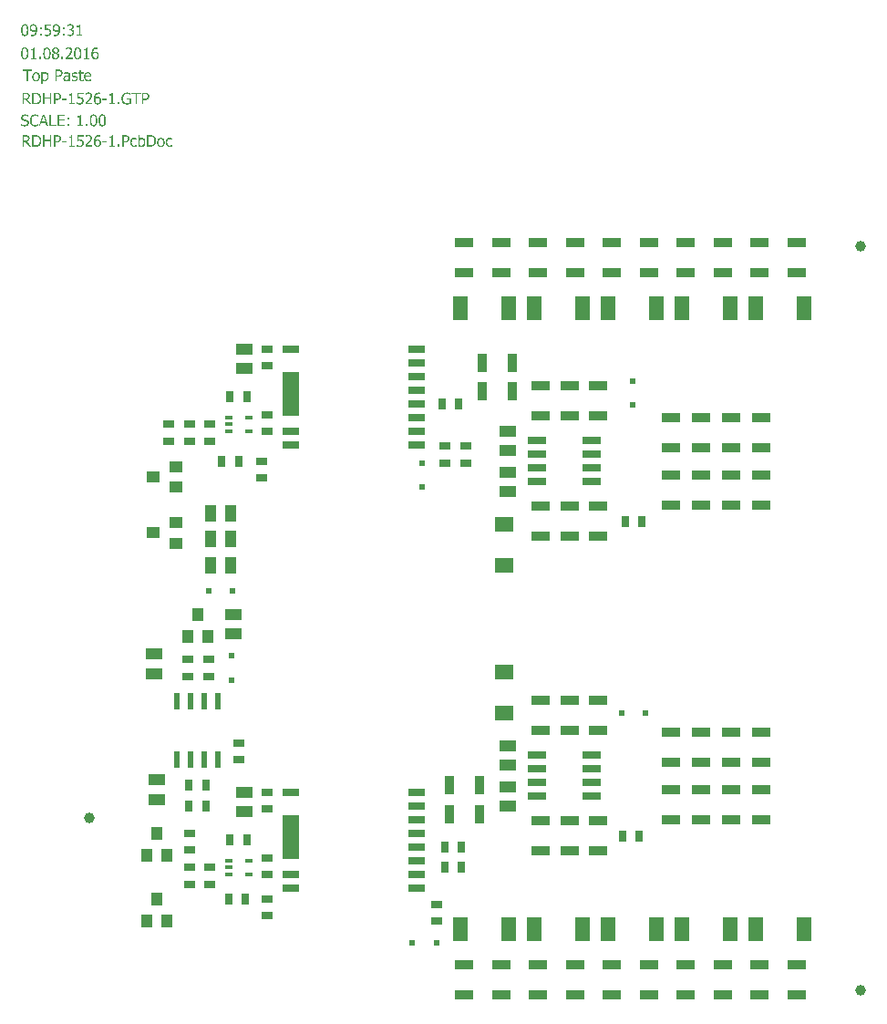
<source format=gtp>
G04 Layer_Color=10368208*
%FSTAX25Y25*%
%MOIN*%
G70*
G01*
G75*
%ADD11R,0.05984X0.02598*%
%ADD12R,0.05984X0.15984*%
%ADD13R,0.04000X0.03100*%
%ADD14R,0.03100X0.04000*%
%ADD15R,0.03600X0.06700*%
%ADD16R,0.06700X0.03600*%
%ADD17R,0.06000X0.04000*%
%ADD18R,0.04000X0.06000*%
%ADD19R,0.02400X0.02400*%
%ADD20R,0.05500X0.08700*%
%ADD21R,0.06500X0.05700*%
%ADD22R,0.02400X0.02400*%
%ADD23R,0.04700X0.03900*%
%ADD24R,0.03900X0.04700*%
%ADD25R,0.02559X0.01575*%
%ADD26R,0.02362X0.06102*%
%ADD27R,0.07100X0.02600*%
%ADD28C,0.03937*%
G36*
X0497217Y0738618D02*
X0497315Y0738611D01*
X0497412Y0738604D01*
X0497515Y0738592D01*
X0497613Y0738579D01*
X0497625D01*
X0497658Y0738572D01*
X0497703Y0738559D01*
X0497762Y073854D01*
X0497833Y073852D01*
X0497911Y0738488D01*
X0497995Y0738449D01*
X0498079Y0738397D01*
X0498092Y0738391D01*
X0498118Y0738371D01*
X0498157Y0738339D01*
X0498209Y07383D01*
X0498261Y0738242D01*
X0498319Y0738183D01*
X0498377Y0738112D01*
X0498429Y0738028D01*
X0498435Y0738015D01*
X0498449Y0737989D01*
X0498468Y0737944D01*
X0498494Y0737879D01*
X049852Y0737794D01*
X0498539Y0737704D01*
X0498552Y0737594D01*
X0498559Y0737477D01*
Y073747D01*
Y0737458D01*
Y0737432D01*
X0498552Y0737399D01*
Y073736D01*
X0498546Y0737315D01*
X0498526Y0737205D01*
X04985Y0737082D01*
X0498455Y0736952D01*
X0498397Y0736823D01*
X0498319Y0736699D01*
Y0736693D01*
X0498306Y0736687D01*
X0498274Y0736648D01*
X0498222Y0736596D01*
X049815Y0736524D01*
X049806Y0736453D01*
X049795Y0736375D01*
X049782Y0736304D01*
X0497677Y0736239D01*
X0499181Y0734406D01*
X0498449D01*
X049712Y0736084D01*
X0496485D01*
Y0734406D01*
X0495921D01*
Y0738624D01*
X0497133D01*
X0497217Y0738618D01*
D02*
G37*
G36*
X0524045Y0723195D02*
X0524135Y0723182D01*
X0524155D01*
X0524181Y0723176D01*
X0524206Y0723169D01*
X0524278Y0723156D01*
X0524356Y0723137D01*
Y0722606D01*
X0524323D01*
X0524317Y0722612D01*
X0524297Y0722618D01*
X0524271Y0722632D01*
X0524239Y0722638D01*
X05242Y0722651D01*
X0524155Y0722664D01*
X0524103Y0722677D01*
X0524096D01*
X0524077Y0722683D01*
X0524051Y072269D01*
X0524012Y0722696D01*
X0523967Y0722703D01*
X0523915Y0722709D01*
X0523798Y0722716D01*
X0523746D01*
X0523714Y0722709D01*
X0523669Y0722703D01*
X0523617Y0722696D01*
X0523494Y072267D01*
X0523358Y0722625D01*
X0523221Y072256D01*
X052315Y0722521D01*
X0523079Y0722476D01*
X0523014Y0722418D01*
X0522949Y0722353D01*
X0522943Y0722346D01*
X0522936Y0722333D01*
X0522917Y0722314D01*
X0522897Y0722288D01*
X0522872Y0722249D01*
X0522846Y0722204D01*
X0522813Y0722152D01*
X0522781Y0722087D01*
X0522749Y0722016D01*
X0522716Y0721938D01*
X0522684Y0721854D01*
X0522651Y0721757D01*
X0522625Y0721653D01*
X05226Y0721543D01*
X052258Y0721426D01*
X0522567Y0721297D01*
X0522574Y0721303D01*
X05226Y0721322D01*
X0522645Y0721348D01*
X0522697Y0721381D01*
X0522755Y0721413D01*
X0522826Y0721452D01*
X0522975Y0721517D01*
X0522988Y0721523D01*
X0523014Y072153D01*
X052306Y0721543D01*
X0523111Y0721556D01*
X0523183Y0721569D01*
X052326Y0721582D01*
X0523351Y0721595D01*
X0523533D01*
X0523591Y0721588D01*
X0523656Y0721582D01*
X0523727Y0721575D01*
X052387Y0721543D01*
X0523876D01*
X0523902Y072153D01*
X0523941Y0721517D01*
X0523986Y0721497D01*
X0524045Y0721472D01*
X0524116Y0721439D01*
X0524187Y0721394D01*
X0524258Y0721342D01*
X0524271Y0721336D01*
X0524297Y072131D01*
X0524336Y0721271D01*
X0524388Y0721219D01*
X0524446Y0721154D01*
X0524505Y0721083D01*
X0524556Y0720992D01*
X0524602Y0720895D01*
X0524608Y0720882D01*
X0524621Y072085D01*
X0524641Y0720791D01*
X052466Y072072D01*
X052468Y0720623D01*
X0524699Y0720519D01*
X0524712Y0720396D01*
X0524718Y0720266D01*
Y072026D01*
Y0720253D01*
Y0720234D01*
Y0720215D01*
X0524712Y072015D01*
X0524706Y0720072D01*
X0524692Y0719975D01*
X0524673Y0719877D01*
X0524647Y0719767D01*
X0524608Y0719664D01*
X0524602Y0719651D01*
X0524589Y0719618D01*
X0524563Y0719566D01*
X0524531Y0719508D01*
X0524492Y071943D01*
X052444Y0719359D01*
X0524381Y0719281D01*
X0524317Y071921D01*
X052431Y0719204D01*
X0524284Y0719178D01*
X0524245Y0719145D01*
X0524193Y07191D01*
X0524129Y0719055D01*
X0524057Y0719003D01*
X052398Y0718957D01*
X0523896Y0718912D01*
X0523882Y0718905D01*
X0523857Y0718899D01*
X0523805Y071888D01*
X0523746Y0718867D01*
X0523669Y0718847D01*
X0523578Y0718828D01*
X0523481Y0718821D01*
X0523377Y0718815D01*
X0523332D01*
X0523273Y0718821D01*
X0523209Y0718828D01*
X0523124Y0718834D01*
X052304Y0718854D01*
X0522949Y0718873D01*
X0522859Y0718905D01*
X0522846Y0718912D01*
X052282Y0718925D01*
X0522774Y0718944D01*
X0522723Y0718977D01*
X0522658Y0719022D01*
X0522586Y0719067D01*
X0522515Y0719126D01*
X0522444Y0719197D01*
X0522437Y071921D01*
X0522411Y0719236D01*
X0522373Y0719288D01*
X0522321Y0719359D01*
X0522269Y0719443D01*
X0522211Y0719547D01*
X0522159Y071967D01*
X0522107Y0719806D01*
Y0719813D01*
X05221Y0719826D01*
X0522094Y0719845D01*
X0522087Y0719877D01*
X0522081Y071991D01*
X0522068Y0719955D01*
X0522055Y0720007D01*
X0522049Y0720065D01*
X0522036Y0720137D01*
X0522023Y0720208D01*
X0522003Y072037D01*
X052199Y0720551D01*
X0521984Y0720752D01*
Y0720759D01*
Y0720778D01*
Y0720804D01*
Y0720843D01*
X052199Y0720895D01*
Y0720953D01*
Y0721011D01*
X0521997Y0721083D01*
X052201Y0721238D01*
X0522029Y07214D01*
X0522055Y0721575D01*
X0522094Y0721744D01*
Y072175D01*
X05221Y0721763D01*
X0522107Y0721789D01*
X0522114Y0721821D01*
X0522126Y072186D01*
X0522139Y0721906D01*
X0522178Y0722009D01*
X052223Y0722132D01*
X0522288Y0722262D01*
X052236Y0722392D01*
X0522444Y0722521D01*
Y0722528D01*
X0522457Y0722534D01*
X0522483Y0722573D01*
X0522535Y0722632D01*
X0522606Y0722703D01*
X052269Y0722781D01*
X0522787Y0722865D01*
X0522904Y0722949D01*
X0523034Y072302D01*
X052304D01*
X0523053Y0723027D01*
X0523072Y072304D01*
X0523098Y0723046D01*
X0523131Y0723066D01*
X0523176Y0723079D01*
X0523273Y0723111D01*
X0523396Y0723143D01*
X0523546Y0723176D01*
X0523701Y0723195D01*
X0523876Y0723202D01*
X052396D01*
X0524045Y0723195D01*
D02*
G37*
G36*
X0500678Y0738618D02*
X0500814Y0738611D01*
X0500963Y0738604D01*
X0501118Y0738585D01*
X0501267Y0738566D01*
X0501403Y0738533D01*
X050141D01*
X0501416Y0738527D01*
X0501436D01*
X0501462Y0738514D01*
X050152Y0738494D01*
X0501604Y0738469D01*
X0501695Y0738436D01*
X0501792Y0738391D01*
X0501889Y0738345D01*
X050198Y0738287D01*
X0501987D01*
X0502Y0738274D01*
X0502019Y0738261D01*
X0502045Y0738235D01*
X0502123Y0738177D01*
X0502213Y0738093D01*
X0502311Y0737989D01*
X0502421Y0737866D01*
X0502518Y073773D01*
X0502609Y0737568D01*
Y0737561D01*
X0502622Y0737548D01*
X0502628Y0737522D01*
X0502647Y073749D01*
X0502661Y0737445D01*
X050268Y0737393D01*
X0502699Y0737334D01*
X0502725Y073727D01*
X0502745Y0737198D01*
X0502764Y0737114D01*
X0502784Y073703D01*
X0502803Y0736933D01*
X0502829Y0736732D01*
X0502836Y0736505D01*
Y0736498D01*
Y0736479D01*
Y0736447D01*
X0502829Y0736408D01*
Y0736356D01*
X0502822Y0736298D01*
X0502816Y0736233D01*
X0502809Y0736162D01*
X0502777Y0736D01*
X0502738Y0735825D01*
X050268Y0735643D01*
X0502602Y0735462D01*
Y0735455D01*
X0502589Y0735442D01*
X0502576Y0735416D01*
X0502557Y0735384D01*
X0502537Y0735345D01*
X0502505Y07353D01*
X0502434Y0735203D01*
X050235Y0735086D01*
X0502239Y0734963D01*
X0502116Y0734846D01*
X0501974Y0734742D01*
X0501967D01*
X0501961Y0734736D01*
X0501941Y0734723D01*
X0501922Y073471D01*
X0501857Y0734671D01*
X0501773Y0734632D01*
X0501676Y0734587D01*
X0501565Y0734542D01*
X0501449Y0734503D01*
X0501326Y073447D01*
X0501313D01*
X0501293Y0734464D01*
X0501267Y0734457D01*
X0501235D01*
X0501196Y0734451D01*
X0501099Y0734438D01*
X0500976Y0734425D01*
X0500833Y0734418D01*
X0500665Y0734406D01*
X0499518D01*
Y0738624D01*
X0500619D01*
X0500678Y0738618D01*
D02*
G37*
G36*
X0514188Y0734833D02*
X0514934D01*
Y0734406D01*
X051288D01*
Y0734833D01*
X0513644D01*
Y0737665D01*
X051288D01*
Y0738047D01*
X0512951D01*
X0513028Y0738054D01*
X0513119Y073806D01*
X0513223Y073808D01*
X0513327Y0738099D01*
X051343Y0738132D01*
X0513515Y073817D01*
X0513521Y0738177D01*
X0513547Y0738196D01*
X0513579Y0738229D01*
X0513625Y0738274D01*
X0513663Y0738339D01*
X0513702Y0738417D01*
X0513728Y073852D01*
X0513748Y0738637D01*
X0514188D01*
Y0734833D01*
D02*
G37*
G36*
X0508641Y0738618D02*
X0508739Y0738611D01*
X0508842Y0738598D01*
X0508946Y0738579D01*
X050905Y0738559D01*
X0509063D01*
X0509095Y0738546D01*
X0509147Y0738533D01*
X0509205Y0738507D01*
X0509283Y0738481D01*
X0509361Y0738449D01*
X0509439Y0738404D01*
X0509516Y0738358D01*
X0509529Y0738352D01*
X0509555Y0738332D01*
X0509601Y0738294D01*
X0509652Y0738248D01*
X0509711Y073819D01*
X0509775Y0738119D01*
X0509834Y0738041D01*
X0509886Y073795D01*
X0509892Y0737937D01*
X0509905Y0737905D01*
X0509931Y0737853D01*
X0509957Y0737782D01*
X0509976Y0737697D01*
X0510002Y0737594D01*
X0510015Y0737477D01*
X0510022Y0737347D01*
Y0737334D01*
Y0737302D01*
X0510015Y073725D01*
X0510009Y0737179D01*
X0509996Y0737101D01*
X0509976Y0737017D01*
X050995Y073692D01*
X0509918Y0736829D01*
X0509912Y0736816D01*
X0509899Y073679D01*
X0509879Y0736745D01*
X0509847Y0736687D01*
X0509808Y0736622D01*
X0509763Y073655D01*
X0509711Y0736479D01*
X0509652Y0736414D01*
X050964Y0736408D01*
X0509614Y0736382D01*
X0509568Y0736343D01*
X0509503Y0736291D01*
X0509432Y0736239D01*
X0509341Y0736188D01*
X0509244Y0736136D01*
X050914Y073609D01*
X0509128Y0736084D01*
X0509089Y0736071D01*
X0509024Y0736058D01*
X050894Y0736038D01*
X0508829Y0736013D01*
X0508706Y0736D01*
X0508564Y0735987D01*
X0508402Y073598D01*
X0507929D01*
Y0734406D01*
X0507365D01*
Y0738624D01*
X0508551D01*
X0508641Y0738618D01*
D02*
G37*
G36*
X052676Y07205D02*
X0525166D01*
Y0721005D01*
X052676D01*
Y07205D01*
D02*
G37*
G36*
X0511979D02*
X0510385D01*
Y0721005D01*
X0511979D01*
Y07205D01*
D02*
G37*
G36*
X0536875Y0722139D02*
X053694D01*
X0537011Y0722126D01*
X0537095Y0722113D01*
X0537186Y0722094D01*
X0537277Y0722068D01*
X053729D01*
X0537316Y0722055D01*
X0537367Y0722042D01*
X0537426Y0722022D01*
X0537491Y0721996D01*
X0537568Y0721964D01*
X0537717Y0721899D01*
Y0721303D01*
X0537685D01*
X0537672Y072131D01*
X0537646Y0721336D01*
X0537601Y0721368D01*
X0537536Y0721407D01*
X0537529D01*
X0537523Y072142D01*
X0537503Y0721433D01*
X0537477Y0721446D01*
X0537406Y0721491D01*
X0537316Y0721536D01*
X0537309D01*
X0537296Y0721549D01*
X053727Y0721556D01*
X0537244Y0721569D01*
X0537205Y0721588D01*
X053716Y0721601D01*
X0537056Y0721634D01*
X053705D01*
X053703Y072164D01*
X0537005Y0721646D01*
X0536966Y072166D01*
X053692Y0721666D01*
X0536868Y0721672D01*
X0536765Y0721679D01*
X0536726D01*
X0536693Y0721672D01*
X0536622Y072166D01*
X0536525Y072164D01*
X0536421Y0721601D01*
X0536311Y0721543D01*
X0536253Y0721511D01*
X0536201Y0721465D01*
X0536149Y072142D01*
X0536097Y0721361D01*
Y0721355D01*
X0536084Y0721348D01*
X0536078Y0721329D01*
X0536058Y0721303D01*
X0536039Y0721271D01*
X053602Y0721232D01*
X0536Y0721186D01*
X0535974Y0721135D01*
X0535948Y0721076D01*
X0535929Y0721011D01*
X0535909Y072094D01*
X053589Y0720856D01*
X0535864Y0720681D01*
X0535851Y072048D01*
Y0720474D01*
Y0720454D01*
Y0720428D01*
X0535857Y0720389D01*
Y0720344D01*
X0535864Y0720286D01*
X0535884Y0720163D01*
X0535909Y0720026D01*
X0535955Y0719877D01*
X0536013Y0719741D01*
X0536091Y0719612D01*
Y0719605D01*
X0536104Y0719599D01*
X0536136Y0719566D01*
X0536195Y0719515D01*
X0536266Y0719456D01*
X0536363Y0719398D01*
X053648Y0719353D01*
X0536616Y0719314D01*
X0536687Y0719307D01*
X0536765Y0719301D01*
X053681D01*
X0536862Y0719307D01*
X0536927Y0719314D01*
X0537005Y0719327D01*
X0537089Y0719346D01*
X0537173Y0719372D01*
X0537264Y0719405D01*
X0537277Y0719411D01*
X0537303Y0719424D01*
X0537348Y071945D01*
X0537406Y0719476D01*
X0537471Y0719521D01*
X0537542Y0719566D01*
X0537614Y0719618D01*
X0537685Y0719683D01*
X0537717D01*
Y071908D01*
X0537711D01*
X0537704Y0719074D01*
X0537685Y0719067D01*
X0537659Y0719055D01*
X0537594Y0719029D01*
X053751Y071899D01*
X0537503D01*
X0537491Y0718983D01*
X0537471Y071897D01*
X0537439Y0718964D01*
X0537374Y0718938D01*
X0537303Y0718912D01*
X0537296D01*
X0537277Y0718905D01*
X0537251Y0718899D01*
X0537218Y0718892D01*
X0537134Y071888D01*
X053705Y071886D01*
X0537043D01*
X053703Y0718854D01*
X0537011D01*
X0536979Y0718847D01*
X053694Y0718841D01*
X0536894D01*
X0536836Y0718834D01*
X0536719D01*
X0536661Y0718841D01*
X0536577Y0718847D01*
X0536486Y071886D01*
X0536382Y0718873D01*
X0536279Y0718899D01*
X0536175Y0718931D01*
X0536162Y0718938D01*
X053613Y0718951D01*
X0536078Y0718977D01*
X0536013Y0719009D01*
X0535942Y0719055D01*
X0535864Y0719106D01*
X0535786Y0719165D01*
X0535709Y0719236D01*
X0535702Y0719242D01*
X0535676Y0719275D01*
X0535644Y071932D01*
X0535598Y0719379D01*
X0535546Y071945D01*
X0535501Y0719541D01*
X0535449Y0719638D01*
X0535404Y0719748D01*
Y0719754D01*
X0535397Y0719761D01*
Y071978D01*
X0535391Y0719806D01*
X0535371Y0719871D01*
X0535352Y0719955D01*
X0535333Y0720065D01*
X053532Y0720189D01*
X0535307Y0720331D01*
X05353Y072048D01*
Y0720487D01*
Y07205D01*
Y0720519D01*
Y0720551D01*
X0535307Y0720584D01*
Y0720629D01*
X0535313Y0720726D01*
X0535326Y0720836D01*
X0535346Y072096D01*
X0535371Y0721083D01*
X053541Y0721199D01*
Y0721206D01*
X0535417Y0721212D01*
X053543Y0721251D01*
X0535456Y072131D01*
X0535488Y0721381D01*
X0535534Y0721459D01*
X0535585Y0721543D01*
X0535644Y0721627D01*
X0535709Y0721711D01*
X0535715Y0721718D01*
X0535741Y0721744D01*
X053578Y0721783D01*
X0535838Y0721828D01*
X0535903Y072188D01*
X0535987Y0721932D01*
X0536078Y0721983D01*
X0536175Y0722029D01*
X0536181D01*
X0536188Y0722035D01*
X0536227Y0722048D01*
X0536279Y0722068D01*
X0536356Y0722087D01*
X0536447Y0722107D01*
X0536544Y0722126D01*
X0536661Y0722139D01*
X0536778Y0722146D01*
X0536823D01*
X0536875Y0722139D01*
D02*
G37*
G36*
X050651Y0718905D02*
X0505946D01*
Y0720973D01*
X0504015D01*
Y0718905D01*
X0503451D01*
Y0723124D01*
X0504015D01*
Y0721472D01*
X0505946D01*
Y0723124D01*
X050651D01*
Y0718905D01*
D02*
G37*
G36*
X0549841Y0722139D02*
X0549906D01*
X0549977Y0722126D01*
X0550062Y0722113D01*
X0550152Y0722094D01*
X0550243Y0722068D01*
X0550256D01*
X0550282Y0722055D01*
X0550334Y0722042D01*
X0550392Y0722022D01*
X0550457Y0721996D01*
X0550535Y0721964D01*
X0550684Y0721899D01*
Y0721303D01*
X0550651D01*
X0550638Y072131D01*
X0550612Y0721336D01*
X0550567Y0721368D01*
X0550502Y0721407D01*
X0550496D01*
X0550489Y072142D01*
X055047Y0721433D01*
X0550444Y0721446D01*
X0550373Y0721491D01*
X0550282Y0721536D01*
X0550276D01*
X0550263Y0721549D01*
X0550237Y0721556D01*
X0550211Y0721569D01*
X0550172Y0721588D01*
X0550127Y0721601D01*
X0550023Y0721634D01*
X0550016D01*
X0549997Y072164D01*
X0549971Y0721646D01*
X0549932Y072166D01*
X0549887Y0721666D01*
X0549835Y0721672D01*
X0549731Y0721679D01*
X0549692D01*
X054966Y0721672D01*
X0549589Y072166D01*
X0549492Y072164D01*
X0549388Y0721601D01*
X0549278Y0721543D01*
X0549219Y0721511D01*
X0549167Y0721465D01*
X0549116Y072142D01*
X0549064Y0721361D01*
Y0721355D01*
X0549051Y0721348D01*
X0549044Y0721329D01*
X0549025Y0721303D01*
X0549006Y0721271D01*
X0548986Y0721232D01*
X0548967Y0721186D01*
X0548941Y0721135D01*
X0548915Y0721076D01*
X0548895Y0721011D01*
X0548876Y072094D01*
X0548856Y0720856D01*
X0548831Y0720681D01*
X0548817Y072048D01*
Y0720474D01*
Y0720454D01*
Y0720428D01*
X0548824Y0720389D01*
Y0720344D01*
X0548831Y0720286D01*
X054885Y0720163D01*
X0548876Y0720026D01*
X0548921Y0719877D01*
X054898Y0719741D01*
X0549057Y0719612D01*
Y0719605D01*
X054907Y0719599D01*
X0549103Y0719566D01*
X0549161Y0719515D01*
X0549232Y0719456D01*
X054933Y0719398D01*
X0549446Y0719353D01*
X0549582Y0719314D01*
X0549653Y0719307D01*
X0549731Y0719301D01*
X0549777D01*
X0549828Y0719307D01*
X0549893Y0719314D01*
X0549971Y0719327D01*
X0550055Y0719346D01*
X055014Y0719372D01*
X055023Y0719405D01*
X0550243Y0719411D01*
X0550269Y0719424D01*
X0550314Y071945D01*
X0550373Y0719476D01*
X0550437Y0719521D01*
X0550509Y0719566D01*
X055058Y0719618D01*
X0550651Y0719683D01*
X0550684D01*
Y071908D01*
X0550677D01*
X0550671Y0719074D01*
X0550651Y0719067D01*
X0550626Y0719055D01*
X0550561Y0719029D01*
X0550476Y071899D01*
X055047D01*
X0550457Y0718983D01*
X0550437Y071897D01*
X0550405Y0718964D01*
X055034Y0718938D01*
X0550269Y0718912D01*
X0550263D01*
X0550243Y0718905D01*
X0550217Y0718899D01*
X0550185Y0718892D01*
X0550101Y071888D01*
X0550016Y071886D01*
X055001D01*
X0549997Y0718854D01*
X0549977D01*
X0549945Y0718847D01*
X0549906Y0718841D01*
X0549861D01*
X0549802Y0718834D01*
X0549686D01*
X0549627Y0718841D01*
X0549543Y0718847D01*
X0549453Y071886D01*
X0549349Y0718873D01*
X0549245Y0718899D01*
X0549142Y0718931D01*
X0549129Y0718938D01*
X0549096Y0718951D01*
X0549044Y0718977D01*
X054898Y0719009D01*
X0548908Y0719055D01*
X0548831Y0719106D01*
X0548753Y0719165D01*
X0548675Y0719236D01*
X0548668Y0719242D01*
X0548643Y0719275D01*
X054861Y071932D01*
X0548565Y0719379D01*
X0548513Y071945D01*
X0548468Y0719541D01*
X0548416Y0719638D01*
X054837Y0719748D01*
Y0719754D01*
X0548364Y0719761D01*
Y071978D01*
X0548357Y0719806D01*
X0548338Y0719871D01*
X0548319Y0719955D01*
X0548299Y0720065D01*
X0548286Y0720189D01*
X0548273Y0720331D01*
X0548267Y072048D01*
Y0720487D01*
Y07205D01*
Y0720519D01*
Y0720551D01*
X0548273Y0720584D01*
Y0720629D01*
X054828Y0720726D01*
X0548293Y0720836D01*
X0548312Y072096D01*
X0548338Y0721083D01*
X0548377Y0721199D01*
Y0721206D01*
X0548383Y0721212D01*
X0548396Y0721251D01*
X0548422Y072131D01*
X0548455Y0721381D01*
X05485Y0721459D01*
X0548552Y0721543D01*
X054861Y0721627D01*
X0548675Y0721711D01*
X0548681Y0721718D01*
X0548707Y0721744D01*
X0548746Y0721783D01*
X0548805Y0721828D01*
X0548869Y072188D01*
X0548954Y0721932D01*
X0549044Y0721983D01*
X0549142Y0722029D01*
X0549148D01*
X0549155Y0722035D01*
X0549193Y0722048D01*
X0549245Y0722068D01*
X0549323Y0722087D01*
X0549414Y0722107D01*
X0549511Y0722126D01*
X0549627Y0722139D01*
X0549744Y0722146D01*
X0549789D01*
X0549841Y0722139D01*
D02*
G37*
G36*
X052015Y0738708D02*
X0520202D01*
X052026Y0738695D01*
X052039Y0738676D01*
X0520539Y0738637D01*
X0520694Y0738579D01*
X0520772Y0738546D01*
X0520843Y0738501D01*
X0520915Y0738455D01*
X0520979Y0738397D01*
X0520986Y0738391D01*
X0520992Y0738384D01*
X0521012Y0738365D01*
X0521031Y0738339D01*
X0521057Y0738307D01*
X0521083Y0738268D01*
X0521115Y0738229D01*
X0521148Y0738177D01*
X0521213Y0738054D01*
X0521265Y0737911D01*
X0521304Y0737736D01*
X052131Y0737645D01*
X0521316Y0737548D01*
Y0737535D01*
Y0737509D01*
Y0737458D01*
X052131Y0737399D01*
X0521304Y0737328D01*
X052129Y073725D01*
X0521258Y0737088D01*
Y0737082D01*
X0521245Y0737056D01*
X0521232Y073701D01*
X0521219Y0736965D01*
X0521193Y0736907D01*
X0521167Y0736842D01*
X0521096Y0736706D01*
X052109Y0736699D01*
X0521077Y0736673D01*
X0521057Y0736635D01*
X0521025Y0736589D01*
X0520986Y0736531D01*
X0520947Y0736473D01*
X0520843Y0736337D01*
X0520837Y073633D01*
X0520818Y0736304D01*
X0520785Y0736272D01*
X0520746Y0736226D01*
X0520701Y0736168D01*
X0520649Y073611D01*
X0520532Y073598D01*
X0520519Y0735967D01*
X0520487Y0735928D01*
X0520429Y0735877D01*
X0520357Y0735799D01*
X0520273Y0735708D01*
X0520169Y0735604D01*
X0520059Y0735494D01*
X0519936Y0735378D01*
X051993Y0735371D01*
X0519923Y0735364D01*
X0519884Y0735326D01*
X0519819Y0735267D01*
X0519748Y0735203D01*
X0519664Y0735125D01*
X0519573Y0735041D01*
X0519489Y0734963D01*
X0519411Y0734892D01*
X0521491D01*
Y0734406D01*
X0518886D01*
Y0734995D01*
X0518893Y0735002D01*
X0518899Y0735008D01*
X0518932Y0735041D01*
X051899Y0735092D01*
X0519055Y0735157D01*
X0519139Y0735235D01*
X0519223Y0735326D01*
X0519411Y0735507D01*
X0519424Y073552D01*
X0519457Y0735553D01*
X0519502Y0735598D01*
X0519567Y0735663D01*
X0519645Y073574D01*
X0519729Y0735825D01*
X0519813Y0735915D01*
X0519904Y0736013D01*
X051991Y0736019D01*
X0519923Y0736038D01*
X0519949Y0736064D01*
X0519981Y0736103D01*
X052002Y0736149D01*
X0520066Y0736201D01*
X0520163Y0736317D01*
X0520273Y0736453D01*
X0520383Y0736596D01*
X052048Y0736732D01*
X0520519Y0736797D01*
X0520558Y0736861D01*
Y0736868D01*
X0520565Y0736874D01*
X0520578Y0736894D01*
X0520584Y073692D01*
X0520617Y0736984D01*
X0520649Y0737069D01*
X0520681Y0737166D01*
X0520714Y0737276D01*
X0520733Y0737399D01*
X052074Y0737522D01*
Y0737529D01*
Y0737555D01*
Y0737587D01*
X0520733Y0737626D01*
X0520714Y073773D01*
X0520681Y0737833D01*
Y073784D01*
X0520668Y0737859D01*
X0520655Y0737879D01*
X0520643Y0737911D01*
X0520597Y0737983D01*
X0520532Y0738054D01*
X0520526Y073806D01*
X0520513Y0738067D01*
X0520494Y0738086D01*
X0520468Y0738099D01*
X052039Y0738144D01*
X0520299Y0738183D01*
X0520293D01*
X052028Y073819D01*
X0520247Y0738196D01*
X0520215Y0738209D01*
X0520176Y0738216D01*
X0520124Y0738222D01*
X0520014Y0738229D01*
X0519956D01*
X0519923Y0738222D01*
X0519871D01*
X0519826Y0738216D01*
X0519709Y073819D01*
X0519703D01*
X0519684Y0738183D01*
X0519651Y0738177D01*
X0519612Y0738164D01*
X0519567Y0738151D01*
X0519522Y0738132D01*
X0519411Y0738093D01*
X0519405D01*
X0519392Y0738086D01*
X0519366Y0738073D01*
X051934Y073806D01*
X0519269Y0738021D01*
X0519184Y0737969D01*
X0519178D01*
X0519165Y0737956D01*
X0519146Y0737944D01*
X051912Y0737931D01*
X0519061Y0737898D01*
X0519003Y0737859D01*
X0518977D01*
Y0738455D01*
X0518984Y0738462D01*
X0519009Y0738469D01*
X0519048Y0738488D01*
X0519107Y0738514D01*
X0519171Y073854D01*
X0519256Y0738566D01*
X0519353Y0738598D01*
X0519463Y073863D01*
X051947D01*
X0519476Y0738637D01*
X0519515Y0738643D01*
X0519573Y0738656D01*
X0519651Y0738676D01*
X0519742Y0738689D01*
X0519845Y0738702D01*
X0519949Y0738708D01*
X0520053Y0738715D01*
X0520111D01*
X052015Y0738708D01*
D02*
G37*
G36*
X052676Y0736D02*
X0525166D01*
Y0736505D01*
X052676D01*
Y0736D01*
D02*
G37*
G36*
X0511979D02*
X0510385D01*
Y0736505D01*
X0511979D01*
Y0736D01*
D02*
G37*
G36*
X050651Y0734406D02*
X0505946D01*
Y0736473D01*
X0504015D01*
Y0734406D01*
X0503451D01*
Y0738624D01*
X0504015D01*
Y0736972D01*
X0505946D01*
Y0738624D01*
X050651D01*
Y0734406D01*
D02*
G37*
G36*
X0524045Y0738695D02*
X0524135Y0738682D01*
X0524155D01*
X0524181Y0738676D01*
X0524206Y0738669D01*
X0524278Y0738656D01*
X0524356Y0738637D01*
Y0738106D01*
X0524323D01*
X0524317Y0738112D01*
X0524297Y0738119D01*
X0524271Y0738132D01*
X0524239Y0738138D01*
X05242Y0738151D01*
X0524155Y0738164D01*
X0524103Y0738177D01*
X0524096D01*
X0524077Y0738183D01*
X0524051Y073819D01*
X0524012Y0738196D01*
X0523967Y0738203D01*
X0523915Y0738209D01*
X0523798Y0738216D01*
X0523746D01*
X0523714Y0738209D01*
X0523669Y0738203D01*
X0523617Y0738196D01*
X0523494Y073817D01*
X0523358Y0738125D01*
X0523221Y073806D01*
X052315Y0738021D01*
X0523079Y0737976D01*
X0523014Y0737918D01*
X0522949Y0737853D01*
X0522943Y0737846D01*
X0522936Y0737833D01*
X0522917Y0737814D01*
X0522897Y0737788D01*
X0522872Y0737749D01*
X0522846Y0737704D01*
X0522813Y0737652D01*
X0522781Y0737587D01*
X0522749Y0737516D01*
X0522716Y0737438D01*
X0522684Y0737354D01*
X0522651Y0737257D01*
X0522625Y0737153D01*
X05226Y0737043D01*
X052258Y0736926D01*
X0522567Y0736797D01*
X0522574Y0736803D01*
X05226Y0736823D01*
X0522645Y0736848D01*
X0522697Y0736881D01*
X0522755Y0736913D01*
X0522826Y0736952D01*
X0522975Y0737017D01*
X0522988Y0737023D01*
X0523014Y073703D01*
X052306Y0737043D01*
X0523111Y0737056D01*
X0523183Y0737069D01*
X052326Y0737082D01*
X0523351Y0737095D01*
X0523533D01*
X0523591Y0737088D01*
X0523656Y0737082D01*
X0523727Y0737075D01*
X052387Y0737043D01*
X0523876D01*
X0523902Y073703D01*
X0523941Y0737017D01*
X0523986Y0736998D01*
X0524045Y0736972D01*
X0524116Y0736939D01*
X0524187Y0736894D01*
X0524258Y0736842D01*
X0524271Y0736835D01*
X0524297Y073681D01*
X0524336Y0736771D01*
X0524388Y0736719D01*
X0524446Y0736654D01*
X0524505Y0736583D01*
X0524556Y0736492D01*
X0524602Y0736395D01*
X0524608Y0736382D01*
X0524621Y0736349D01*
X0524641Y0736291D01*
X052466Y073622D01*
X052468Y0736123D01*
X0524699Y0736019D01*
X0524712Y0735896D01*
X0524718Y0735766D01*
Y073576D01*
Y0735753D01*
Y0735734D01*
Y0735714D01*
X0524712Y073565D01*
X0524706Y0735572D01*
X0524692Y0735475D01*
X0524673Y0735378D01*
X0524647Y0735267D01*
X0524608Y0735164D01*
X0524602Y0735151D01*
X0524589Y0735118D01*
X0524563Y0735067D01*
X0524531Y0735008D01*
X0524492Y073493D01*
X052444Y0734859D01*
X0524381Y0734781D01*
X0524317Y073471D01*
X052431Y0734704D01*
X0524284Y0734678D01*
X0524245Y0734645D01*
X0524193Y07346D01*
X0524129Y0734554D01*
X0524057Y0734503D01*
X052398Y0734457D01*
X0523896Y0734412D01*
X0523882Y0734406D01*
X0523857Y0734399D01*
X0523805Y073438D01*
X0523746Y0734367D01*
X0523669Y0734347D01*
X0523578Y0734328D01*
X0523481Y0734321D01*
X0523377Y0734315D01*
X0523332D01*
X0523273Y0734321D01*
X0523209Y0734328D01*
X0523124Y0734334D01*
X052304Y0734354D01*
X0522949Y0734373D01*
X0522859Y0734406D01*
X0522846Y0734412D01*
X052282Y0734425D01*
X0522774Y0734444D01*
X0522723Y0734477D01*
X0522658Y0734522D01*
X0522586Y0734567D01*
X0522515Y0734626D01*
X0522444Y0734697D01*
X0522437Y073471D01*
X0522411Y0734736D01*
X0522373Y0734788D01*
X0522321Y0734859D01*
X0522269Y0734943D01*
X0522211Y0735047D01*
X0522159Y073517D01*
X0522107Y0735306D01*
Y0735313D01*
X05221Y0735326D01*
X0522094Y0735345D01*
X0522087Y0735378D01*
X0522081Y073541D01*
X0522068Y0735455D01*
X0522055Y0735507D01*
X0522049Y0735565D01*
X0522036Y0735637D01*
X0522023Y0735708D01*
X0522003Y073587D01*
X052199Y0736051D01*
X0521984Y0736252D01*
Y0736259D01*
Y0736278D01*
Y0736304D01*
Y0736343D01*
X052199Y0736395D01*
Y0736453D01*
Y0736512D01*
X0521997Y0736583D01*
X052201Y0736738D01*
X0522029Y07369D01*
X0522055Y0737075D01*
X0522094Y0737244D01*
Y073725D01*
X05221Y0737263D01*
X0522107Y0737289D01*
X0522114Y0737322D01*
X0522126Y073736D01*
X0522139Y0737406D01*
X0522178Y0737509D01*
X052223Y0737633D01*
X0522288Y0737762D01*
X052236Y0737892D01*
X0522444Y0738021D01*
Y0738028D01*
X0522457Y0738034D01*
X0522483Y0738073D01*
X0522535Y0738132D01*
X0522606Y0738203D01*
X052269Y073828D01*
X0522787Y0738365D01*
X0522904Y0738449D01*
X0523034Y073852D01*
X052304D01*
X0523053Y0738527D01*
X0523072Y073854D01*
X0523098Y0738546D01*
X0523131Y0738566D01*
X0523176Y0738579D01*
X0523273Y0738611D01*
X0523396Y0738643D01*
X0523546Y0738676D01*
X0523701Y0738695D01*
X0523876Y0738702D01*
X052396D01*
X0524045Y0738695D01*
D02*
G37*
G36*
X0534264D02*
X0534328D01*
X05344Y0738689D01*
X0534542Y0738669D01*
X0534549D01*
X0534575Y0738663D01*
X0534613Y0738656D01*
X0534659Y073865D01*
X0534717Y0738637D01*
X0534782Y0738618D01*
X0534911Y0738585D01*
X0534918D01*
X0534937Y0738579D01*
X0534963Y0738566D01*
X0535002Y0738553D01*
X0535054Y0738533D01*
X0535106Y0738514D01*
X0535229Y0738462D01*
X0535236D01*
X0535261Y0738449D01*
X0535287Y0738436D01*
X0535333Y0738423D01*
X0535423Y0738378D01*
X0535514Y0738339D01*
Y0737665D01*
X0535462D01*
X0535456Y0737671D01*
X0535443Y0737678D01*
X0535423Y0737697D01*
X0535397Y0737723D01*
X0535326Y0737775D01*
X0535248Y0737833D01*
X0535242Y073784D01*
X0535229Y0737846D01*
X0535203Y0737866D01*
X0535171Y0737885D01*
X0535125Y0737918D01*
X0535067Y0737944D01*
X0535002Y0737983D01*
X0534931Y0738015D01*
X0534924Y0738021D01*
X0534899Y0738028D01*
X0534866Y0738047D01*
X0534821Y0738067D01*
X0534762Y0738086D01*
X0534698Y0738112D01*
X053462Y0738138D01*
X0534542Y0738157D01*
X0534529D01*
X0534503Y0738164D01*
X0534458Y0738177D01*
X05344Y073819D01*
X0534328Y0738196D01*
X053425Y0738209D01*
X053416Y0738216D01*
X0534011D01*
X0533965Y0738209D01*
X0533914Y0738203D01*
X0533855Y073819D01*
X053379Y0738177D01*
X0533719Y0738157D01*
X0533641Y0738132D01*
X0533564Y0738106D01*
X0533479Y0738067D01*
X0533395Y0738021D01*
X0533317Y0737969D01*
X0533233Y0737905D01*
X0533155Y073784D01*
X0533084Y0737756D01*
X0533078Y0737749D01*
X0533071Y0737736D01*
X0533052Y073771D01*
X0533026Y0737671D01*
X0533Y0737626D01*
X0532968Y0737568D01*
X0532935Y0737503D01*
X0532903Y0737432D01*
X0532864Y0737347D01*
X0532831Y0737257D01*
X0532799Y0737153D01*
X0532773Y0737043D01*
X0532747Y0736926D01*
X0532728Y0736803D01*
X0532721Y0736673D01*
X0532715Y0736531D01*
Y0736524D01*
Y0736512D01*
Y0736492D01*
Y073646D01*
Y0736421D01*
X0532721Y0736382D01*
X0532728Y0736278D01*
X0532741Y0736162D01*
X0532754Y0736038D01*
X053278Y0735909D01*
X0532812Y0735786D01*
Y0735779D01*
X0532818Y0735773D01*
X0532831Y0735734D01*
X0532851Y0735676D01*
X0532883Y0735598D01*
X0532922Y0735514D01*
X0532974Y0735423D01*
X0533032Y0735332D01*
X0533097Y0735248D01*
X0533104Y0735241D01*
X053313Y0735209D01*
X0533168Y073517D01*
X053322Y0735125D01*
X0533285Y0735067D01*
X0533356Y0735015D01*
X053344Y0734956D01*
X0533531Y0734911D01*
X0533544Y0734904D01*
X0533577Y0734892D01*
X0533628Y0734878D01*
X05337Y0734859D01*
X0533784Y0734833D01*
X0533881Y073482D01*
X0533991Y0734807D01*
X0534108Y0734801D01*
X0534192D01*
X0534257Y0734807D01*
X0534322D01*
X0534406Y0734814D01*
X0534575Y0734833D01*
X0534587D01*
X0534613Y073484D01*
X0534659Y0734846D01*
X0534717Y0734859D01*
X0534775Y0734872D01*
X0534847Y0734885D01*
X0534911Y0734911D01*
X0534976Y073493D01*
Y0736025D01*
X0534004D01*
Y0736524D01*
X0535534D01*
Y0734678D01*
X0535527D01*
X0535514Y0734671D01*
X0535488Y0734658D01*
X0535456Y0734645D01*
X0535417Y0734626D01*
X0535365Y07346D01*
X0535307Y0734574D01*
X0535242Y0734548D01*
X0535236D01*
X053521Y0734535D01*
X0535177Y0734522D01*
X0535132Y0734509D01*
X053508Y073449D01*
X0535028Y073447D01*
X0534905Y0734438D01*
X0534899D01*
X0534873Y0734431D01*
X0534834Y0734418D01*
X0534782Y0734406D01*
X0534724Y0734392D01*
X0534665Y0734373D01*
X0534536Y0734347D01*
X0534529D01*
X0534503Y0734341D01*
X0534471Y0734334D01*
X0534419D01*
X0534361Y0734328D01*
X0534289Y0734321D01*
X0534212Y0734315D01*
X0534056D01*
X0534011Y0734321D01*
X0533965D01*
X0533862Y0734334D01*
X0533732Y0734347D01*
X0533596Y0734373D01*
X0533454Y0734406D01*
X0533311Y0734451D01*
X0533304D01*
X0533298Y0734457D01*
X0533279Y0734464D01*
X0533246Y0734477D01*
X0533181Y0734509D01*
X0533091Y0734554D01*
X0532993Y0734613D01*
X053289Y0734684D01*
X053278Y0734768D01*
X0532676Y0734866D01*
Y0734872D01*
X0532663Y0734878D01*
X053263Y0734917D01*
X0532585Y0734976D01*
X0532527Y073506D01*
X0532462Y0735157D01*
X0532391Y0735274D01*
X0532326Y073541D01*
X0532268Y0735559D01*
Y0735565D01*
X0532261Y0735578D01*
X0532255Y0735598D01*
X0532248Y073563D01*
X0532235Y0735669D01*
X0532222Y0735721D01*
X0532209Y0735773D01*
X0532203Y0735831D01*
X0532177Y0735974D01*
X0532151Y0736136D01*
X0532138Y0736317D01*
X0532131Y0736512D01*
Y0736518D01*
Y0736537D01*
Y0736563D01*
Y0736596D01*
X0532138Y0736641D01*
Y0736693D01*
X0532144Y0736751D01*
X0532151Y0736816D01*
X0532164Y0736959D01*
X053219Y0737114D01*
X0532229Y073727D01*
X0532274Y0737425D01*
Y0737432D01*
X0532281Y0737445D01*
X0532287Y0737464D01*
X05323Y0737497D01*
X0532332Y0737568D01*
X0532378Y0737665D01*
X0532436Y0737775D01*
X0532507Y0737892D01*
X0532592Y0738008D01*
X0532682Y0738119D01*
Y0738125D01*
X0532695Y0738132D01*
X0532728Y0738164D01*
X053278Y0738216D01*
X0532857Y0738274D01*
X0532948Y0738345D01*
X0533052Y0738417D01*
X0533175Y0738488D01*
X0533311Y0738546D01*
X0533317D01*
X053333Y0738553D01*
X053335Y0738559D01*
X0533376Y0738572D01*
X0533415Y0738585D01*
X0533454Y0738598D01*
X0533557Y0738624D01*
X053368Y073865D01*
X0533816Y0738676D01*
X0533972Y0738695D01*
X0534134Y0738702D01*
X0534212D01*
X0534264Y0738695D01*
D02*
G37*
G36*
X0531399Y0734406D02*
X0530725D01*
Y0735216D01*
X0531399D01*
Y0734406D01*
D02*
G37*
G36*
X0528969Y0734833D02*
X0529714D01*
Y0734406D01*
X052766D01*
Y0734833D01*
X0528425D01*
Y0737665D01*
X052766D01*
Y0738047D01*
X0527732D01*
X0527809Y0738054D01*
X05279Y073806D01*
X0528004Y073808D01*
X0528108Y0738099D01*
X0528211Y0738132D01*
X0528295Y073817D01*
X0528302Y0738177D01*
X0528328Y0738196D01*
X052836Y0738229D01*
X0528406Y0738274D01*
X0528444Y0738339D01*
X0528483Y0738417D01*
X0528509Y073852D01*
X0528529Y0738637D01*
X0528969D01*
Y0734833D01*
D02*
G37*
G36*
X0539208Y0738125D02*
X0537789D01*
Y0734406D01*
X0537225D01*
Y0738125D01*
X0535806D01*
Y0738624D01*
X0539208D01*
Y0738125D01*
D02*
G37*
G36*
X0518245Y0738132D02*
X0516476D01*
Y0737004D01*
X0516495D01*
X0516515Y073701D01*
X0516534D01*
X0516599Y0737017D01*
X051667Y0737023D01*
X0516709D01*
X0516735Y073703D01*
X0516968D01*
X0517046Y0737023D01*
X051713Y0737017D01*
X0517221Y0737004D01*
X0517312Y0736991D01*
X0517403Y0736972D01*
X0517416D01*
X0517441Y0736959D01*
X0517487Y0736946D01*
X0517545Y0736926D01*
X051761Y07369D01*
X0517681Y0736861D01*
X0517759Y0736816D01*
X0517837Y0736764D01*
X0517843Y0736758D01*
X0517869Y0736738D01*
X0517908Y0736699D01*
X0517953Y0736654D01*
X0518005Y0736596D01*
X0518057Y0736524D01*
X0518109Y0736447D01*
X0518154Y0736363D01*
X0518161Y0736349D01*
X0518174Y0736317D01*
X0518193Y0736272D01*
X0518213Y0736201D01*
X0518232Y073611D01*
X0518251Y0736006D01*
X0518264Y0735883D01*
X0518271Y0735747D01*
Y073574D01*
Y0735734D01*
Y0735695D01*
X0518264Y0735637D01*
X0518258Y0735559D01*
X0518245Y0735468D01*
X0518225Y0735378D01*
X0518199Y0735274D01*
X0518167Y0735177D01*
X0518161Y0735164D01*
X0518148Y0735131D01*
X0518128Y0735086D01*
X0518096Y0735021D01*
X0518057Y073495D01*
X0518012Y0734878D01*
X051796Y0734801D01*
X0517895Y0734723D01*
X0517888Y0734717D01*
X0517863Y0734691D01*
X0517824Y0734658D01*
X0517772Y0734613D01*
X0517713Y0734567D01*
X0517636Y0734516D01*
X0517552Y073447D01*
X0517454Y0734425D01*
X0517441Y0734418D01*
X0517409Y0734406D01*
X0517351Y0734392D01*
X0517279Y0734373D01*
X0517195Y0734347D01*
X0517092Y0734334D01*
X0516981Y0734321D01*
X0516858Y0734315D01*
X0516806D01*
X0516748Y0734321D01*
X051667D01*
X0516579Y0734328D01*
X0516476Y0734341D01*
X0516262Y073438D01*
X0516249D01*
X051621Y0734392D01*
X0516158Y0734406D01*
X0516087Y0734425D01*
X0516009Y0734451D01*
X0515925Y0734483D01*
X0515841Y0734516D01*
X0515757Y0734554D01*
Y0735151D01*
X0515796D01*
X0515808Y0735144D01*
X0515841Y0735118D01*
X0515899Y0735079D01*
X0515977Y0735034D01*
X0515983D01*
X0515996Y0735028D01*
X0516022Y0735015D01*
X0516055Y0735002D01*
X05161Y0734982D01*
X0516145Y0734963D01*
X0516249Y0734924D01*
X0516256D01*
X0516275Y0734917D01*
X0516307Y0734904D01*
X0516353Y0734892D01*
X051645Y0734859D01*
X0516554Y0734833D01*
X051656D01*
X0516579Y0734827D01*
X0516606Y073482D01*
X0516644D01*
X051669Y0734814D01*
X0516748Y0734807D01*
X0516865Y0734801D01*
X0516897D01*
X0516929Y0734807D01*
X0516975D01*
X051702Y0734814D01*
X0517078Y0734827D01*
X0517195Y0734859D01*
X0517202D01*
X0517221Y0734872D01*
X0517253Y0734885D01*
X0517292Y0734904D01*
X0517338Y0734937D01*
X0517383Y0734969D01*
X0517428Y0735008D01*
X0517474Y073506D01*
X051748Y0735067D01*
X0517493Y0735079D01*
X0517513Y0735105D01*
X0517532Y0735144D01*
X0517558Y0735183D01*
X0517584Y0735235D01*
X0517636Y0735352D01*
Y0735358D01*
X0517642Y0735384D01*
X0517655Y0735416D01*
X0517668Y0735462D01*
X0517675Y073552D01*
X0517688Y0735591D01*
X0517694Y0735663D01*
Y0735747D01*
Y073576D01*
Y0735786D01*
Y0735825D01*
X0517688Y0735877D01*
X0517681Y0735935D01*
X0517668Y0736D01*
X0517649Y0736058D01*
X0517629Y0736116D01*
Y0736123D01*
X0517616Y0736142D01*
X0517603Y0736168D01*
X0517584Y0736201D01*
X0517532Y0736278D01*
X0517454Y0736356D01*
X0517448Y0736363D01*
X0517435Y0736375D01*
X0517409Y0736395D01*
X051737Y0736414D01*
X0517325Y073644D01*
X0517273Y0736466D01*
X0517215Y0736492D01*
X051715Y0736512D01*
X0517143D01*
X0517117Y0736518D01*
X0517085Y0736524D01*
X0517033Y0736537D01*
X0516981Y0736544D01*
X051691Y073655D01*
X0516839Y0736557D01*
X0516677D01*
X0516618Y073655D01*
X0516547D01*
X0516469Y0736544D01*
X0516301Y0736518D01*
X0516288D01*
X0516262Y0736512D01*
X0516223Y0736505D01*
X0516165Y0736498D01*
X0516048Y0736473D01*
X051599Y0736466D01*
X0515932Y0736453D01*
Y0738624D01*
X0518245D01*
Y0738132D01*
D02*
G37*
G36*
X0540906Y0738618D02*
X0541003Y0738611D01*
X0541106Y0738598D01*
X054121Y0738579D01*
X0541314Y0738559D01*
X0541327D01*
X0541359Y0738546D01*
X0541411Y0738533D01*
X0541469Y0738507D01*
X0541547Y0738481D01*
X0541625Y0738449D01*
X0541703Y0738404D01*
X054178Y0738358D01*
X0541793Y0738352D01*
X0541819Y0738332D01*
X0541864Y0738294D01*
X0541916Y0738248D01*
X0541975Y073819D01*
X0542039Y0738119D01*
X0542098Y0738041D01*
X054215Y073795D01*
X0542156Y0737937D01*
X0542169Y0737905D01*
X0542195Y0737853D01*
X0542221Y0737782D01*
X054224Y0737697D01*
X0542266Y0737594D01*
X0542279Y0737477D01*
X0542286Y0737347D01*
Y0737334D01*
Y0737302D01*
X0542279Y073725D01*
X0542273Y0737179D01*
X054226Y0737101D01*
X054224Y0737017D01*
X0542214Y073692D01*
X0542182Y0736829D01*
X0542175Y0736816D01*
X0542163Y073679D01*
X0542143Y0736745D01*
X0542111Y0736687D01*
X0542072Y0736622D01*
X0542027Y073655D01*
X0541975Y0736479D01*
X0541916Y0736414D01*
X0541903Y0736408D01*
X0541878Y0736382D01*
X0541832Y0736343D01*
X0541767Y0736291D01*
X0541696Y0736239D01*
X0541605Y0736188D01*
X0541508Y0736136D01*
X0541404Y073609D01*
X0541392Y0736084D01*
X0541353Y0736071D01*
X0541288Y0736058D01*
X0541203Y0736038D01*
X0541093Y0736013D01*
X054097Y0736D01*
X0540828Y0735987D01*
X0540666Y073598D01*
X0540193D01*
Y0734406D01*
X0539629D01*
Y0738624D01*
X0540815D01*
X0540906Y0738618D01*
D02*
G37*
G36*
X0518245Y0722632D02*
X0516476D01*
Y0721504D01*
X0516495D01*
X0516515Y0721511D01*
X0516534D01*
X0516599Y0721517D01*
X051667Y0721523D01*
X0516709D01*
X0516735Y072153D01*
X0516968D01*
X0517046Y0721523D01*
X051713Y0721517D01*
X0517221Y0721504D01*
X0517312Y0721491D01*
X0517403Y0721472D01*
X0517416D01*
X0517441Y0721459D01*
X0517487Y0721446D01*
X0517545Y0721426D01*
X051761Y07214D01*
X0517681Y0721361D01*
X0517759Y0721316D01*
X0517837Y0721264D01*
X0517843Y0721258D01*
X0517869Y0721238D01*
X0517908Y0721199D01*
X0517953Y0721154D01*
X0518005Y0721096D01*
X0518057Y0721025D01*
X0518109Y0720947D01*
X0518154Y0720862D01*
X0518161Y072085D01*
X0518174Y0720817D01*
X0518193Y0720772D01*
X0518213Y0720701D01*
X0518232Y072061D01*
X0518251Y0720506D01*
X0518264Y0720383D01*
X0518271Y0720247D01*
Y072024D01*
Y0720234D01*
Y0720195D01*
X0518264Y0720137D01*
X0518258Y0720059D01*
X0518245Y0719968D01*
X0518225Y0719877D01*
X0518199Y0719774D01*
X0518167Y0719677D01*
X0518161Y0719664D01*
X0518148Y0719631D01*
X0518128Y0719586D01*
X0518096Y0719521D01*
X0518057Y071945D01*
X0518012Y0719379D01*
X051796Y0719301D01*
X0517895Y0719223D01*
X0517888Y0719216D01*
X0517863Y0719191D01*
X0517824Y0719158D01*
X0517772Y0719113D01*
X0517713Y0719067D01*
X0517636Y0719016D01*
X0517552Y071897D01*
X0517454Y0718925D01*
X0517441Y0718919D01*
X0517409Y0718905D01*
X0517351Y0718892D01*
X0517279Y0718873D01*
X0517195Y0718847D01*
X0517092Y0718834D01*
X0516981Y0718821D01*
X0516858Y0718815D01*
X0516806D01*
X0516748Y0718821D01*
X051667D01*
X0516579Y0718828D01*
X0516476Y0718841D01*
X0516262Y071888D01*
X0516249D01*
X051621Y0718892D01*
X0516158Y0718905D01*
X0516087Y0718925D01*
X0516009Y0718951D01*
X0515925Y0718983D01*
X0515841Y0719016D01*
X0515757Y0719055D01*
Y0719651D01*
X0515796D01*
X0515808Y0719644D01*
X0515841Y0719618D01*
X0515899Y0719579D01*
X0515977Y0719534D01*
X0515983D01*
X0515996Y0719528D01*
X0516022Y0719515D01*
X0516055Y0719502D01*
X05161Y0719482D01*
X0516145Y0719463D01*
X0516249Y0719424D01*
X0516256D01*
X0516275Y0719417D01*
X0516307Y0719405D01*
X0516353Y0719391D01*
X051645Y0719359D01*
X0516554Y0719333D01*
X051656D01*
X0516579Y0719327D01*
X0516606Y071932D01*
X0516644D01*
X051669Y0719314D01*
X0516748Y0719307D01*
X0516865Y0719301D01*
X0516897D01*
X0516929Y0719307D01*
X0516975D01*
X051702Y0719314D01*
X0517078Y0719327D01*
X0517195Y0719359D01*
X0517202D01*
X0517221Y0719372D01*
X0517253Y0719385D01*
X0517292Y0719405D01*
X0517338Y0719437D01*
X0517383Y0719469D01*
X0517428Y0719508D01*
X0517474Y071956D01*
X051748Y0719566D01*
X0517493Y0719579D01*
X0517513Y0719605D01*
X0517532Y0719644D01*
X0517558Y0719683D01*
X0517584Y0719735D01*
X0517636Y0719852D01*
Y0719858D01*
X0517642Y0719884D01*
X0517655Y0719916D01*
X0517668Y0719962D01*
X0517675Y072002D01*
X0517688Y0720091D01*
X0517694Y0720163D01*
Y0720247D01*
Y072026D01*
Y0720286D01*
Y0720325D01*
X0517688Y0720376D01*
X0517681Y0720435D01*
X0517668Y07205D01*
X0517649Y0720558D01*
X0517629Y0720616D01*
Y0720623D01*
X0517616Y0720642D01*
X0517603Y0720668D01*
X0517584Y0720701D01*
X0517532Y0720778D01*
X0517454Y0720856D01*
X0517448Y0720862D01*
X0517435Y0720875D01*
X0517409Y0720895D01*
X051737Y0720914D01*
X0517325Y072094D01*
X0517273Y0720966D01*
X0517215Y0720992D01*
X051715Y0721011D01*
X0517143D01*
X0517117Y0721018D01*
X0517085Y0721025D01*
X0517033Y0721037D01*
X0516981Y0721044D01*
X051691Y072105D01*
X0516839Y0721057D01*
X0516677D01*
X0516618Y072105D01*
X0516547D01*
X0516469Y0721044D01*
X0516301Y0721018D01*
X0516288D01*
X0516262Y0721011D01*
X0516223Y0721005D01*
X0516165Y0720998D01*
X0516048Y0720973D01*
X051599Y0720966D01*
X0515932Y0720953D01*
Y0723124D01*
X0518245D01*
Y0722632D01*
D02*
G37*
G36*
X0508368Y0763708D02*
X050844Y0763702D01*
X0508524Y0763689D01*
X0508608Y0763669D01*
X0508699Y0763643D01*
X0508789Y0763611D01*
X0508803Y0763604D01*
X0508828Y0763592D01*
X0508874Y0763572D01*
X0508932Y076354D01*
X0508997Y0763501D01*
X0509068Y0763455D01*
X0509139Y0763397D01*
X0509204Y0763332D01*
X0509211Y0763319D01*
X0509237Y0763287D01*
X0509275Y0763242D01*
X0509327Y076317D01*
X0509379Y076308D01*
X0509438Y0762976D01*
X0509489Y0762853D01*
X0509541Y0762717D01*
Y076271D01*
X0509548Y0762697D01*
X0509554Y0762678D01*
X0509561Y0762652D01*
X0509567Y0762613D01*
X050958Y0762568D01*
X0509593Y0762516D01*
X0509606Y0762458D01*
X0509613Y0762393D01*
X0509625Y0762322D01*
X0509645Y0762159D01*
X0509658Y0761972D01*
X0509664Y0761764D01*
Y0761758D01*
Y0761738D01*
Y0761712D01*
Y0761673D01*
X0509658Y0761628D01*
Y0761576D01*
X0509651Y0761512D01*
Y076144D01*
X0509632Y0761291D01*
X0509613Y0761123D01*
X050958Y0760948D01*
X0509541Y0760766D01*
Y076076D01*
X0509535Y0760747D01*
X0509528Y0760721D01*
X0509522Y0760688D01*
X0509509Y076065D01*
X0509489Y0760604D01*
X0509457Y0760494D01*
X0509405Y0760371D01*
X0509347Y0760241D01*
X0509275Y0760112D01*
X0509198Y0759989D01*
Y0759982D01*
X0509185Y0759976D01*
X0509152Y0759937D01*
X0509101Y0759872D01*
X0509029Y0759801D01*
X0508945Y0759723D01*
X0508848Y0759639D01*
X0508731Y0759554D01*
X0508608Y0759483D01*
X0508602D01*
X0508595Y0759477D01*
X0508576Y075947D01*
X050855Y0759457D01*
X0508517Y0759444D01*
X0508472Y0759431D01*
X0508375Y0759399D01*
X0508252Y0759367D01*
X0508109Y0759341D01*
X0507947Y0759321D01*
X0507766Y0759315D01*
X0507694D01*
X0507617Y0759321D01*
X0507526Y0759328D01*
X0507507D01*
X0507481Y0759334D01*
X0507448Y0759341D01*
X0507377Y0759354D01*
X0507293Y075938D01*
Y0759911D01*
X0507325D01*
X0507332Y0759904D01*
X0507351Y0759898D01*
X050737Y0759885D01*
X0507403Y0759872D01*
X0507442Y0759859D01*
X0507487Y0759846D01*
X0507539Y0759833D01*
X0507545D01*
X0507565Y0759827D01*
X0507597Y075982D01*
X0507636D01*
X0507682Y0759814D01*
X0507733Y0759807D01*
X0507843Y0759801D01*
X0507895D01*
X0507934Y0759807D01*
X0507979Y0759814D01*
X0508038Y075982D01*
X0508161Y0759846D01*
X0508297Y0759892D01*
X050844Y0759956D01*
X0508511Y0759995D01*
X0508582Y0760047D01*
X0508647Y0760099D01*
X0508712Y0760164D01*
X0508718Y076017D01*
X0508725Y0760183D01*
X0508744Y0760203D01*
X0508764Y0760235D01*
X0508789Y0760267D01*
X0508815Y0760319D01*
X0508841Y0760371D01*
X0508874Y0760436D01*
X0508906Y0760507D01*
X0508939Y0760585D01*
X0508971Y0760669D01*
X0508997Y076076D01*
X0509023Y0760863D01*
X0509042Y0760974D01*
X0509055Y076109D01*
X0509068Y0761213D01*
X0509055Y0761207D01*
X0509029Y0761188D01*
X0508984Y0761162D01*
X0508932Y0761129D01*
X0508861Y076109D01*
X0508789Y0761051D01*
X0508712Y0761019D01*
X0508634Y0760987D01*
X0508628D01*
X0508602Y0760974D01*
X0508556Y0760967D01*
X0508504Y0760954D01*
X050844Y0760941D01*
X0508362Y0760935D01*
X0508284Y0760922D01*
X0508109D01*
X0508051Y0760928D01*
X0507986Y0760935D01*
X0507915Y0760941D01*
X0507766Y0760967D01*
X0507759D01*
X0507733Y076098D01*
X0507694Y0760993D01*
X0507649Y0761013D01*
X0507591Y0761038D01*
X0507526Y0761071D01*
X0507455Y0761116D01*
X0507383Y0761168D01*
X050737Y0761174D01*
X0507344Y0761201D01*
X0507306Y0761239D01*
X0507254Y0761291D01*
X0507202Y0761349D01*
X0507144Y0761427D01*
X0507085Y0761512D01*
X050704Y0761609D01*
X0507033Y0761622D01*
X0507021Y0761654D01*
X0507008Y0761712D01*
X0506988Y076179D01*
X0506962Y0761881D01*
X0506949Y0761991D01*
X0506936Y0762114D01*
X050693Y076225D01*
Y0762257D01*
Y0762263D01*
Y0762283D01*
Y0762309D01*
X0506936Y0762367D01*
X0506943Y0762445D01*
X0506956Y0762535D01*
X0506975Y0762639D01*
X0507001Y0762743D01*
X0507033Y0762846D01*
X050704Y0762859D01*
X0507053Y0762892D01*
X0507079Y0762944D01*
X0507111Y0763008D01*
X050715Y076308D01*
X0507202Y0763157D01*
X050726Y0763235D01*
X0507325Y0763313D01*
X0507332Y0763319D01*
X0507358Y0763345D01*
X0507396Y0763378D01*
X0507442Y0763423D01*
X0507507Y0763469D01*
X0507578Y0763514D01*
X0507662Y0763566D01*
X0507753Y0763604D01*
X0507766Y0763611D01*
X0507798Y0763624D01*
X0507843Y0763637D01*
X0507915Y0763663D01*
X0507986Y0763682D01*
X0508077Y0763695D01*
X0508168Y0763708D01*
X0508265Y0763715D01*
X0508317D01*
X0508368Y0763708D01*
D02*
G37*
G36*
X0506411Y0763132D02*
X0504642D01*
Y0762004D01*
X0504662D01*
X0504681Y076201D01*
X0504701D01*
X0504766Y0762017D01*
X0504837Y0762023D01*
X0504876D01*
X0504902Y076203D01*
X0505135D01*
X0505213Y0762023D01*
X0505297Y0762017D01*
X0505387Y0762004D01*
X0505478Y0761991D01*
X0505569Y0761972D01*
X0505582D01*
X0505608Y0761959D01*
X0505653Y0761946D01*
X0505712Y0761926D01*
X0505776Y07619D01*
X0505848Y0761861D01*
X0505925Y0761816D01*
X0506003Y0761764D01*
X050601Y0761758D01*
X0506036Y0761738D01*
X0506074Y0761699D01*
X050612Y0761654D01*
X0506172Y0761596D01*
X0506223Y0761524D01*
X0506275Y0761447D01*
X0506321Y0761363D01*
X0506327Y0761349D01*
X050634Y0761317D01*
X0506359Y0761272D01*
X0506379Y0761201D01*
X0506398Y076111D01*
X0506418Y0761006D01*
X0506431Y0760883D01*
X0506437Y0760747D01*
Y076074D01*
Y0760734D01*
Y0760695D01*
X0506431Y0760637D01*
X0506424Y0760559D01*
X0506411Y0760468D01*
X0506392Y0760378D01*
X0506366Y0760274D01*
X0506334Y0760177D01*
X0506327Y0760164D01*
X0506314Y0760131D01*
X0506295Y0760086D01*
X0506262Y0760021D01*
X0506223Y075995D01*
X0506178Y0759878D01*
X0506126Y0759801D01*
X0506062Y0759723D01*
X0506055Y0759717D01*
X0506029Y0759691D01*
X050599Y0759658D01*
X0505938Y0759613D01*
X050588Y0759567D01*
X0505802Y0759516D01*
X0505718Y075947D01*
X0505621Y0759425D01*
X0505608Y0759418D01*
X0505576Y0759406D01*
X0505517Y0759392D01*
X0505446Y0759373D01*
X0505362Y0759347D01*
X0505258Y0759334D01*
X0505148Y0759321D01*
X0505025Y0759315D01*
X0504973D01*
X0504915Y0759321D01*
X0504837D01*
X0504746Y0759328D01*
X0504642Y0759341D01*
X0504428Y075938D01*
X0504416D01*
X0504377Y0759392D01*
X0504325Y0759406D01*
X0504253Y0759425D01*
X0504176Y0759451D01*
X0504092Y0759483D01*
X0504007Y0759516D01*
X0503923Y0759554D01*
Y0760151D01*
X0503962D01*
X0503975Y0760144D01*
X0504007Y0760118D01*
X0504066Y0760079D01*
X0504143Y0760034D01*
X050415D01*
X0504163Y0760028D01*
X0504189Y0760015D01*
X0504221Y0760002D01*
X0504267Y0759982D01*
X0504312Y0759963D01*
X0504416Y0759924D01*
X0504422D01*
X0504441Y0759917D01*
X0504474Y0759904D01*
X0504519Y0759892D01*
X0504616Y0759859D01*
X050472Y0759833D01*
X0504727D01*
X0504746Y0759827D01*
X0504772Y075982D01*
X0504811D01*
X0504856Y0759814D01*
X0504915Y0759807D01*
X0505031Y0759801D01*
X0505063D01*
X0505096Y0759807D01*
X0505141D01*
X0505187Y0759814D01*
X0505245Y0759827D01*
X0505362Y0759859D01*
X0505368D01*
X0505387Y0759872D01*
X050542Y0759885D01*
X0505459Y0759904D01*
X0505504Y0759937D01*
X0505549Y0759969D01*
X0505595Y0760008D01*
X050564Y076006D01*
X0505647Y0760067D01*
X050566Y0760079D01*
X0505679Y0760105D01*
X0505699Y0760144D01*
X0505724Y0760183D01*
X050575Y0760235D01*
X0505802Y0760352D01*
Y0760358D01*
X0505809Y0760384D01*
X0505822Y0760416D01*
X0505835Y0760462D01*
X0505841Y076052D01*
X0505854Y0760591D01*
X0505861Y0760663D01*
Y0760747D01*
Y076076D01*
Y0760786D01*
Y0760825D01*
X0505854Y0760877D01*
X0505848Y0760935D01*
X0505835Y0761D01*
X0505815Y0761058D01*
X0505796Y0761116D01*
Y0761123D01*
X0505783Y0761142D01*
X050577Y0761168D01*
X050575Y0761201D01*
X0505699Y0761278D01*
X0505621Y0761356D01*
X0505614Y0761363D01*
X0505601Y0761375D01*
X0505576Y0761395D01*
X0505537Y0761414D01*
X0505491Y076144D01*
X0505439Y0761466D01*
X0505381Y0761492D01*
X0505316Y0761512D01*
X050531D01*
X0505284Y0761518D01*
X0505252Y0761524D01*
X05052Y0761537D01*
X0505148Y0761544D01*
X0505077Y076155D01*
X0505005Y0761557D01*
X0504843D01*
X0504785Y076155D01*
X0504714D01*
X0504636Y0761544D01*
X0504467Y0761518D01*
X0504454D01*
X0504428Y0761512D01*
X050439Y0761505D01*
X0504331Y0761498D01*
X0504215Y0761473D01*
X0504156Y0761466D01*
X0504098Y0761453D01*
Y0763624D01*
X0506411D01*
Y0763132D01*
D02*
G37*
G36*
X0513617Y0763708D02*
X0513695Y0763702D01*
X0513779Y0763689D01*
X0513863Y0763676D01*
X0513948Y0763656D01*
X0513961D01*
X0513986Y0763643D01*
X0514025Y076363D01*
X0514077Y0763611D01*
X0514136Y0763585D01*
X05142Y0763553D01*
X051433Y0763475D01*
X0514336Y0763469D01*
X0514362Y0763449D01*
X0514395Y0763423D01*
X0514434Y0763384D01*
X0514486Y0763332D01*
X0514531Y076328D01*
X0514576Y0763216D01*
X0514615Y0763144D01*
X0514621Y0763138D01*
X0514628Y0763112D01*
X0514647Y0763067D01*
X0514667Y0763015D01*
X051468Y076295D01*
X0514699Y0762872D01*
X0514706Y0762788D01*
X0514712Y0762691D01*
Y0762684D01*
Y0762678D01*
Y0762659D01*
X0514706Y0762633D01*
X0514699Y0762568D01*
X0514686Y0762484D01*
X0514654Y0762386D01*
X0514615Y0762283D01*
X0514557Y0762179D01*
X0514479Y0762075D01*
X0514466Y0762062D01*
X051444Y0762036D01*
X0514388Y0761991D01*
X0514324Y0761939D01*
X0514246Y0761881D01*
X0514149Y0761829D01*
X0514045Y0761777D01*
X0513928Y0761745D01*
Y0761706D01*
X0513935D01*
X0513954Y0761699D01*
X051398Y0761693D01*
X0514012Y0761687D01*
X0514058Y0761673D01*
X0514103Y0761654D01*
X0514213Y0761615D01*
X051422D01*
X0514239Y0761602D01*
X0514272Y0761589D01*
X0514311Y076157D01*
X0514401Y0761512D01*
X0514498Y0761434D01*
X0514505Y0761427D01*
X0514518Y0761414D01*
X0514544Y0761382D01*
X0514576Y0761349D01*
X0514609Y0761304D01*
X0514641Y0761246D01*
X051468Y0761188D01*
X0514712Y0761116D01*
X0514719Y076111D01*
X0514725Y0761084D01*
X0514738Y0761045D01*
X0514758Y0760987D01*
X0514771Y0760922D01*
X0514783Y0760838D01*
X051479Y0760747D01*
X0514796Y076065D01*
Y0760637D01*
Y0760604D01*
X051479Y0760546D01*
X0514783Y0760475D01*
X0514771Y0760397D01*
X0514751Y0760306D01*
X0514725Y0760216D01*
X0514693Y0760125D01*
X0514686Y0760112D01*
X0514673Y0760086D01*
X0514654Y0760041D01*
X0514621Y0759982D01*
X0514583Y0759917D01*
X0514537Y0759846D01*
X0514486Y0759775D01*
X0514421Y0759704D01*
X0514414Y0759697D01*
X0514388Y0759671D01*
X0514349Y0759639D01*
X0514297Y0759593D01*
X0514226Y0759548D01*
X0514155Y0759496D01*
X0514064Y0759451D01*
X0513974Y0759412D01*
X0513961Y0759406D01*
X0513928Y0759399D01*
X0513876Y075938D01*
X0513805Y0759367D01*
X0513714Y0759347D01*
X0513617Y0759328D01*
X0513507Y0759321D01*
X0513384Y0759315D01*
X0513332D01*
X0513267Y0759321D01*
X0513183Y0759328D01*
X0513092Y0759334D01*
X0512982Y0759347D01*
X0512865Y0759367D01*
X0512749Y0759392D01*
X0512742D01*
X0512736Y0759399D01*
X0512697Y0759406D01*
X0512639Y0759418D01*
X0512567Y0759444D01*
X0512483Y075947D01*
X0512399Y0759496D01*
X0512315Y0759535D01*
X051223Y0759574D01*
Y076017D01*
X0512269D01*
X0512276Y0760164D01*
X0512302Y0760144D01*
X0512341Y0760118D01*
X0512392Y0760086D01*
X0512464Y0760047D01*
X0512541Y0760008D01*
X0512639Y0759963D01*
X0512742Y0759917D01*
X0512749D01*
X0512755Y0759911D01*
X0512794Y0759898D01*
X0512852Y0759878D01*
X051293Y0759859D01*
X0513021Y075984D01*
X0513125Y075982D01*
X0513235Y0759807D01*
X0513345Y0759801D01*
X051341D01*
X0513455Y0759807D01*
X0513507Y0759814D01*
X0513565Y075982D01*
X0513695Y0759853D01*
X0513701D01*
X0513727Y0759866D01*
X051376Y0759878D01*
X0513799Y0759898D01*
X0513889Y0759956D01*
X0513986Y0760034D01*
X0513993Y0760041D01*
X0514006Y0760053D01*
X0514025Y0760079D01*
X0514051Y0760112D01*
X0514077Y0760157D01*
X0514103Y0760203D01*
X0514155Y0760306D01*
Y0760313D01*
X0514168Y0760332D01*
X0514174Y0760371D01*
X0514187Y0760416D01*
X05142Y0760468D01*
X0514207Y0760533D01*
X051422Y0760611D01*
Y0760695D01*
Y0760708D01*
Y0760734D01*
X0514213Y0760773D01*
Y0760825D01*
X05142Y0760889D01*
X0514187Y0760948D01*
X0514174Y0761013D01*
X0514149Y0761071D01*
Y0761077D01*
X0514136Y0761097D01*
X0514123Y0761123D01*
X0514103Y0761155D01*
X0514045Y0761233D01*
X0513967Y0761304D01*
X0513961Y0761311D01*
X0513948Y0761317D01*
X0513922Y076133D01*
X0513883Y0761349D01*
X0513844Y0761369D01*
X0513792Y0761388D01*
X0513682Y0761421D01*
X0513675D01*
X0513656Y0761427D01*
X0513624Y0761434D01*
X0513578Y076144D01*
X0513526Y0761447D01*
X0513468Y0761453D01*
X0513332Y076146D01*
X0513092D01*
Y0761926D01*
X0513339D01*
X051341Y0761939D01*
X0513494Y0761952D01*
X0513591Y0761972D01*
X0513695Y0762004D01*
X0513799Y0762049D01*
X0513896Y0762108D01*
X0513909Y0762114D01*
X0513935Y076214D01*
X0513974Y0762185D01*
X0514019Y0762244D01*
X0514058Y0762315D01*
X0514097Y0762406D01*
X0514123Y0762509D01*
X0514136Y0762633D01*
Y0762639D01*
Y0762659D01*
Y0762691D01*
X0514129Y076273D01*
X051411Y076282D01*
X0514071Y0762911D01*
Y0762918D01*
X0514058Y0762931D01*
X0514045Y076295D01*
X0514025Y0762976D01*
X0513974Y0763034D01*
X0513909Y0763093D01*
X0513902Y0763099D01*
X0513889Y0763106D01*
X051387Y0763119D01*
X0513844Y0763138D01*
X0513766Y076317D01*
X0513675Y0763196D01*
X0513669D01*
X0513656Y0763203D01*
X0513624Y0763209D01*
X0513591Y0763216D01*
X0513552D01*
X05135Y0763222D01*
X0513397Y0763229D01*
X0513339D01*
X0513306Y0763222D01*
X0513254D01*
X0513209Y0763216D01*
X0513092Y076319D01*
X0513086D01*
X0513066Y0763183D01*
X051304Y0763177D01*
X0513001Y0763164D01*
X0512956Y0763151D01*
X0512904Y0763132D01*
X0512794Y0763093D01*
X0512788D01*
X0512775Y076308D01*
X0512749Y0763073D01*
X0512716Y0763054D01*
X0512639Y0763015D01*
X0512554Y0762969D01*
X0512548D01*
X0512541Y0762963D01*
X0512496Y0762937D01*
X0512438Y0762898D01*
X051238Y0762859D01*
X0512347D01*
Y0763449D01*
X0512354Y0763455D01*
X051238Y0763469D01*
X0512418Y0763488D01*
X0512477Y0763514D01*
X0512548Y076354D01*
X0512632Y0763572D01*
X0512729Y0763598D01*
X051284Y076363D01*
X0512846D01*
X0512852Y0763637D01*
X0512891Y0763643D01*
X0512956Y0763656D01*
X0513034Y0763676D01*
X0513131Y0763689D01*
X0513228Y0763702D01*
X0513339Y0763708D01*
X0513449Y0763715D01*
X0513552D01*
X0513617Y0763708D01*
D02*
G37*
G36*
X0511271Y0761758D02*
X0510598D01*
Y0762568D01*
X0511271D01*
Y0761758D01*
D02*
G37*
G36*
X0502886D02*
X0502212D01*
Y0762568D01*
X0502886D01*
Y0761758D01*
D02*
G37*
G36*
Y0759406D02*
X0502212D01*
Y0760216D01*
X0502886D01*
Y0759406D01*
D02*
G37*
G36*
X0496834Y0763708D02*
X0496886D01*
X0496938Y0763695D01*
X0497009Y0763689D01*
X049708Y0763669D01*
X0497158Y0763643D01*
X0497236Y0763618D01*
X049732Y0763579D01*
X0497404Y0763533D01*
X0497488Y0763481D01*
X0497573Y0763417D01*
X049765Y0763345D01*
X0497722Y0763261D01*
X0497787Y0763164D01*
X0497793Y0763157D01*
X0497799Y0763138D01*
X0497819Y0763106D01*
X0497838Y076306D01*
X0497864Y0763002D01*
X049789Y0762931D01*
X0497923Y0762846D01*
X0497955Y0762749D01*
X0497981Y0762639D01*
X0498013Y0762516D01*
X0498039Y0762386D01*
X0498065Y0762237D01*
X0498085Y0762075D01*
X0498104Y07619D01*
X049811Y0761712D01*
X0498117Y0761512D01*
Y0761498D01*
Y076146D01*
Y0761401D01*
X049811Y0761324D01*
X0498104Y0761233D01*
X0498098Y0761123D01*
X0498091Y0761006D01*
X0498078Y0760877D01*
X0498039Y0760604D01*
X0497981Y0760332D01*
X0497942Y0760196D01*
X0497897Y0760073D01*
X0497845Y075995D01*
X0497787Y0759846D01*
X049778Y075984D01*
X0497774Y0759827D01*
X0497754Y0759794D01*
X0497722Y0759762D01*
X0497689Y0759723D01*
X0497644Y0759678D01*
X0497592Y0759632D01*
X0497534Y0759581D01*
X0497469Y0759529D01*
X0497391Y0759483D01*
X0497307Y0759438D01*
X0497216Y0759399D01*
X0497119Y0759367D01*
X0497009Y0759341D01*
X0496892Y0759321D01*
X0496769Y0759315D01*
X0496737D01*
X0496704Y0759321D01*
X0496653D01*
X0496594Y0759334D01*
X0496529Y0759341D01*
X0496458Y075936D01*
X049638Y075938D01*
X0496296Y0759412D01*
X0496212Y0759444D01*
X0496128Y075949D01*
X0496043Y0759542D01*
X0495959Y0759606D01*
X0495881Y0759678D01*
X049581Y0759755D01*
X0495745Y0759853D01*
X0495739Y0759859D01*
X0495732Y0759878D01*
X0495713Y0759911D01*
X0495693Y0759956D01*
X0495668Y0760015D01*
X0495642Y0760086D01*
X0495616Y076017D01*
X0495583Y0760267D01*
X0495551Y0760371D01*
X0495525Y0760494D01*
X0495499Y076063D01*
X0495473Y0760779D01*
X0495454Y0760948D01*
X0495434Y0761123D01*
X0495428Y0761311D01*
X0495421Y0761512D01*
Y0761518D01*
Y0761524D01*
Y0761563D01*
Y0761622D01*
X0495428Y0761699D01*
X0495434Y076179D01*
X0495441Y07619D01*
X0495447Y0762017D01*
X049546Y0762147D01*
X0495499Y0762419D01*
X0495557Y0762697D01*
X0495596Y0762833D01*
X0495642Y0762956D01*
X0495687Y076308D01*
X0495745Y0763183D01*
X0495752Y076319D01*
X0495758Y0763209D01*
X0495778Y0763235D01*
X049581Y0763268D01*
X0495843Y0763307D01*
X0495888Y0763352D01*
X049594Y0763397D01*
X0495998Y0763449D01*
X0496063Y0763501D01*
X0496141Y0763546D01*
X0496225Y0763592D01*
X0496315Y076363D01*
X0496419Y0763663D01*
X0496529Y0763695D01*
X0496646Y0763708D01*
X0496769Y0763715D01*
X0496802D01*
X0496834Y0763708D01*
D02*
G37*
G36*
X0511271Y0759406D02*
X0510598D01*
Y0760216D01*
X0511271D01*
Y0759406D01*
D02*
G37*
G36*
X0499983Y0763708D02*
X0500055Y0763702D01*
X0500139Y0763689D01*
X0500223Y0763669D01*
X0500314Y0763643D01*
X0500404Y0763611D01*
X0500417Y0763604D01*
X0500443Y0763592D01*
X0500489Y0763572D01*
X0500547Y076354D01*
X0500612Y0763501D01*
X0500683Y0763455D01*
X0500754Y0763397D01*
X0500819Y0763332D01*
X0500826Y0763319D01*
X0500851Y0763287D01*
X050089Y0763242D01*
X0500942Y076317D01*
X0500994Y076308D01*
X0501052Y0762976D01*
X0501104Y0762853D01*
X0501156Y0762717D01*
Y076271D01*
X0501163Y0762697D01*
X0501169Y0762678D01*
X0501175Y0762652D01*
X0501182Y0762613D01*
X0501195Y0762568D01*
X0501208Y0762516D01*
X0501221Y0762458D01*
X0501227Y0762393D01*
X050124Y0762322D01*
X050126Y0762159D01*
X0501273Y0761972D01*
X0501279Y0761764D01*
Y0761758D01*
Y0761738D01*
Y0761712D01*
Y0761673D01*
X0501273Y0761628D01*
Y0761576D01*
X0501266Y0761512D01*
Y076144D01*
X0501247Y0761291D01*
X0501227Y0761123D01*
X0501195Y0760948D01*
X0501156Y0760766D01*
Y076076D01*
X050115Y0760747D01*
X0501143Y0760721D01*
X0501137Y0760688D01*
X0501124Y076065D01*
X0501104Y0760604D01*
X0501072Y0760494D01*
X050102Y0760371D01*
X0500962Y0760241D01*
X050089Y0760112D01*
X0500813Y0759989D01*
Y0759982D01*
X05008Y0759976D01*
X0500767Y0759937D01*
X0500715Y0759872D01*
X0500644Y0759801D01*
X050056Y0759723D01*
X0500463Y0759639D01*
X0500346Y0759554D01*
X0500223Y0759483D01*
X0500216D01*
X050021Y0759477D01*
X0500191Y075947D01*
X0500165Y0759457D01*
X0500132Y0759444D01*
X0500087Y0759431D01*
X049999Y0759399D01*
X0499867Y0759367D01*
X0499724Y0759341D01*
X0499562Y0759321D01*
X0499381Y0759315D01*
X0499309D01*
X0499231Y0759321D01*
X0499141Y0759328D01*
X0499121D01*
X0499095Y0759334D01*
X0499063Y0759341D01*
X0498992Y0759354D01*
X0498908Y075938D01*
Y0759911D01*
X049894D01*
X0498946Y0759904D01*
X0498966Y0759898D01*
X0498985Y0759885D01*
X0499018Y0759872D01*
X0499057Y0759859D01*
X0499102Y0759846D01*
X0499154Y0759833D01*
X049916D01*
X049918Y0759827D01*
X0499212Y075982D01*
X0499251D01*
X0499296Y0759814D01*
X0499348Y0759807D01*
X0499458Y0759801D01*
X049951D01*
X0499549Y0759807D01*
X0499594Y0759814D01*
X0499653Y075982D01*
X0499776Y0759846D01*
X0499912Y0759892D01*
X0500055Y0759956D01*
X0500126Y0759995D01*
X0500197Y0760047D01*
X0500262Y0760099D01*
X0500327Y0760164D01*
X0500333Y076017D01*
X050034Y0760183D01*
X0500359Y0760203D01*
X0500379Y0760235D01*
X0500404Y0760267D01*
X050043Y0760319D01*
X0500456Y0760371D01*
X0500489Y0760436D01*
X0500521Y0760507D01*
X0500554Y0760585D01*
X0500586Y0760669D01*
X0500612Y076076D01*
X0500638Y0760863D01*
X0500657Y0760974D01*
X050067Y076109D01*
X0500683Y0761213D01*
X050067Y0761207D01*
X0500644Y0761188D01*
X0500599Y0761162D01*
X0500547Y0761129D01*
X0500476Y076109D01*
X0500404Y0761051D01*
X0500327Y0761019D01*
X0500249Y0760987D01*
X0500242D01*
X0500216Y0760974D01*
X0500171Y0760967D01*
X0500119Y0760954D01*
X0500055Y0760941D01*
X0499977Y0760935D01*
X0499899Y0760922D01*
X0499724D01*
X0499666Y0760928D01*
X0499601Y0760935D01*
X049953Y0760941D01*
X0499381Y0760967D01*
X0499374D01*
X0499348Y076098D01*
X0499309Y0760993D01*
X0499264Y0761013D01*
X0499206Y0761038D01*
X0499141Y0761071D01*
X0499069Y0761116D01*
X0498998Y0761168D01*
X0498985Y0761174D01*
X0498959Y0761201D01*
X049892Y0761239D01*
X0498869Y0761291D01*
X0498817Y0761349D01*
X0498759Y0761427D01*
X04987Y0761512D01*
X0498655Y0761609D01*
X0498648Y0761622D01*
X0498635Y0761654D01*
X0498622Y0761712D01*
X0498603Y076179D01*
X0498577Y0761881D01*
X0498564Y0761991D01*
X0498551Y0762114D01*
X0498545Y076225D01*
Y0762257D01*
Y0762263D01*
Y0762283D01*
Y0762309D01*
X0498551Y0762367D01*
X0498558Y0762445D01*
X0498571Y0762535D01*
X049859Y0762639D01*
X0498616Y0762743D01*
X0498648Y0762846D01*
X0498655Y0762859D01*
X0498668Y0762892D01*
X0498694Y0762944D01*
X0498726Y0763008D01*
X0498765Y076308D01*
X0498817Y0763157D01*
X0498875Y0763235D01*
X049894Y0763313D01*
X0498946Y0763319D01*
X0498972Y0763345D01*
X0499011Y0763378D01*
X0499057Y0763423D01*
X0499121Y0763469D01*
X0499193Y0763514D01*
X0499277Y0763566D01*
X0499368Y0763604D01*
X0499381Y0763611D01*
X0499413Y0763624D01*
X0499458Y0763637D01*
X049953Y0763663D01*
X0499601Y0763682D01*
X0499692Y0763695D01*
X0499782Y0763708D01*
X049988Y0763715D01*
X0499931D01*
X0499983Y0763708D01*
D02*
G37*
G36*
X0517077Y0759833D02*
X0517823D01*
Y0759406D01*
X0515768D01*
Y0759833D01*
X0516533D01*
Y0762665D01*
X0515768D01*
Y0763047D01*
X051584D01*
X0515917Y0763054D01*
X0516008Y076306D01*
X0516112Y076308D01*
X0516216Y0763099D01*
X0516319Y0763132D01*
X0516403Y076317D01*
X051641Y0763177D01*
X0516436Y0763196D01*
X0516468Y0763229D01*
X0516514Y0763274D01*
X0516553Y0763339D01*
X0516592Y0763417D01*
X0516617Y076352D01*
X0516637Y0763637D01*
X0517077D01*
Y0759833D01*
D02*
G37*
G36*
X0538728Y0721737D02*
X0538735Y0721744D01*
X0538761Y072177D01*
X0538806Y0721802D01*
X0538858Y0721841D01*
X0538923Y0721893D01*
X0538994Y0721938D01*
X0539078Y072199D01*
X0539162Y0722035D01*
X0539175Y0722042D01*
X0539208Y0722055D01*
X0539253Y0722074D01*
X0539318Y07221D01*
X0539402Y072212D01*
X0539493Y0722139D01*
X053959Y0722152D01*
X05397Y0722158D01*
X0539752D01*
X0539791Y0722152D01*
X0539836Y0722146D01*
X0539888Y0722132D01*
X0540011Y0722107D01*
X0540141Y0722055D01*
X0540212Y0722016D01*
X0540283Y0721977D01*
X0540355Y0721925D01*
X0540426Y0721867D01*
X0540491Y0721802D01*
X0540549Y0721724D01*
X0540555Y0721718D01*
X0540562Y0721705D01*
X0540575Y0721679D01*
X0540601Y0721646D01*
X054062Y0721601D01*
X0540646Y0721549D01*
X0540679Y0721485D01*
X0540705Y0721413D01*
X0540737Y0721336D01*
X0540763Y0721245D01*
X0540789Y0721148D01*
X0540815Y0721044D01*
X0540834Y0720927D01*
X0540847Y0720804D01*
X0540854Y0720675D01*
X054086Y0720539D01*
Y0720532D01*
Y0720506D01*
Y0720461D01*
X0540854Y0720409D01*
X0540847Y0720344D01*
X0540841Y0720266D01*
X0540828Y0720182D01*
X0540815Y0720091D01*
X0540769Y071989D01*
X0540737Y0719787D01*
X0540698Y0719683D01*
X0540653Y0719579D01*
X0540607Y0719476D01*
X0540543Y0719379D01*
X0540478Y0719288D01*
X0540471Y0719281D01*
X0540458Y0719268D01*
X0540439Y0719242D01*
X0540413Y0719216D01*
X0540374Y0719178D01*
X0540329Y0719139D01*
X0540277Y0719093D01*
X0540219Y0719055D01*
X0540154Y0719009D01*
X0540083Y0718964D01*
X0539921Y0718886D01*
X053983Y071886D01*
X0539739Y0718834D01*
X0539635Y0718821D01*
X0539532Y0718815D01*
X0539486D01*
X0539441Y0718821D01*
X0539376D01*
X0539311Y0718828D01*
X0539234Y0718841D01*
X0539156Y071886D01*
X0539085Y071888D01*
X0539078D01*
X0539052Y0718892D01*
X053902Y0718905D01*
X0538974Y0718925D01*
X0538916Y0718944D01*
X0538858Y0718977D01*
X0538728Y0719048D01*
X0538689Y0718905D01*
X0538197D01*
Y0723312D01*
X0538728D01*
Y0721737D01*
D02*
G37*
G36*
X0528969Y0719333D02*
X0529714D01*
Y0718905D01*
X052766D01*
Y0719333D01*
X0528425D01*
Y0722165D01*
X052766D01*
Y0722547D01*
X0527732D01*
X0527809Y0722554D01*
X05279Y072256D01*
X0528004Y072258D01*
X0528108Y0722599D01*
X0528211Y0722632D01*
X0528295Y072267D01*
X0528302Y0722677D01*
X0528328Y0722696D01*
X052836Y0722729D01*
X0528406Y0722774D01*
X0528444Y0722839D01*
X0528483Y0722917D01*
X0528509Y072302D01*
X0528529Y0723137D01*
X0528969D01*
Y0719333D01*
D02*
G37*
G36*
X052015Y0723208D02*
X0520202D01*
X052026Y0723195D01*
X052039Y0723176D01*
X0520539Y0723137D01*
X0520694Y0723079D01*
X0520772Y0723046D01*
X0520843Y0723001D01*
X0520915Y0722956D01*
X0520979Y0722897D01*
X0520986Y0722891D01*
X0520992Y0722884D01*
X0521012Y0722865D01*
X0521031Y0722839D01*
X0521057Y0722807D01*
X0521083Y0722768D01*
X0521115Y0722729D01*
X0521148Y0722677D01*
X0521213Y0722554D01*
X0521265Y0722411D01*
X0521304Y0722236D01*
X052131Y0722146D01*
X0521316Y0722048D01*
Y0722035D01*
Y0722009D01*
Y0721958D01*
X052131Y0721899D01*
X0521304Y0721828D01*
X052129Y072175D01*
X0521258Y0721588D01*
Y0721582D01*
X0521245Y0721556D01*
X0521232Y0721511D01*
X0521219Y0721465D01*
X0521193Y0721407D01*
X0521167Y0721342D01*
X0521096Y0721206D01*
X052109Y0721199D01*
X0521077Y0721173D01*
X0521057Y0721135D01*
X0521025Y0721089D01*
X0520986Y0721031D01*
X0520947Y0720973D01*
X0520843Y0720836D01*
X0520837Y072083D01*
X0520818Y0720804D01*
X0520785Y0720772D01*
X0520746Y0720726D01*
X0520701Y0720668D01*
X0520649Y072061D01*
X0520532Y072048D01*
X0520519Y0720467D01*
X0520487Y0720428D01*
X0520429Y0720376D01*
X0520357Y0720299D01*
X0520273Y0720208D01*
X0520169Y0720104D01*
X0520059Y0719994D01*
X0519936Y0719877D01*
X051993Y0719871D01*
X0519923Y0719865D01*
X0519884Y0719826D01*
X0519819Y0719767D01*
X0519748Y0719702D01*
X0519664Y0719625D01*
X0519573Y0719541D01*
X0519489Y0719463D01*
X0519411Y0719391D01*
X0521491D01*
Y0718905D01*
X0518886D01*
Y0719495D01*
X0518893Y0719502D01*
X0518899Y0719508D01*
X0518932Y0719541D01*
X051899Y0719592D01*
X0519055Y0719657D01*
X0519139Y0719735D01*
X0519223Y0719826D01*
X0519411Y0720007D01*
X0519424Y072002D01*
X0519457Y0720052D01*
X0519502Y0720098D01*
X0519567Y0720163D01*
X0519645Y072024D01*
X0519729Y0720325D01*
X0519813Y0720415D01*
X0519904Y0720512D01*
X051991Y0720519D01*
X0519923Y0720539D01*
X0519949Y0720564D01*
X0519981Y0720603D01*
X052002Y0720649D01*
X0520066Y0720701D01*
X0520163Y0720817D01*
X0520273Y0720953D01*
X0520383Y0721096D01*
X052048Y0721232D01*
X0520519Y0721297D01*
X0520558Y0721361D01*
Y0721368D01*
X0520565Y0721374D01*
X0520578Y0721394D01*
X0520584Y072142D01*
X0520617Y0721485D01*
X0520649Y0721569D01*
X0520681Y0721666D01*
X0520714Y0721776D01*
X0520733Y0721899D01*
X052074Y0722022D01*
Y0722029D01*
Y0722055D01*
Y0722087D01*
X0520733Y0722126D01*
X0520714Y072223D01*
X0520681Y0722333D01*
Y072234D01*
X0520668Y0722359D01*
X0520655Y0722379D01*
X0520643Y0722411D01*
X0520597Y0722482D01*
X0520532Y0722554D01*
X0520526Y072256D01*
X0520513Y0722567D01*
X0520494Y0722586D01*
X0520468Y0722599D01*
X052039Y0722645D01*
X0520299Y0722683D01*
X0520293D01*
X052028Y072269D01*
X0520247Y0722696D01*
X0520215Y0722709D01*
X0520176Y0722716D01*
X0520124Y0722722D01*
X0520014Y0722729D01*
X0519956D01*
X0519923Y0722722D01*
X0519871D01*
X0519826Y0722716D01*
X0519709Y072269D01*
X0519703D01*
X0519684Y0722683D01*
X0519651Y0722677D01*
X0519612Y0722664D01*
X0519567Y0722651D01*
X0519522Y0722632D01*
X0519411Y0722593D01*
X0519405D01*
X0519392Y0722586D01*
X0519366Y0722573D01*
X051934Y072256D01*
X0519269Y0722521D01*
X0519184Y072247D01*
X0519178D01*
X0519165Y0722457D01*
X0519146Y0722444D01*
X051912Y0722431D01*
X0519061Y0722398D01*
X0519003Y0722359D01*
X0518977D01*
Y0722956D01*
X0518984Y0722962D01*
X0519009Y0722968D01*
X0519048Y0722988D01*
X0519107Y0723014D01*
X0519171Y072304D01*
X0519256Y0723066D01*
X0519353Y0723098D01*
X0519463Y0723131D01*
X051947D01*
X0519476Y0723137D01*
X0519515Y0723143D01*
X0519573Y0723156D01*
X0519651Y0723176D01*
X0519742Y0723189D01*
X0519845Y0723202D01*
X0519949Y0723208D01*
X0520053Y0723215D01*
X0520111D01*
X052015Y0723208D01*
D02*
G37*
G36*
X0531399Y0718905D02*
X0530725D01*
Y0719715D01*
X0531399D01*
Y0718905D01*
D02*
G37*
G36*
X054261Y0723117D02*
X0542746Y0723111D01*
X0542895Y0723104D01*
X054305Y0723085D01*
X0543199Y0723066D01*
X0543335Y0723033D01*
X0543342D01*
X0543348Y0723027D01*
X0543368D01*
X0543394Y0723014D01*
X0543452Y0722994D01*
X0543536Y0722968D01*
X0543627Y0722936D01*
X0543724Y0722891D01*
X0543821Y0722845D01*
X0543912Y0722787D01*
X0543919D01*
X0543932Y0722774D01*
X0543951Y0722761D01*
X0543977Y0722735D01*
X0544055Y0722677D01*
X0544145Y0722593D01*
X0544243Y0722489D01*
X0544353Y0722366D01*
X054445Y072223D01*
X0544541Y0722068D01*
Y0722061D01*
X0544554Y0722048D01*
X054456Y0722022D01*
X054458Y072199D01*
X0544593Y0721945D01*
X0544612Y0721893D01*
X0544631Y0721835D01*
X0544657Y072177D01*
X0544677Y0721698D01*
X0544696Y0721614D01*
X0544716Y072153D01*
X0544735Y0721433D01*
X0544761Y0721232D01*
X0544768Y0721005D01*
Y0720998D01*
Y0720979D01*
Y0720947D01*
X0544761Y0720908D01*
Y0720856D01*
X0544755Y0720798D01*
X0544748Y0720733D01*
X0544742Y0720662D01*
X0544709Y07205D01*
X054467Y0720325D01*
X0544612Y0720143D01*
X0544534Y0719962D01*
Y0719955D01*
X0544521Y0719942D01*
X0544508Y0719916D01*
X0544489Y0719884D01*
X0544469Y0719845D01*
X0544437Y07198D01*
X0544366Y0719702D01*
X0544281Y0719586D01*
X0544171Y0719463D01*
X0544048Y0719346D01*
X0543906Y0719242D01*
X0543899D01*
X0543893Y0719236D01*
X0543873Y0719223D01*
X0543854Y071921D01*
X0543789Y0719171D01*
X0543705Y0719132D01*
X0543608Y0719087D01*
X0543498Y0719042D01*
X0543381Y0719003D01*
X0543258Y071897D01*
X0543245D01*
X0543225Y0718964D01*
X0543199Y0718957D01*
X0543167D01*
X0543128Y0718951D01*
X0543031Y0718938D01*
X0542908Y0718925D01*
X0542765Y0718919D01*
X0542597Y0718905D01*
X054145D01*
Y0723124D01*
X0542551D01*
X054261Y0723117D01*
D02*
G37*
G36*
X0533648D02*
X0533745Y0723111D01*
X0533849Y0723098D01*
X0533952Y0723079D01*
X0534056Y0723059D01*
X0534069D01*
X0534101Y0723046D01*
X0534153Y0723033D01*
X0534212Y0723007D01*
X0534289Y0722981D01*
X0534367Y0722949D01*
X0534445Y0722904D01*
X0534523Y0722858D01*
X0534536Y0722852D01*
X0534561Y0722832D01*
X0534607Y0722793D01*
X0534659Y0722748D01*
X0534717Y072269D01*
X0534782Y0722618D01*
X053484Y0722541D01*
X0534892Y072245D01*
X0534899Y0722437D01*
X0534911Y0722405D01*
X0534937Y0722353D01*
X0534963Y0722282D01*
X0534983Y0722197D01*
X0535009Y0722094D01*
X0535022Y0721977D01*
X0535028Y0721847D01*
Y0721835D01*
Y0721802D01*
X0535022Y072175D01*
X0535015Y0721679D01*
X0535002Y0721601D01*
X0534983Y0721517D01*
X0534957Y072142D01*
X0534924Y0721329D01*
X0534918Y0721316D01*
X0534905Y072129D01*
X0534886Y0721245D01*
X0534853Y0721186D01*
X0534814Y0721122D01*
X0534769Y072105D01*
X0534717Y0720979D01*
X0534659Y0720914D01*
X0534646Y0720908D01*
X053462Y0720882D01*
X0534575Y0720843D01*
X053451Y0720791D01*
X0534438Y0720739D01*
X0534348Y0720687D01*
X053425Y0720636D01*
X0534147Y072059D01*
X0534134Y0720584D01*
X0534095Y0720571D01*
X053403Y0720558D01*
X0533946Y0720539D01*
X0533836Y0720512D01*
X0533713Y07205D01*
X053357Y0720487D01*
X0533408Y072048D01*
X0532935D01*
Y0718905D01*
X0532371D01*
Y0723124D01*
X0533557D01*
X0533648Y0723117D01*
D02*
G37*
G36*
X0497217D02*
X0497315Y0723111D01*
X0497412Y0723104D01*
X0497515Y0723092D01*
X0497613Y0723079D01*
X0497625D01*
X0497658Y0723072D01*
X0497703Y0723059D01*
X0497762Y072304D01*
X0497833Y072302D01*
X0497911Y0722988D01*
X0497995Y0722949D01*
X0498079Y0722897D01*
X0498092Y0722891D01*
X0498118Y0722871D01*
X0498157Y0722839D01*
X0498209Y07228D01*
X0498261Y0722742D01*
X0498319Y0722683D01*
X0498377Y0722612D01*
X0498429Y0722528D01*
X0498435Y0722515D01*
X0498449Y0722489D01*
X0498468Y0722444D01*
X0498494Y0722379D01*
X049852Y0722295D01*
X0498539Y0722204D01*
X0498552Y0722094D01*
X0498559Y0721977D01*
Y0721971D01*
Y0721958D01*
Y0721932D01*
X0498552Y0721899D01*
Y072186D01*
X0498546Y0721815D01*
X0498526Y0721705D01*
X04985Y0721582D01*
X0498455Y0721452D01*
X0498397Y0721322D01*
X0498319Y0721199D01*
Y0721193D01*
X0498306Y0721186D01*
X0498274Y0721148D01*
X0498222Y0721096D01*
X049815Y0721025D01*
X049806Y0720953D01*
X049795Y0720875D01*
X049782Y0720804D01*
X0497677Y0720739D01*
X0499181Y0718905D01*
X0498449D01*
X049712Y0720584D01*
X0496485D01*
Y0718905D01*
X0495921D01*
Y0723124D01*
X0497133D01*
X0497217Y0723117D01*
D02*
G37*
G36*
X0546634Y0722152D02*
X0546692Y0722146D01*
X054675Y0722132D01*
X0546822Y072212D01*
X05469Y0722107D01*
X0547061Y0722048D01*
X0547146Y0722016D01*
X054723Y0721971D01*
X0547321Y0721925D01*
X0547398Y072186D01*
X0547483Y0721796D01*
X0547554Y0721718D01*
X054756Y0721711D01*
X0547573Y0721698D01*
X0547593Y0721672D01*
X0547612Y0721634D01*
X0547645Y0721595D01*
X0547677Y0721536D01*
X054771Y0721472D01*
X0547748Y07214D01*
X0547787Y0721316D01*
X054782Y0721225D01*
X0547852Y0721122D01*
X0547884Y0721011D01*
X0547904Y0720888D01*
X0547923Y0720765D01*
X0547936Y0720623D01*
X0547943Y072048D01*
Y0720474D01*
Y0720448D01*
Y0720402D01*
X0547936Y0720351D01*
X054793Y0720279D01*
X0547923Y0720208D01*
X054791Y0720117D01*
X0547897Y0720026D01*
X0547846Y0719832D01*
X054782Y0719729D01*
X0547781Y0719625D01*
X0547735Y0719521D01*
X0547683Y0719424D01*
X0547625Y0719333D01*
X0547554Y0719249D01*
X0547547Y0719242D01*
X0547535Y071923D01*
X0547515Y071921D01*
X0547483Y0719184D01*
X0547444Y0719145D01*
X0547398Y0719113D01*
X0547347Y0719074D01*
X0547282Y0719035D01*
X0547211Y071899D01*
X0547139Y0718951D01*
X0547055Y0718919D01*
X0546958Y0718886D01*
X0546861Y0718854D01*
X0546757Y0718834D01*
X0546647Y0718821D01*
X054653Y0718815D01*
X0546465D01*
X054642Y0718821D01*
X0546368Y0718828D01*
X0546303Y0718841D01*
X0546232Y0718854D01*
X0546154Y0718873D01*
X054607Y0718892D01*
X0545986Y0718925D01*
X0545901Y0718957D01*
X0545817Y0719003D01*
X0545727Y0719055D01*
X0545649Y0719113D01*
X0545565Y0719184D01*
X0545493Y0719262D01*
X0545487Y0719268D01*
X054548Y0719281D01*
X0545461Y0719307D01*
X0545435Y0719346D01*
X0545409Y0719391D01*
X0545377Y0719443D01*
X0545338Y0719508D01*
X0545305Y0719579D01*
X0545273Y0719664D01*
X0545234Y0719754D01*
X0545202Y0719858D01*
X0545176Y0719962D01*
X054515Y0720078D01*
X0545137Y0720208D01*
X0545124Y0720338D01*
X0545118Y072048D01*
Y0720487D01*
Y0720512D01*
Y0720558D01*
X0545124Y072061D01*
X054513Y0720681D01*
X0545137Y0720759D01*
X054515Y0720843D01*
X0545169Y0720934D01*
X0545215Y0721135D01*
X0545247Y0721238D01*
X054528Y0721342D01*
X0545325Y0721439D01*
X0545377Y0721536D01*
X0545435Y0721634D01*
X0545506Y0721718D01*
X0545513Y0721724D01*
X0545526Y0721737D01*
X0545545Y0721757D01*
X0545577Y0721789D01*
X0545616Y0721821D01*
X0545662Y072186D01*
X054572Y0721899D01*
X0545778Y0721938D01*
X054585Y0721977D01*
X0545927Y0722022D01*
X0546012Y0722055D01*
X0546102Y0722087D01*
X05462Y072212D01*
X0546303Y0722139D01*
X0546414Y0722152D01*
X054653Y0722158D01*
X0546595D01*
X0546634Y0722152D01*
D02*
G37*
G36*
X0500678Y0723117D02*
X0500814Y0723111D01*
X0500963Y0723104D01*
X0501118Y0723085D01*
X0501267Y0723066D01*
X0501403Y0723033D01*
X050141D01*
X0501416Y0723027D01*
X0501436D01*
X0501462Y0723014D01*
X050152Y0722994D01*
X0501604Y0722968D01*
X0501695Y0722936D01*
X0501792Y0722891D01*
X0501889Y0722845D01*
X050198Y0722787D01*
X0501987D01*
X0502Y0722774D01*
X0502019Y0722761D01*
X0502045Y0722735D01*
X0502123Y0722677D01*
X0502213Y0722593D01*
X0502311Y0722489D01*
X0502421Y0722366D01*
X0502518Y072223D01*
X0502609Y0722068D01*
Y0722061D01*
X0502622Y0722048D01*
X0502628Y0722022D01*
X0502647Y072199D01*
X0502661Y0721945D01*
X050268Y0721893D01*
X0502699Y0721835D01*
X0502725Y072177D01*
X0502745Y0721698D01*
X0502764Y0721614D01*
X0502784Y072153D01*
X0502803Y0721433D01*
X0502829Y0721232D01*
X0502836Y0721005D01*
Y0720998D01*
Y0720979D01*
Y0720947D01*
X0502829Y0720908D01*
Y0720856D01*
X0502822Y0720798D01*
X0502816Y0720733D01*
X0502809Y0720662D01*
X0502777Y07205D01*
X0502738Y0720325D01*
X050268Y0720143D01*
X0502602Y0719962D01*
Y0719955D01*
X0502589Y0719942D01*
X0502576Y0719916D01*
X0502557Y0719884D01*
X0502537Y0719845D01*
X0502505Y07198D01*
X0502434Y0719702D01*
X050235Y0719586D01*
X0502239Y0719463D01*
X0502116Y0719346D01*
X0501974Y0719242D01*
X0501967D01*
X0501961Y0719236D01*
X0501941Y0719223D01*
X0501922Y071921D01*
X0501857Y0719171D01*
X0501773Y0719132D01*
X0501676Y0719087D01*
X0501565Y0719042D01*
X0501449Y0719003D01*
X0501326Y071897D01*
X0501313D01*
X0501293Y0718964D01*
X0501267Y0718957D01*
X0501235D01*
X0501196Y0718951D01*
X0501099Y0718938D01*
X0500976Y0718925D01*
X0500833Y0718919D01*
X0500665Y0718905D01*
X0499518D01*
Y0723124D01*
X0500619D01*
X0500678Y0723117D01*
D02*
G37*
G36*
X0514188Y0719333D02*
X0514934D01*
Y0718905D01*
X051288D01*
Y0719333D01*
X0513644D01*
Y0722165D01*
X051288D01*
Y0722547D01*
X0512951D01*
X0513028Y0722554D01*
X0513119Y072256D01*
X0513223Y072258D01*
X0513327Y0722599D01*
X051343Y0722632D01*
X0513515Y072267D01*
X0513521Y0722677D01*
X0513547Y0722696D01*
X0513579Y0722729D01*
X0513625Y0722774D01*
X0513663Y0722839D01*
X0513702Y0722917D01*
X0513728Y072302D01*
X0513748Y0723137D01*
X0514188D01*
Y0719333D01*
D02*
G37*
G36*
X0508641Y0723117D02*
X0508739Y0723111D01*
X0508842Y0723098D01*
X0508946Y0723079D01*
X050905Y0723059D01*
X0509063D01*
X0509095Y0723046D01*
X0509147Y0723033D01*
X0509205Y0723007D01*
X0509283Y0722981D01*
X0509361Y0722949D01*
X0509439Y0722904D01*
X0509516Y0722858D01*
X0509529Y0722852D01*
X0509555Y0722832D01*
X0509601Y0722793D01*
X0509652Y0722748D01*
X0509711Y072269D01*
X0509775Y0722618D01*
X0509834Y0722541D01*
X0509886Y072245D01*
X0509892Y0722437D01*
X0509905Y0722405D01*
X0509931Y0722353D01*
X0509957Y0722282D01*
X0509976Y0722197D01*
X0510002Y0722094D01*
X0510015Y0721977D01*
X0510022Y0721847D01*
Y0721835D01*
Y0721802D01*
X0510015Y072175D01*
X0510009Y0721679D01*
X0509996Y0721601D01*
X0509976Y0721517D01*
X050995Y072142D01*
X0509918Y0721329D01*
X0509912Y0721316D01*
X0509899Y072129D01*
X0509879Y0721245D01*
X0509847Y0721186D01*
X0509808Y0721122D01*
X0509763Y072105D01*
X0509711Y0720979D01*
X0509652Y0720914D01*
X050964Y0720908D01*
X0509614Y0720882D01*
X0509568Y0720843D01*
X0509503Y0720791D01*
X0509432Y0720739D01*
X0509341Y0720687D01*
X0509244Y0720636D01*
X050914Y072059D01*
X0509128Y0720584D01*
X0509089Y0720571D01*
X0509024Y0720558D01*
X050894Y0720539D01*
X0508829Y0720512D01*
X0508706Y07205D01*
X0508564Y0720487D01*
X0508402Y072048D01*
X0507929D01*
Y0718905D01*
X0507365D01*
Y0723124D01*
X0508551D01*
X0508641Y0723117D01*
D02*
G37*
G36*
X0500307Y0751333D02*
X0501052D01*
Y0750906D01*
X0498998D01*
Y0751333D01*
X0499763D01*
Y0754165D01*
X0498998D01*
Y0754547D01*
X0499069D01*
X0499147Y0754554D01*
X0499238Y075456D01*
X0499342Y075458D01*
X0499445Y0754599D01*
X0499549Y0754632D01*
X0499633Y075467D01*
X049964Y0754677D01*
X0499666Y0754696D01*
X0499698Y0754729D01*
X0499744Y0754774D01*
X0499782Y0754839D01*
X0499821Y0754917D01*
X0499847Y075502D01*
X0499867Y0755137D01*
X0500307D01*
Y0751333D01*
D02*
G37*
G36*
X051619Y0755208D02*
X0516242D01*
X0516293Y0755195D01*
X0516365Y0755189D01*
X0516436Y0755169D01*
X0516514Y0755143D01*
X0516592Y0755118D01*
X0516676Y0755079D01*
X051676Y0755033D01*
X0516844Y0754981D01*
X0516928Y0754917D01*
X0517006Y0754845D01*
X0517077Y0754761D01*
X0517142Y0754664D01*
X0517149Y0754657D01*
X0517155Y0754638D01*
X0517175Y0754606D01*
X0517194Y075456D01*
X051722Y0754502D01*
X0517246Y0754431D01*
X0517278Y0754346D01*
X0517311Y0754249D01*
X0517337Y0754139D01*
X0517369Y0754016D01*
X0517395Y0753886D01*
X0517421Y0753737D01*
X051744Y0753575D01*
X051746Y07534D01*
X0517466Y0753212D01*
X0517473Y0753012D01*
Y0752998D01*
Y075296D01*
Y0752901D01*
X0517466Y0752824D01*
X051746Y0752733D01*
X0517453Y0752623D01*
X0517447Y0752506D01*
X0517434Y0752377D01*
X0517395Y0752104D01*
X0517337Y0751832D01*
X0517298Y0751696D01*
X0517252Y0751573D01*
X0517201Y075145D01*
X0517142Y0751346D01*
X0517136Y075134D01*
X0517129Y0751327D01*
X051711Y0751294D01*
X0517077Y0751262D01*
X0517045Y0751223D01*
X0517Y0751178D01*
X0516948Y0751132D01*
X0516889Y0751081D01*
X0516825Y0751029D01*
X0516747Y0750983D01*
X0516663Y0750938D01*
X0516572Y0750899D01*
X0516475Y0750867D01*
X0516365Y0750841D01*
X0516248Y0750821D01*
X0516125Y0750815D01*
X0516092D01*
X051606Y0750821D01*
X0516008D01*
X051595Y0750834D01*
X0515885Y0750841D01*
X0515814Y075086D01*
X0515736Y075088D01*
X0515652Y0750912D01*
X0515568Y0750944D01*
X0515483Y075099D01*
X0515399Y0751042D01*
X0515315Y0751106D01*
X0515237Y0751178D01*
X0515166Y0751255D01*
X0515101Y0751353D01*
X0515095Y0751359D01*
X0515088Y0751378D01*
X0515069Y0751411D01*
X0515049Y0751456D01*
X0515023Y0751515D01*
X0514997Y0751586D01*
X0514971Y075167D01*
X0514939Y0751767D01*
X0514907Y0751871D01*
X0514881Y0751994D01*
X0514855Y075213D01*
X0514829Y0752279D01*
X051481Y0752448D01*
X051479Y0752623D01*
X0514783Y0752811D01*
X0514777Y0753012D01*
Y0753018D01*
Y0753024D01*
Y0753063D01*
Y0753122D01*
X0514783Y0753199D01*
X051479Y075329D01*
X0514796Y07534D01*
X0514803Y0753517D01*
X0514816Y0753647D01*
X0514855Y0753919D01*
X0514913Y0754197D01*
X0514952Y0754333D01*
X0514997Y0754457D01*
X0515043Y075458D01*
X0515101Y0754683D01*
X0515107Y075469D01*
X0515114Y0754709D01*
X0515133Y0754735D01*
X0515166Y0754768D01*
X0515198Y0754807D01*
X0515244Y0754852D01*
X0515296Y0754897D01*
X0515354Y0754949D01*
X0515419Y0755001D01*
X0515496Y0755046D01*
X0515581Y0755092D01*
X0515671Y075513D01*
X0515775Y0755163D01*
X0515885Y0755195D01*
X0516002Y0755208D01*
X0516125Y0755215D01*
X0516157D01*
X051619Y0755208D01*
D02*
G37*
G36*
X0512904Y0726405D02*
X051223D01*
Y0727215D01*
X0512904D01*
Y0726405D01*
D02*
G37*
G36*
X0502737Y0750906D02*
X0502063D01*
Y0751716D01*
X0502737D01*
Y0750906D01*
D02*
G37*
G36*
X0508129Y0755208D02*
X0508174D01*
X0508232Y0755202D01*
X0508362Y0755176D01*
X0508504Y0755143D01*
X050866Y0755085D01*
X0508809Y0755014D01*
X0508887Y0754962D01*
X0508952Y075491D01*
X0508958Y0754904D01*
X0508964Y0754897D01*
X0508984Y0754878D01*
X0509003Y0754858D01*
X0509062Y0754787D01*
X0509127Y0754703D01*
X0509191Y0754586D01*
X050925Y0754457D01*
X0509289Y0754308D01*
X0509295Y0754223D01*
X0509302Y0754139D01*
Y0754126D01*
Y0754087D01*
X0509295Y0754035D01*
X0509282Y0753964D01*
X0509263Y0753873D01*
X050923Y0753783D01*
X0509191Y0753679D01*
X0509133Y0753575D01*
X0509127Y0753562D01*
X0509101Y075353D01*
X0509062Y0753478D01*
X050901Y075342D01*
X0508945Y0753348D01*
X0508861Y0753277D01*
X0508764Y0753212D01*
X0508653Y0753148D01*
Y0753128D01*
X050866D01*
X0508673Y0753122D01*
X0508686Y0753109D01*
X0508712Y0753096D01*
X0508783Y0753057D01*
X0508861Y0753012D01*
X0508952Y0752947D01*
X0509042Y0752875D01*
X0509133Y0752798D01*
X0509211Y0752707D01*
X0509217Y0752694D01*
X0509243Y0752662D01*
X0509275Y075261D01*
X0509308Y0752538D01*
X0509347Y0752448D01*
X0509373Y0752338D01*
X0509399Y0752214D01*
X0509405Y0752078D01*
Y0752072D01*
Y0752052D01*
Y0752027D01*
X0509399Y0751988D01*
X0509392Y0751942D01*
X0509386Y0751891D01*
X0509353Y0751761D01*
X0509308Y0751618D01*
X0509275Y0751541D01*
X0509237Y0751469D01*
X0509191Y0751392D01*
X0509139Y0751314D01*
X0509081Y0751242D01*
X050901Y0751171D01*
X0509003Y0751165D01*
X050899Y0751158D01*
X0508971Y0751139D01*
X0508939Y0751113D01*
X05089Y0751087D01*
X0508854Y0751054D01*
X0508803Y0751022D01*
X0508738Y075099D01*
X0508673Y0750957D01*
X0508595Y0750925D01*
X0508433Y0750867D01*
X0508239Y0750821D01*
X0508142Y0750815D01*
X0508031Y0750808D01*
X0507979D01*
X0507915Y0750815D01*
X0507843Y0750821D01*
X0507753Y0750828D01*
X0507655Y0750847D01*
X0507552Y0750867D01*
X0507455Y0750899D01*
X0507442Y0750906D01*
X0507409Y0750918D01*
X0507364Y0750938D01*
X0507306Y0750964D01*
X0507234Y0751003D01*
X0507157Y0751048D01*
X0507085Y0751106D01*
X0507014Y0751165D01*
X0507008Y0751171D01*
X0506988Y0751197D01*
X0506956Y0751229D01*
X0506917Y0751281D01*
X0506872Y075134D01*
X0506826Y0751411D01*
X0506787Y0751489D01*
X0506748Y0751573D01*
X0506742Y0751586D01*
X0506735Y0751612D01*
X0506722Y0751664D01*
X0506703Y0751722D01*
X0506683Y0751793D01*
X0506671Y0751877D01*
X0506664Y0751968D01*
X0506658Y0752065D01*
Y0752072D01*
Y0752078D01*
Y0752098D01*
Y0752124D01*
X0506671Y0752188D01*
X0506683Y0752273D01*
X0506703Y075237D01*
X0506735Y0752474D01*
X0506781Y0752584D01*
X0506839Y0752694D01*
Y0752701D01*
X0506846Y0752707D01*
X0506872Y0752739D01*
X0506917Y0752791D01*
X0506975Y0752856D01*
X0507046Y0752934D01*
X0507137Y0753012D01*
X0507247Y0753083D01*
X050737Y0753154D01*
Y0753167D01*
X0507364D01*
X0507358Y0753173D01*
X0507319Y0753199D01*
X0507267Y0753238D01*
X0507196Y0753284D01*
X0507124Y0753342D01*
X0507046Y0753413D01*
X0506975Y0753484D01*
X050691Y0753562D01*
X0506904Y0753575D01*
X0506884Y0753601D01*
X0506865Y0753647D01*
X0506839Y0753711D01*
X0506807Y0753789D01*
X0506787Y075388D01*
X0506768Y0753983D01*
X0506761Y07541D01*
Y0754107D01*
Y075412D01*
Y0754145D01*
X0506768Y0754178D01*
X0506774Y0754223D01*
X0506781Y0754269D01*
X0506807Y0754379D01*
X0506846Y0754508D01*
X050691Y0754638D01*
X0506956Y0754703D01*
X0507001Y0754774D01*
X0507053Y0754839D01*
X0507118Y0754897D01*
X0507124Y0754904D01*
X0507137Y075491D01*
X0507157Y075493D01*
X0507183Y0754949D01*
X0507221Y0754969D01*
X050726Y0755001D01*
X0507312Y0755027D01*
X050737Y0755059D01*
X05075Y0755118D01*
X0507655Y0755163D01*
X0507837Y0755202D01*
X0507928Y0755208D01*
X0508031Y0755215D01*
X050809D01*
X0508129Y0755208D01*
D02*
G37*
G36*
X0504443Y0746152D02*
X0504488Y0746145D01*
X050454Y0746133D01*
X0504663Y0746107D01*
X0504799Y0746055D01*
X050487Y0746016D01*
X0504942Y0745977D01*
X0505006Y0745925D01*
X0505078Y0745867D01*
X0505142Y0745802D01*
X0505201Y0745724D01*
X0505207Y0745718D01*
X0505214Y0745705D01*
X0505227Y0745679D01*
X0505253Y0745646D01*
X0505272Y0745601D01*
X0505298Y0745549D01*
X050533Y0745484D01*
X0505356Y074542D01*
X0505389Y0745335D01*
X0505414Y0745251D01*
X050544Y0745154D01*
X0505466Y074505D01*
X0505486Y074494D01*
X0505499Y0744824D01*
X0505505Y0744694D01*
X0505512Y0744564D01*
Y0744558D01*
Y0744532D01*
Y0744487D01*
X0505505Y0744435D01*
X0505499Y074437D01*
X0505492Y0744292D01*
X0505479Y0744202D01*
X0505466Y0744111D01*
X0505421Y074391D01*
X0505389Y0743806D01*
X050535Y0743703D01*
X0505304Y0743599D01*
X0505259Y0743495D01*
X0505194Y0743398D01*
X0505129Y0743307D01*
X0505123Y0743301D01*
X050511Y0743288D01*
X0505091Y0743262D01*
X0505058Y0743236D01*
X0505026Y0743197D01*
X050498Y0743158D01*
X0504928Y0743119D01*
X0504864Y0743074D01*
X0504799Y0743029D01*
X0504728Y074299D01*
X0504566Y0742912D01*
X0504475Y0742886D01*
X0504378Y074286D01*
X0504274Y0742847D01*
X050417Y0742841D01*
X0504086D01*
X0504028Y0742847D01*
X0503963Y0742854D01*
X0503892Y074286D01*
X0503749Y0742893D01*
X0503743D01*
X0503717Y0742906D01*
X0503684Y0742918D01*
X0503632Y0742931D01*
X0503581Y0742957D01*
X0503516Y0742983D01*
X050338Y0743061D01*
Y0741739D01*
X0502848D01*
Y0746068D01*
X050338D01*
Y0745737D01*
X0503386Y0745744D01*
X0503412Y074577D01*
X0503451Y0745802D01*
X0503509Y0745841D01*
X0503574Y0745886D01*
X0503646Y0745938D01*
X050373Y074599D01*
X0503814Y0746035D01*
X0503827Y0746042D01*
X0503859Y0746055D01*
X0503905Y0746074D01*
X0503976Y07461D01*
X0504054Y074612D01*
X0504144Y0746139D01*
X0504248Y0746152D01*
X0504352Y0746159D01*
X0504404D01*
X0504443Y0746152D01*
D02*
G37*
G36*
X0504927Y0755208D02*
X0504979D01*
X0505031Y0755195D01*
X0505102Y0755189D01*
X0505174Y0755169D01*
X0505252Y0755143D01*
X0505329Y0755118D01*
X0505413Y0755079D01*
X0505498Y0755033D01*
X0505582Y0754981D01*
X0505666Y0754917D01*
X0505744Y0754845D01*
X0505815Y0754761D01*
X050588Y0754664D01*
X0505887Y0754657D01*
X0505893Y0754638D01*
X0505912Y0754606D01*
X0505932Y075456D01*
X0505958Y0754502D01*
X0505984Y0754431D01*
X0506016Y0754346D01*
X0506048Y0754249D01*
X0506074Y0754139D01*
X0506107Y0754016D01*
X0506133Y0753886D01*
X0506159Y0753737D01*
X0506178Y0753575D01*
X0506198Y07534D01*
X0506204Y0753212D01*
X0506211Y0753012D01*
Y0752998D01*
Y075296D01*
Y0752901D01*
X0506204Y0752824D01*
X0506198Y0752733D01*
X0506191Y0752623D01*
X0506185Y0752506D01*
X0506172Y0752377D01*
X0506133Y0752104D01*
X0506074Y0751832D01*
X0506036Y0751696D01*
X050599Y0751573D01*
X0505938Y075145D01*
X050588Y0751346D01*
X0505873Y075134D01*
X0505867Y0751327D01*
X0505848Y0751294D01*
X0505815Y0751262D01*
X0505783Y0751223D01*
X0505737Y0751178D01*
X0505686Y0751132D01*
X0505627Y0751081D01*
X0505562Y0751029D01*
X0505485Y0750983D01*
X0505401Y0750938D01*
X050531Y0750899D01*
X0505213Y0750867D01*
X0505102Y0750841D01*
X0504986Y0750821D01*
X0504863Y0750815D01*
X050483D01*
X0504798Y0750821D01*
X0504746D01*
X0504688Y0750834D01*
X0504623Y0750841D01*
X0504552Y075086D01*
X0504474Y075088D01*
X050439Y0750912D01*
X0504305Y0750944D01*
X0504221Y075099D01*
X0504137Y0751042D01*
X0504053Y0751106D01*
X0503975Y0751178D01*
X0503904Y0751255D01*
X0503839Y0751353D01*
X0503832Y0751359D01*
X0503826Y0751378D01*
X0503806Y0751411D01*
X0503787Y0751456D01*
X0503761Y0751515D01*
X0503735Y0751586D01*
X0503709Y075167D01*
X0503677Y0751767D01*
X0503644Y0751871D01*
X0503618Y0751994D01*
X0503593Y075213D01*
X0503567Y0752279D01*
X0503547Y0752448D01*
X0503528Y0752623D01*
X0503521Y0752811D01*
X0503515Y0753012D01*
Y0753018D01*
Y0753024D01*
Y0753063D01*
Y0753122D01*
X0503521Y0753199D01*
X0503528Y075329D01*
X0503534Y07534D01*
X0503541Y0753517D01*
X0503554Y0753647D01*
X0503593Y0753919D01*
X0503651Y0754197D01*
X050369Y0754333D01*
X0503735Y0754457D01*
X0503781Y075458D01*
X0503839Y0754683D01*
X0503845Y075469D01*
X0503852Y0754709D01*
X0503871Y0754735D01*
X0503904Y0754768D01*
X0503936Y0754807D01*
X0503981Y0754852D01*
X0504033Y0754897D01*
X0504092Y0754949D01*
X0504156Y0755001D01*
X0504234Y0755046D01*
X0504318Y0755092D01*
X0504409Y075513D01*
X0504513Y0755163D01*
X0504623Y0755195D01*
X050474Y0755208D01*
X0504863Y0755215D01*
X0504895D01*
X0504927Y0755208D01*
D02*
G37*
G36*
X0496834D02*
X0496886D01*
X0496938Y0755195D01*
X0497009Y0755189D01*
X049708Y0755169D01*
X0497158Y0755143D01*
X0497236Y0755118D01*
X049732Y0755079D01*
X0497404Y0755033D01*
X0497488Y0754981D01*
X0497573Y0754917D01*
X049765Y0754845D01*
X0497722Y0754761D01*
X0497787Y0754664D01*
X0497793Y0754657D01*
X0497799Y0754638D01*
X0497819Y0754606D01*
X0497838Y075456D01*
X0497864Y0754502D01*
X049789Y0754431D01*
X0497923Y0754346D01*
X0497955Y0754249D01*
X0497981Y0754139D01*
X0498013Y0754016D01*
X0498039Y0753886D01*
X0498065Y0753737D01*
X0498085Y0753575D01*
X0498104Y07534D01*
X049811Y0753212D01*
X0498117Y0753012D01*
Y0752998D01*
Y075296D01*
Y0752901D01*
X049811Y0752824D01*
X0498104Y0752733D01*
X0498098Y0752623D01*
X0498091Y0752506D01*
X0498078Y0752377D01*
X0498039Y0752104D01*
X0497981Y0751832D01*
X0497942Y0751696D01*
X0497897Y0751573D01*
X0497845Y075145D01*
X0497787Y0751346D01*
X049778Y075134D01*
X0497774Y0751327D01*
X0497754Y0751294D01*
X0497722Y0751262D01*
X0497689Y0751223D01*
X0497644Y0751178D01*
X0497592Y0751132D01*
X0497534Y0751081D01*
X0497469Y0751029D01*
X0497391Y0750983D01*
X0497307Y0750938D01*
X0497216Y0750899D01*
X0497119Y0750867D01*
X0497009Y0750841D01*
X0496892Y0750821D01*
X0496769Y0750815D01*
X0496737D01*
X0496704Y0750821D01*
X0496653D01*
X0496594Y0750834D01*
X0496529Y0750841D01*
X0496458Y075086D01*
X049638Y075088D01*
X0496296Y0750912D01*
X0496212Y0750944D01*
X0496128Y075099D01*
X0496043Y0751042D01*
X0495959Y0751106D01*
X0495881Y0751178D01*
X049581Y0751255D01*
X0495745Y0751353D01*
X0495739Y0751359D01*
X0495732Y0751378D01*
X0495713Y0751411D01*
X0495693Y0751456D01*
X0495668Y0751515D01*
X0495642Y0751586D01*
X0495616Y075167D01*
X0495583Y0751767D01*
X0495551Y0751871D01*
X0495525Y0751994D01*
X0495499Y075213D01*
X0495473Y0752279D01*
X0495454Y0752448D01*
X0495434Y0752623D01*
X0495428Y0752811D01*
X0495421Y0753012D01*
Y0753018D01*
Y0753024D01*
Y0753063D01*
Y0753122D01*
X0495428Y0753199D01*
X0495434Y075329D01*
X0495441Y07534D01*
X0495447Y0753517D01*
X049546Y0753647D01*
X0495499Y0753919D01*
X0495557Y0754197D01*
X0495596Y0754333D01*
X0495642Y0754457D01*
X0495687Y075458D01*
X0495745Y0754683D01*
X0495752Y075469D01*
X0495758Y0754709D01*
X0495778Y0754735D01*
X049581Y0754768D01*
X0495843Y0754807D01*
X0495888Y0754852D01*
X049594Y0754897D01*
X0495998Y0754949D01*
X0496063Y0755001D01*
X0496141Y0755046D01*
X0496225Y0755092D01*
X0496315Y075513D01*
X0496419Y0755163D01*
X0496529Y0755195D01*
X0496646Y0755208D01*
X0496769Y0755215D01*
X0496802D01*
X0496834Y0755208D01*
D02*
G37*
G36*
X0511356Y0730125D02*
X0509282D01*
Y0728972D01*
X0511213D01*
Y0728473D01*
X0509282D01*
Y0726904D01*
X0511356D01*
Y0726405D01*
X0508718D01*
Y0730624D01*
X0511356D01*
Y0730125D01*
D02*
G37*
G36*
X0525145Y0730708D02*
X0525197D01*
X0525249Y0730695D01*
X052532Y0730689D01*
X0525391Y0730669D01*
X0525469Y0730643D01*
X0525547Y0730618D01*
X0525631Y0730579D01*
X0525715Y0730533D01*
X05258Y0730481D01*
X0525884Y0730417D01*
X0525961Y0730345D01*
X0526033Y0730261D01*
X0526098Y0730164D01*
X0526104Y0730157D01*
X0526111Y0730138D01*
X052613Y0730106D01*
X052615Y073006D01*
X0526175Y0730002D01*
X0526201Y0729931D01*
X0526234Y0729846D01*
X0526266Y0729749D01*
X0526292Y0729639D01*
X0526324Y0729516D01*
X052635Y0729386D01*
X0526376Y0729237D01*
X0526396Y0729075D01*
X0526415Y07289D01*
X0526422Y0728712D01*
X0526428Y0728511D01*
Y0728499D01*
Y072846D01*
Y0728401D01*
X0526422Y0728324D01*
X0526415Y0728233D01*
X0526409Y0728123D01*
X0526402Y0728006D01*
X0526389Y0727877D01*
X052635Y0727604D01*
X0526292Y0727332D01*
X0526253Y0727196D01*
X0526208Y0727073D01*
X0526156Y072695D01*
X0526098Y0726846D01*
X0526091Y072684D01*
X0526085Y0726827D01*
X0526065Y0726794D01*
X0526033Y0726762D01*
X0526Y0726723D01*
X0525955Y0726678D01*
X0525903Y0726632D01*
X0525845Y072658D01*
X052578Y0726529D01*
X0525702Y0726483D01*
X0525618Y0726438D01*
X0525527Y0726399D01*
X052543Y0726367D01*
X052532Y0726341D01*
X0525203Y0726321D01*
X052508Y0726315D01*
X0525048D01*
X0525015Y0726321D01*
X0524964D01*
X0524905Y0726334D01*
X052484Y0726341D01*
X0524769Y072636D01*
X0524691Y072638D01*
X0524607Y0726412D01*
X0524523Y0726444D01*
X0524439Y072649D01*
X0524355Y0726542D01*
X052427Y0726606D01*
X0524192Y0726678D01*
X0524121Y0726755D01*
X0524056Y0726853D01*
X052405Y0726859D01*
X0524044Y0726878D01*
X0524024Y0726911D01*
X0524005Y0726956D01*
X0523979Y0727015D01*
X0523953Y0727086D01*
X0523927Y072717D01*
X0523894Y0727267D01*
X0523862Y0727371D01*
X0523836Y0727494D01*
X052381Y072763D01*
X0523784Y0727779D01*
X0523765Y0727948D01*
X0523745Y0728123D01*
X0523739Y0728311D01*
X0523732Y0728511D01*
Y0728518D01*
Y0728524D01*
Y0728563D01*
Y0728622D01*
X0523739Y0728699D01*
X0523745Y072879D01*
X0523752Y07289D01*
X0523758Y0729017D01*
X0523771Y0729146D01*
X052381Y0729419D01*
X0523869Y0729697D01*
X0523907Y0729833D01*
X0523953Y0729956D01*
X0523998Y073008D01*
X0524056Y0730183D01*
X0524063Y073019D01*
X0524069Y0730209D01*
X0524089Y0730235D01*
X0524121Y0730268D01*
X0524154Y0730306D01*
X0524199Y0730352D01*
X0524251Y0730397D01*
X0524309Y0730449D01*
X0524374Y0730501D01*
X0524452Y0730546D01*
X0524536Y0730592D01*
X0524627Y073063D01*
X052473Y0730663D01*
X052484Y0730695D01*
X0524957Y0730708D01*
X052508Y0730715D01*
X0525113D01*
X0525145Y0730708D01*
D02*
G37*
G36*
X0519663Y0751333D02*
X0520408D01*
Y0750906D01*
X0518354D01*
Y0751333D01*
X0519119D01*
Y0754165D01*
X0518354D01*
Y0754547D01*
X0518425D01*
X0518503Y0754554D01*
X0518594Y075456D01*
X0518698Y075458D01*
X0518801Y0754599D01*
X0518905Y0754632D01*
X0518989Y075467D01*
X0518996Y0754677D01*
X0519022Y0754696D01*
X0519054Y0754729D01*
X0519099Y0754774D01*
X0519138Y0754839D01*
X0519177Y0754917D01*
X0519203Y075502D01*
X0519222Y0755137D01*
X0519663D01*
Y0751333D01*
D02*
G37*
G36*
X0523182Y0755195D02*
X0523272Y0755182D01*
X0523292D01*
X0523318Y0755176D01*
X0523344Y0755169D01*
X0523415Y0755156D01*
X0523493Y0755137D01*
Y0754606D01*
X052346D01*
X0523454Y0754612D01*
X0523434Y0754619D01*
X0523408Y0754632D01*
X0523376Y0754638D01*
X0523337Y0754651D01*
X0523292Y0754664D01*
X052324Y0754677D01*
X0523234D01*
X0523214Y0754683D01*
X0523188Y075469D01*
X0523149Y0754696D01*
X0523104Y0754703D01*
X0523052Y0754709D01*
X0522935Y0754716D01*
X0522884D01*
X0522851Y0754709D01*
X0522806Y0754703D01*
X0522754Y0754696D01*
X0522631Y075467D01*
X0522495Y0754625D01*
X0522359Y075456D01*
X0522287Y0754521D01*
X0522216Y0754476D01*
X0522151Y0754418D01*
X0522086Y0754353D01*
X052208Y0754346D01*
X0522074Y0754333D01*
X0522054Y0754314D01*
X0522035Y0754288D01*
X0522009Y0754249D01*
X0521983Y0754204D01*
X052195Y0754152D01*
X0521918Y0754087D01*
X0521886Y0754016D01*
X0521853Y0753938D01*
X0521821Y0753854D01*
X0521788Y0753757D01*
X0521763Y0753653D01*
X0521737Y0753543D01*
X0521717Y0753426D01*
X0521704Y0753297D01*
X0521711Y0753303D01*
X0521737Y0753323D01*
X0521782Y0753348D01*
X0521834Y0753381D01*
X0521892Y0753413D01*
X0521963Y0753452D01*
X0522112Y0753517D01*
X0522125Y0753523D01*
X0522151Y075353D01*
X0522197Y0753543D01*
X0522249Y0753556D01*
X052232Y0753569D01*
X0522398Y0753582D01*
X0522488Y0753595D01*
X052267D01*
X0522728Y0753588D01*
X0522793Y0753582D01*
X0522864Y0753575D01*
X0523007Y0753543D01*
X0523013D01*
X0523039Y075353D01*
X0523078Y0753517D01*
X0523123Y0753498D01*
X0523182Y0753472D01*
X0523253Y0753439D01*
X0523324Y0753394D01*
X0523395Y0753342D01*
X0523408Y0753336D01*
X0523434Y075331D01*
X0523473Y0753271D01*
X0523525Y0753219D01*
X0523583Y0753154D01*
X0523642Y0753083D01*
X0523694Y0752992D01*
X0523739Y0752895D01*
X0523745Y0752882D01*
X0523758Y0752849D01*
X0523778Y0752791D01*
X0523797Y075272D01*
X0523817Y0752623D01*
X0523836Y0752519D01*
X0523849Y0752396D01*
X0523855Y0752266D01*
Y075226D01*
Y0752253D01*
Y0752234D01*
Y0752214D01*
X0523849Y075215D01*
X0523843Y0752072D01*
X052383Y0751975D01*
X052381Y0751877D01*
X0523784Y0751767D01*
X0523745Y0751664D01*
X0523739Y0751651D01*
X0523726Y0751618D01*
X05237Y0751567D01*
X0523668Y0751508D01*
X0523629Y075143D01*
X0523577Y0751359D01*
X0523519Y0751281D01*
X0523454Y075121D01*
X0523447Y0751204D01*
X0523421Y0751178D01*
X0523383Y0751145D01*
X0523331Y07511D01*
X0523266Y0751054D01*
X0523195Y0751003D01*
X0523117Y0750957D01*
X0523033Y0750912D01*
X052302Y0750906D01*
X0522994Y0750899D01*
X0522942Y075088D01*
X0522884Y0750867D01*
X0522806Y0750847D01*
X0522715Y0750828D01*
X0522618Y0750821D01*
X0522514Y0750815D01*
X0522469D01*
X052241Y0750821D01*
X0522346Y0750828D01*
X0522261Y0750834D01*
X0522177Y0750854D01*
X0522086Y0750873D01*
X0521996Y0750906D01*
X0521983Y0750912D01*
X0521957Y0750925D01*
X0521911Y0750944D01*
X052186Y0750977D01*
X0521795Y0751022D01*
X0521724Y0751067D01*
X0521652Y0751126D01*
X0521581Y0751197D01*
X0521575Y075121D01*
X0521549Y0751236D01*
X052151Y0751288D01*
X0521458Y0751359D01*
X0521406Y0751443D01*
X0521348Y0751547D01*
X0521296Y075167D01*
X0521244Y0751806D01*
Y0751813D01*
X0521238Y0751826D01*
X0521231Y0751845D01*
X0521225Y0751877D01*
X0521218Y075191D01*
X0521205Y0751955D01*
X0521192Y0752007D01*
X0521186Y0752065D01*
X0521173Y0752137D01*
X052116Y0752208D01*
X052114Y075237D01*
X0521128Y0752551D01*
X0521121Y0752752D01*
Y0752759D01*
Y0752778D01*
Y0752804D01*
Y0752843D01*
X0521128Y0752895D01*
Y0752953D01*
Y0753012D01*
X0521134Y0753083D01*
X0521147Y0753238D01*
X0521166Y07534D01*
X0521192Y0753575D01*
X0521231Y0753744D01*
Y075375D01*
X0521238Y0753763D01*
X0521244Y0753789D01*
X0521251Y0753822D01*
X0521264Y075386D01*
X0521277Y0753906D01*
X0521315Y0754009D01*
X0521367Y0754133D01*
X0521425Y0754262D01*
X0521497Y0754392D01*
X0521581Y0754521D01*
Y0754528D01*
X0521594Y0754534D01*
X052162Y0754573D01*
X0521672Y0754632D01*
X0521743Y0754703D01*
X0521827Y075478D01*
X0521924Y0754865D01*
X0522041Y0754949D01*
X0522171Y075502D01*
X0522177D01*
X052219Y0755027D01*
X052221Y075504D01*
X0522235Y0755046D01*
X0522268Y0755066D01*
X0522313Y0755079D01*
X052241Y0755111D01*
X0522534Y0755143D01*
X0522683Y0755176D01*
X0522838Y0755195D01*
X0523013Y0755202D01*
X0523097D01*
X0523182Y0755195D01*
D02*
G37*
G36*
X0521976Y0730708D02*
X0522028D01*
X052208Y0730695D01*
X0522151Y0730689D01*
X0522223Y0730669D01*
X05223Y0730643D01*
X0522378Y0730618D01*
X0522462Y0730579D01*
X0522547Y0730533D01*
X0522631Y0730481D01*
X0522715Y0730417D01*
X0522793Y0730345D01*
X0522864Y0730261D01*
X0522929Y0730164D01*
X0522935Y0730157D01*
X0522942Y0730138D01*
X0522961Y0730106D01*
X0522981Y073006D01*
X0523007Y0730002D01*
X0523033Y0729931D01*
X0523065Y0729846D01*
X0523097Y0729749D01*
X0523123Y0729639D01*
X0523156Y0729516D01*
X0523182Y0729386D01*
X0523208Y0729237D01*
X0523227Y0729075D01*
X0523246Y07289D01*
X0523253Y0728712D01*
X0523259Y0728511D01*
Y0728499D01*
Y072846D01*
Y0728401D01*
X0523253Y0728324D01*
X0523246Y0728233D01*
X052324Y0728123D01*
X0523234Y0728006D01*
X052322Y0727877D01*
X0523182Y0727604D01*
X0523123Y0727332D01*
X0523084Y0727196D01*
X0523039Y0727073D01*
X0522987Y072695D01*
X0522929Y0726846D01*
X0522922Y072684D01*
X0522916Y0726827D01*
X0522896Y0726794D01*
X0522864Y0726762D01*
X0522832Y0726723D01*
X0522786Y0726678D01*
X0522734Y0726632D01*
X0522676Y072658D01*
X0522611Y0726529D01*
X0522534Y0726483D01*
X0522449Y0726438D01*
X0522359Y0726399D01*
X0522261Y0726367D01*
X0522151Y0726341D01*
X0522035Y0726321D01*
X0521911Y0726315D01*
X0521879D01*
X0521847Y0726321D01*
X0521795D01*
X0521737Y0726334D01*
X0521672Y0726341D01*
X05216Y072636D01*
X0521523Y072638D01*
X0521439Y0726412D01*
X0521354Y0726444D01*
X052127Y072649D01*
X0521186Y0726542D01*
X0521102Y0726606D01*
X0521024Y0726678D01*
X0520953Y0726755D01*
X0520888Y0726853D01*
X0520881Y0726859D01*
X0520875Y0726878D01*
X0520855Y0726911D01*
X0520836Y0726956D01*
X052081Y0727015D01*
X0520784Y0727086D01*
X0520758Y072717D01*
X0520726Y0727267D01*
X0520693Y0727371D01*
X0520667Y0727494D01*
X0520642Y072763D01*
X0520615Y0727779D01*
X0520596Y0727948D01*
X0520577Y0728123D01*
X052057Y0728311D01*
X0520564Y0728511D01*
Y0728518D01*
Y0728524D01*
Y0728563D01*
Y0728622D01*
X052057Y0728699D01*
X0520577Y072879D01*
X0520583Y07289D01*
X052059Y0729017D01*
X0520603Y0729146D01*
X0520642Y0729419D01*
X05207Y0729697D01*
X0520739Y0729833D01*
X0520784Y0729956D01*
X0520829Y073008D01*
X0520888Y0730183D01*
X0520894Y073019D01*
X0520901Y0730209D01*
X052092Y0730235D01*
X0520953Y0730268D01*
X0520985Y0730306D01*
X052103Y0730352D01*
X0521082Y0730397D01*
X052114Y0730449D01*
X0521205Y0730501D01*
X0521283Y0730546D01*
X0521367Y0730592D01*
X0521458Y073063D01*
X0521562Y0730663D01*
X0521672Y0730695D01*
X0521788Y0730708D01*
X0521911Y0730715D01*
X0521944D01*
X0521976Y0730708D01*
D02*
G37*
G36*
X051295Y0755208D02*
X0513001D01*
X051306Y0755195D01*
X051319Y0755176D01*
X0513339Y0755137D01*
X0513494Y0755079D01*
X0513572Y0755046D01*
X0513643Y0755001D01*
X0513714Y0754955D01*
X0513779Y0754897D01*
X0513786Y0754891D01*
X0513792Y0754884D01*
X0513811Y0754865D01*
X0513831Y0754839D01*
X0513857Y0754807D01*
X0513883Y0754768D01*
X0513915Y0754729D01*
X0513948Y0754677D01*
X0514012Y0754554D01*
X0514064Y0754411D01*
X0514103Y0754236D01*
X051411Y0754145D01*
X0514116Y0754048D01*
Y0754035D01*
Y0754009D01*
Y0753958D01*
X051411Y0753899D01*
X0514103Y0753828D01*
X051409Y075375D01*
X0514058Y0753588D01*
Y0753582D01*
X0514045Y0753556D01*
X0514032Y0753511D01*
X0514019Y0753465D01*
X0513993Y0753407D01*
X0513967Y0753342D01*
X0513896Y0753206D01*
X0513889Y0753199D01*
X0513876Y0753173D01*
X0513857Y0753135D01*
X0513825Y0753089D01*
X0513786Y0753031D01*
X0513747Y0752973D01*
X0513643Y0752837D01*
X0513637Y075283D01*
X0513617Y0752804D01*
X0513585Y0752772D01*
X0513546Y0752726D01*
X05135Y0752668D01*
X0513449Y075261D01*
X0513332Y075248D01*
X0513319Y0752467D01*
X0513287Y0752428D01*
X0513228Y0752377D01*
X0513157Y0752299D01*
X0513073Y0752208D01*
X0512969Y0752104D01*
X0512859Y0751994D01*
X0512736Y0751877D01*
X0512729Y0751871D01*
X0512723Y0751864D01*
X0512684Y0751826D01*
X0512619Y0751767D01*
X0512548Y0751702D01*
X0512464Y0751625D01*
X0512373Y0751541D01*
X0512289Y0751463D01*
X0512211Y0751392D01*
X0514291D01*
Y0750906D01*
X0511686D01*
Y0751495D01*
X0511693Y0751502D01*
X0511699Y0751508D01*
X0511731Y0751541D01*
X051179Y0751592D01*
X0511855Y0751657D01*
X0511939Y0751735D01*
X0512023Y0751826D01*
X0512211Y0752007D01*
X0512224Y075202D01*
X0512256Y0752052D01*
X0512302Y0752098D01*
X0512366Y0752163D01*
X0512444Y075224D01*
X0512529Y0752325D01*
X0512613Y0752415D01*
X0512704Y0752513D01*
X051271Y0752519D01*
X0512723Y0752538D01*
X0512749Y0752564D01*
X0512781Y0752603D01*
X051282Y0752649D01*
X0512865Y0752701D01*
X0512963Y0752817D01*
X0513073Y0752953D01*
X0513183Y0753096D01*
X051328Y0753232D01*
X0513319Y0753297D01*
X0513358Y0753361D01*
Y0753368D01*
X0513364Y0753374D01*
X0513377Y0753394D01*
X0513384Y075342D01*
X0513416Y0753484D01*
X0513449Y0753569D01*
X0513481Y0753666D01*
X0513514Y0753776D01*
X0513533Y0753899D01*
X0513539Y0754022D01*
Y0754029D01*
Y0754055D01*
Y0754087D01*
X0513533Y0754126D01*
X0513514Y075423D01*
X0513481Y0754333D01*
Y075434D01*
X0513468Y0754359D01*
X0513455Y0754379D01*
X0513442Y0754411D01*
X0513397Y0754483D01*
X0513332Y0754554D01*
X0513326Y075456D01*
X0513313Y0754567D01*
X0513293Y0754586D01*
X0513267Y0754599D01*
X051319Y0754644D01*
X0513099Y0754683D01*
X0513092D01*
X0513079Y075469D01*
X0513047Y0754696D01*
X0513015Y0754709D01*
X0512976Y0754716D01*
X0512924Y0754722D01*
X0512814Y0754729D01*
X0512755D01*
X0512723Y0754722D01*
X0512671D01*
X0512626Y0754716D01*
X0512509Y075469D01*
X0512503D01*
X0512483Y0754683D01*
X0512451Y0754677D01*
X0512412Y0754664D01*
X0512366Y0754651D01*
X0512321Y0754632D01*
X0512211Y0754593D01*
X0512205D01*
X0512191Y0754586D01*
X0512166Y0754573D01*
X051214Y075456D01*
X0512068Y0754521D01*
X0511984Y0754469D01*
X0511978D01*
X0511965Y0754457D01*
X0511945Y0754444D01*
X0511919Y0754431D01*
X0511861Y0754398D01*
X0511803Y0754359D01*
X0511777D01*
Y0754955D01*
X0511783Y0754962D01*
X0511809Y0754969D01*
X0511848Y0754988D01*
X0511906Y0755014D01*
X0511971Y075504D01*
X0512055Y0755066D01*
X0512153Y0755098D01*
X0512263Y075513D01*
X0512269D01*
X0512276Y0755137D01*
X0512315Y0755143D01*
X0512373Y0755156D01*
X0512451Y0755176D01*
X0512541Y0755189D01*
X0512645Y0755202D01*
X0512749Y0755208D01*
X0512852Y0755215D01*
X0512911D01*
X051295Y0755208D01*
D02*
G37*
G36*
X0510831Y0750906D02*
X0510157D01*
Y0751716D01*
X0510831D01*
Y0750906D01*
D02*
G37*
G36*
X0505433Y0726405D02*
X0504837D01*
X0504454Y0727578D01*
X0502847D01*
X0502465Y0726405D01*
X0501901D01*
X050332Y0730624D01*
X0504007D01*
X0505433Y0726405D01*
D02*
G37*
G36*
X0506398Y0726904D02*
X0508278D01*
Y0726405D01*
X0505835D01*
Y0730624D01*
X0506398D01*
Y0726904D01*
D02*
G37*
G36*
X0512904Y0728758D02*
X051223D01*
Y0729568D01*
X0512904D01*
Y0728758D01*
D02*
G37*
G36*
X0500651Y0730695D02*
X0500709D01*
X050078Y0730689D01*
X0500916Y0730669D01*
X0500923D01*
X0500949Y0730663D01*
X0500988Y0730656D01*
X0501033Y073065D01*
X0501085Y0730637D01*
X0501143Y0730618D01*
X0501266Y0730585D01*
X0501273D01*
X0501292Y0730579D01*
X0501318Y0730572D01*
X050135Y0730559D01*
X0501396Y073054D01*
X0501441Y0730527D01*
X0501545Y0730481D01*
X0501551D01*
X0501571Y0730469D01*
X0501597Y0730455D01*
X0501636Y0730442D01*
X0501675Y0730417D01*
X0501726Y0730397D01*
X050183Y0730339D01*
Y0729665D01*
X0501778D01*
X0501772Y0729678D01*
X0501733Y072971D01*
X0501668Y0729756D01*
X050159Y072982D01*
X0501584Y0729827D01*
X0501571Y072984D01*
X0501545Y0729859D01*
X0501512Y0729879D01*
X0501467Y0729911D01*
X0501422Y0729944D01*
X0501305Y0730015D01*
X0501299Y0730021D01*
X0501279Y0730028D01*
X0501247Y0730047D01*
X0501201Y0730067D01*
X050115Y0730086D01*
X0501091Y0730112D01*
X0500955Y0730157D01*
X0500949D01*
X0500923Y0730164D01*
X0500884Y0730177D01*
X0500832Y073019D01*
X0500767Y0730196D01*
X0500696Y0730209D01*
X0500612Y0730216D01*
X0500476D01*
X0500424Y0730209D01*
X0500353Y0730203D01*
X0500275Y073019D01*
X0500191Y0730164D01*
X05001Y0730138D01*
X0500009Y0730099D01*
X0499996Y0730093D01*
X049997Y073008D01*
X0499925Y0730054D01*
X0499867Y0730015D01*
X0499802Y072997D01*
X049973Y0729918D01*
X0499659Y0729853D01*
X0499588Y0729775D01*
X0499581Y0729769D01*
X0499555Y0729736D01*
X0499523Y0729691D01*
X0499484Y0729626D01*
X0499439Y0729548D01*
X0499394Y0729458D01*
X0499348Y0729354D01*
X0499309Y0729237D01*
Y0729231D01*
X0499303Y0729224D01*
Y0729205D01*
X0499296Y0729179D01*
X0499277Y0729114D01*
X0499264Y0729023D01*
X0499244Y0728913D01*
X0499225Y072879D01*
X0499219Y0728654D01*
X0499212Y0728505D01*
Y0728499D01*
Y0728486D01*
Y0728466D01*
Y0728434D01*
X0499219Y0728395D01*
Y0728349D01*
X0499225Y0728252D01*
X0499238Y0728136D01*
X0499258Y0728006D01*
X0499283Y0727883D01*
X0499316Y072776D01*
Y0727753D01*
X0499322Y0727747D01*
X0499335Y0727708D01*
X0499361Y072765D01*
X0499394Y0727578D01*
X0499432Y0727494D01*
X0499478Y072741D01*
X0499536Y0727319D01*
X0499601Y0727235D01*
X0499607Y0727228D01*
X0499633Y0727203D01*
X0499666Y0727164D01*
X0499718Y0727118D01*
X0499776Y0727067D01*
X0499847Y0727008D01*
X0499925Y0726963D01*
X0500009Y0726917D01*
X0500022Y0726911D01*
X0500048Y0726904D01*
X05001Y0726885D01*
X0500165Y0726866D01*
X0500242Y0726846D01*
X0500327Y0726833D01*
X0500424Y072682D01*
X0500521Y0726814D01*
X050056D01*
X0500605Y072682D01*
X050067D01*
X0500735Y0726827D01*
X0500813Y072684D01*
X0500968Y0726872D01*
X0500975D01*
X0501001Y0726885D01*
X050104Y0726898D01*
X0501091Y0726911D01*
X050115Y0726937D01*
X0501214Y0726963D01*
X0501337Y0727021D01*
X0501344Y0727028D01*
X0501364Y0727034D01*
X0501396Y0727053D01*
X0501428Y0727073D01*
X0501512Y0727131D01*
X0501603Y0727196D01*
X050161Y0727203D01*
X0501623Y0727209D01*
X0501642Y0727228D01*
X0501668Y0727248D01*
X0501726Y07273D01*
X0501785Y0727358D01*
X050183D01*
Y0726684D01*
X0501824D01*
X0501804Y0726671D01*
X0501778Y0726658D01*
X0501746Y0726645D01*
X0501655Y0726606D01*
X0501564Y0726561D01*
X0501558D01*
X0501545Y0726548D01*
X0501519Y0726542D01*
X050148Y0726522D01*
X0501435Y0726509D01*
X0501389Y072649D01*
X0501331Y0726464D01*
X0501266Y0726444D01*
X050126D01*
X0501234Y0726438D01*
X0501201Y0726425D01*
X0501156Y0726412D01*
X0501104Y0726399D01*
X0501046Y0726386D01*
X0500923Y072636D01*
X0500916D01*
X0500897Y0726354D01*
X0500858Y0726347D01*
X0500813D01*
X0500754Y0726341D01*
X0500683Y0726334D01*
X0500605Y0726328D01*
X0500443D01*
X0500411Y0726334D01*
X0500365D01*
X0500262Y0726347D01*
X0500145Y072636D01*
X0500016Y0726386D01*
X0499886Y0726418D01*
X049975Y0726464D01*
X0499744D01*
X0499737Y072647D01*
X0499718Y0726477D01*
X0499692Y072649D01*
X0499627Y0726522D01*
X0499549Y0726568D01*
X0499452Y0726626D01*
X0499355Y0726697D01*
X0499251Y0726781D01*
X0499154Y0726878D01*
X0499141Y0726892D01*
X0499115Y072693D01*
X0499069Y0726989D01*
X0499011Y0727067D01*
X0498946Y0727164D01*
X0498882Y072728D01*
X0498823Y072741D01*
X0498765Y0727559D01*
Y0727565D01*
X0498759Y0727578D01*
X0498752Y0727598D01*
X0498745Y072763D01*
X0498733Y0727669D01*
X049872Y0727721D01*
X0498707Y0727773D01*
X04987Y0727831D01*
X0498674Y0727974D01*
X0498648Y0728136D01*
X0498635Y0728311D01*
X0498629Y0728505D01*
Y0728511D01*
Y0728531D01*
Y0728557D01*
Y0728596D01*
X0498635Y0728641D01*
Y0728693D01*
X0498642Y0728751D01*
X0498648Y0728823D01*
X0498661Y0728965D01*
X0498681Y0729121D01*
X0498713Y0729276D01*
X0498759Y0729432D01*
Y0729438D01*
X0498765Y0729451D01*
X0498771Y072947D01*
X0498784Y0729496D01*
X0498817Y0729574D01*
X0498862Y0729665D01*
X0498914Y0729775D01*
X0498985Y0729885D01*
X0499063Y0730008D01*
X0499154Y0730119D01*
Y0730125D01*
X0499167Y0730131D01*
X0499199Y0730164D01*
X0499251Y0730216D01*
X0499322Y073028D01*
X0499413Y0730352D01*
X049951Y0730423D01*
X0499627Y0730494D01*
X049975Y0730553D01*
X0499756D01*
X0499763Y0730559D01*
X0499782Y0730566D01*
X0499808Y0730579D01*
X0499841Y0730585D01*
X049988Y0730598D01*
X0499977Y073063D01*
X0500087Y0730656D01*
X0500223Y0730676D01*
X0500365Y0730695D01*
X0500521Y0730702D01*
X0500599D01*
X0500651Y0730695D01*
D02*
G37*
G36*
X0509192Y0747118D02*
X050929Y0747111D01*
X0509393Y0747098D01*
X0509497Y0747079D01*
X0509601Y0747059D01*
X0509614D01*
X0509646Y0747046D01*
X0509698Y0747033D01*
X0509756Y0747007D01*
X0509834Y0746981D01*
X0509912Y0746949D01*
X0509989Y0746904D01*
X0510067Y0746858D01*
X051008Y0746852D01*
X0510106Y0746832D01*
X0510151Y0746794D01*
X0510203Y0746748D01*
X0510261Y074669D01*
X0510326Y0746619D01*
X0510385Y0746541D01*
X0510436Y074645D01*
X0510443Y0746437D01*
X0510456Y0746405D01*
X0510482Y0746353D01*
X0510508Y0746282D01*
X0510527Y0746197D01*
X0510553Y0746094D01*
X0510566Y0745977D01*
X0510573Y0745847D01*
Y0745834D01*
Y0745802D01*
X0510566Y074575D01*
X051056Y0745679D01*
X0510547Y0745601D01*
X0510527Y0745517D01*
X0510501Y074542D01*
X0510469Y0745329D01*
X0510462Y0745316D01*
X051045Y074529D01*
X051043Y0745245D01*
X0510398Y0745187D01*
X0510359Y0745122D01*
X0510313Y074505D01*
X0510261Y0744979D01*
X0510203Y0744914D01*
X051019Y0744908D01*
X0510164Y0744882D01*
X0510119Y0744843D01*
X0510054Y0744791D01*
X0509983Y0744739D01*
X0509892Y0744688D01*
X0509795Y0744636D01*
X0509691Y074459D01*
X0509678Y0744584D01*
X050964Y0744571D01*
X0509575Y0744558D01*
X050949Y0744538D01*
X050938Y0744513D01*
X0509257Y07445D01*
X0509115Y0744487D01*
X0508953Y074448D01*
X0508479D01*
Y0742906D01*
X0507916D01*
Y0747124D01*
X0509102D01*
X0509192Y0747118D01*
D02*
G37*
G36*
X0499323Y0746625D02*
X0497904D01*
Y0742906D01*
X049734D01*
Y0746625D01*
X0495921D01*
Y0747124D01*
X0499323D01*
Y0746625D01*
D02*
G37*
G36*
X0519981Y0746152D02*
X0520053Y0746145D01*
X0520131Y0746139D01*
X0520221Y074612D01*
X0520312Y07461D01*
X0520396Y0746068D01*
X0520409Y0746061D01*
X0520435Y0746055D01*
X0520474Y0746029D01*
X0520532Y0746003D01*
X0520591Y0745964D01*
X0520662Y0745919D01*
X0520727Y0745867D01*
X0520791Y0745802D01*
X0520798Y0745796D01*
X0520818Y074577D01*
X052085Y0745731D01*
X0520889Y0745679D01*
X0520934Y0745614D01*
X0520979Y0745543D01*
X0521018Y0745452D01*
X0521057Y0745361D01*
X0521064Y0745349D01*
X052107Y0745316D01*
X0521083Y0745258D01*
X0521103Y0745187D01*
X0521122Y0745089D01*
X0521135Y0744979D01*
X0521141Y0744856D01*
X0521148Y074472D01*
Y0744435D01*
X0518951D01*
Y0744428D01*
Y0744409D01*
Y0744383D01*
X0518958Y0744344D01*
Y0744299D01*
X0518964Y074424D01*
X0518984Y0744117D01*
X0519016Y0743981D01*
X0519068Y0743839D01*
X0519133Y0743709D01*
X0519223Y0743586D01*
X051923D01*
X0519236Y0743573D01*
X0519275Y074354D01*
X051934Y0743495D01*
X0519424Y0743443D01*
X0519534Y0743392D01*
X0519664Y0743346D01*
X0519819Y0743314D01*
X0519904Y0743307D01*
X0519994Y0743301D01*
X0520059D01*
X0520105Y0743307D01*
X0520156D01*
X0520215Y074332D01*
X0520338Y074334D01*
X0520344D01*
X052037Y0743346D01*
X0520403Y0743353D01*
X0520442Y0743366D01*
X0520545Y0743398D01*
X0520649Y0743437D01*
X0520655D01*
X0520675Y074345D01*
X0520701Y0743463D01*
X0520733Y0743476D01*
X0520811Y0743515D01*
X0520889Y074356D01*
X0520895D01*
X0520908Y0743573D01*
X0520947Y0743599D01*
X0521005Y0743638D01*
X0521057Y0743683D01*
X052109D01*
Y07431D01*
X0521083D01*
X052107Y0743093D01*
X0521051Y0743087D01*
X0521025Y0743074D01*
X0520986Y0743061D01*
X0520947Y0743042D01*
X052085Y0743003D01*
X0520843D01*
X0520824Y0742996D01*
X0520798Y0742983D01*
X0520766Y074297D01*
X0520688Y0742944D01*
X0520604Y0742918D01*
X0520597D01*
X0520578Y0742912D01*
X0520545Y0742906D01*
X0520513Y0742899D01*
X0520416Y074288D01*
X0520319Y074286D01*
X0520312D01*
X0520299Y0742854D01*
X0520267D01*
X0520234Y0742847D01*
X0520189Y0742841D01*
X0520131D01*
X0520072Y0742834D01*
X051993D01*
X0519878Y0742841D01*
X0519813Y0742847D01*
X0519742Y0742854D01*
X0519658Y0742867D01*
X0519573Y0742886D01*
X0519385Y0742938D01*
X0519288Y074297D01*
X0519191Y0743009D01*
X0519094Y0743061D01*
X0518997Y0743119D01*
X0518912Y0743184D01*
X0518828Y0743255D01*
X0518822Y0743262D01*
X0518809Y0743275D01*
X0518789Y0743301D01*
X0518763Y0743333D01*
X0518731Y0743378D01*
X0518699Y074343D01*
X051866Y0743495D01*
X0518621Y0743567D01*
X0518582Y0743651D01*
X0518543Y0743741D01*
X0518511Y0743839D01*
X0518478Y0743949D01*
X0518452Y0744065D01*
X0518433Y0744188D01*
X051842Y0744325D01*
X0518413Y0744467D01*
Y0744474D01*
Y07445D01*
Y0744538D01*
X051842Y0744597D01*
X0518426Y0744662D01*
X0518433Y0744733D01*
X0518446Y0744817D01*
X0518465Y0744908D01*
X0518511Y0745109D01*
X0518543Y0745212D01*
X0518582Y074531D01*
X0518627Y0745413D01*
X0518685Y074551D01*
X0518744Y0745608D01*
X0518815Y0745698D01*
X0518822Y0745705D01*
X0518835Y0745718D01*
X051886Y0745744D01*
X0518886Y074577D01*
X0518932Y0745802D01*
X0518977Y0745841D01*
X0519035Y0745886D01*
X05191Y0745932D01*
X0519171Y074597D01*
X0519256Y0746016D01*
X051934Y0746055D01*
X0519437Y0746087D01*
X0519534Y0746113D01*
X0519645Y0746139D01*
X0519761Y0746152D01*
X0519878Y0746159D01*
X051993D01*
X0519981Y0746152D01*
D02*
G37*
G36*
X0500995D02*
X0501053Y0746145D01*
X0501112Y0746133D01*
X0501183Y074612D01*
X0501261Y0746107D01*
X0501423Y0746048D01*
X0501507Y0746016D01*
X0501591Y074597D01*
X0501682Y0745925D01*
X050176Y074586D01*
X0501844Y0745796D01*
X0501915Y0745718D01*
X0501922Y0745711D01*
X0501935Y0745698D01*
X0501954Y0745673D01*
X0501974Y0745634D01*
X0502006Y0745595D01*
X0502038Y0745536D01*
X0502071Y0745472D01*
X050211Y07454D01*
X0502149Y0745316D01*
X0502181Y0745225D01*
X0502213Y0745122D01*
X0502246Y0745012D01*
X0502265Y0744888D01*
X0502285Y0744765D01*
X0502298Y0744623D01*
X0502304Y074448D01*
Y0744474D01*
Y0744448D01*
Y0744402D01*
X0502298Y074435D01*
X0502291Y0744279D01*
X0502285Y0744208D01*
X0502272Y0744117D01*
X0502259Y0744027D01*
X0502207Y0743832D01*
X0502181Y0743728D01*
X0502142Y0743625D01*
X0502097Y0743521D01*
X0502045Y0743424D01*
X0501987Y0743333D01*
X0501915Y0743249D01*
X0501909Y0743243D01*
X0501896Y0743229D01*
X0501876Y074321D01*
X0501844Y0743184D01*
X0501805Y0743145D01*
X050176Y0743113D01*
X0501708Y0743074D01*
X0501643Y0743035D01*
X0501572Y074299D01*
X0501501Y0742951D01*
X0501416Y0742918D01*
X0501319Y0742886D01*
X0501222Y0742854D01*
X0501118Y0742834D01*
X0501008Y0742821D01*
X0500891Y0742815D01*
X0500827D01*
X0500781Y0742821D01*
X050073Y0742828D01*
X0500665Y0742841D01*
X0500593Y0742854D01*
X0500516Y0742873D01*
X0500431Y0742893D01*
X0500347Y0742925D01*
X0500263Y0742957D01*
X0500179Y0743003D01*
X0500088Y0743054D01*
X050001Y0743113D01*
X0499926Y0743184D01*
X0499855Y0743262D01*
X0499848Y0743268D01*
X0499842Y0743281D01*
X0499822Y0743307D01*
X0499796Y0743346D01*
X049977Y0743392D01*
X0499738Y0743443D01*
X0499699Y0743508D01*
X0499667Y0743579D01*
X0499634Y0743664D01*
X0499595Y0743754D01*
X0499563Y0743858D01*
X0499537Y0743962D01*
X0499511Y0744078D01*
X0499498Y0744208D01*
X0499485Y0744338D01*
X0499479Y074448D01*
Y0744487D01*
Y0744513D01*
Y0744558D01*
X0499485Y074461D01*
X0499492Y0744681D01*
X0499498Y0744759D01*
X0499511Y0744843D01*
X0499531Y0744934D01*
X0499576Y0745135D01*
X0499608Y0745238D01*
X0499641Y0745342D01*
X0499686Y0745439D01*
X0499738Y0745536D01*
X0499796Y0745634D01*
X0499868Y0745718D01*
X0499874Y0745724D01*
X0499887Y0745737D01*
X0499906Y0745757D01*
X0499939Y0745789D01*
X0499978Y0745822D01*
X0500023Y074586D01*
X0500081Y0745899D01*
X050014Y0745938D01*
X0500211Y0745977D01*
X0500289Y0746022D01*
X0500373Y0746055D01*
X0500464Y0746087D01*
X0500561Y074612D01*
X0500665Y0746139D01*
X0500775Y0746152D01*
X0500891Y0746159D01*
X0500956D01*
X0500995Y0746152D01*
D02*
G37*
G36*
X0497002Y0730695D02*
X0497093D01*
X0497197Y0730682D01*
X0497307Y0730669D01*
X0497424Y0730656D01*
X0497547Y073063D01*
X049756D01*
X0497599Y0730618D01*
X0497663Y0730598D01*
X0497741Y0730579D01*
X0497832Y0730546D01*
X0497929Y0730514D01*
X0498136Y0730423D01*
Y0729756D01*
X0498091D01*
X0498085Y0729762D01*
X0498052Y0729788D01*
X0498013Y072982D01*
X0497949Y0729866D01*
X0497877Y0729911D01*
X0497787Y072997D01*
X0497689Y0730021D01*
X0497573Y0730073D01*
X0497566D01*
X049756Y073008D01*
X049754Y0730086D01*
X0497521Y0730093D01*
X0497456Y0730119D01*
X0497372Y0730145D01*
X0497275Y073017D01*
X0497158Y0730196D01*
X0497041Y0730209D01*
X0496912Y0730216D01*
X0496847D01*
X0496776Y0730209D01*
X0496685Y073019D01*
X0496581Y073017D01*
X0496478Y0730138D01*
X0496374Y0730093D01*
X0496277Y0730028D01*
X0496264Y0730021D01*
X0496238Y0729995D01*
X0496199Y0729956D01*
X049616Y0729898D01*
X0496115Y0729833D01*
X0496076Y0729749D01*
X049605Y0729652D01*
X0496037Y0729548D01*
Y0729535D01*
Y0729503D01*
X0496043Y0729458D01*
X0496056Y0729393D01*
X0496069Y0729328D01*
X0496095Y0729257D01*
X0496128Y0729185D01*
X0496173Y0729121D01*
X0496179Y0729114D01*
X0496199Y0729095D01*
X0496231Y0729069D01*
X0496277Y0729036D01*
X0496335Y0728998D01*
X0496406Y0728959D01*
X049649Y072892D01*
X0496588Y0728887D01*
X0496594D01*
X049662Y0728881D01*
X0496659Y0728868D01*
X0496711Y0728855D01*
X0496776Y0728842D01*
X0496853Y0728823D01*
X0496938Y0728803D01*
X0497028Y0728777D01*
X0497041D01*
X0497074Y0728771D01*
X0497119Y0728758D01*
X0497177Y0728745D01*
X0497249Y0728725D01*
X049732Y0728706D01*
X0497391Y0728687D01*
X0497456Y0728667D01*
X0497463D01*
X0497475Y072866D01*
X0497495Y0728654D01*
X0497527Y0728641D01*
X0497605Y0728609D01*
X0497696Y072857D01*
X0497799Y0728511D01*
X049791Y072844D01*
X0498007Y0728363D01*
X0498091Y0728265D01*
X0498098Y0728252D01*
X0498124Y072822D01*
X0498156Y0728162D01*
X0498195Y0728084D01*
X0498234Y0727987D01*
X0498266Y0727877D01*
X0498292Y0727747D01*
X0498298Y0727604D01*
Y0727591D01*
Y0727565D01*
X0498292Y0727514D01*
X0498285Y0727449D01*
X0498273Y0727378D01*
X0498253Y0727293D01*
X0498227Y0727203D01*
X0498195Y0727112D01*
X0498188Y0727099D01*
X0498175Y0727073D01*
X0498149Y0727028D01*
X0498124Y0726969D01*
X0498078Y0726911D01*
X0498033Y072684D01*
X0497974Y0726775D01*
X049791Y072671D01*
X0497903Y0726704D01*
X0497877Y0726678D01*
X0497832Y0726645D01*
X049778Y0726606D01*
X0497709Y0726561D01*
X0497631Y0726509D01*
X0497547Y0726464D01*
X0497449Y0726425D01*
X0497437Y0726418D01*
X0497404Y0726412D01*
X0497346Y0726393D01*
X0497275Y072638D01*
X0497177Y072636D01*
X0497067Y0726341D01*
X0496944Y0726334D01*
X0496808Y0726328D01*
X0496691D01*
X0496646Y0726334D01*
X0496536Y0726341D01*
X0496413Y0726347D01*
X0496283Y0726367D01*
X0496153Y0726386D01*
X0496024Y0726418D01*
X0496018D01*
X0496011Y0726425D01*
X0495992Y0726431D01*
X0495972Y0726438D01*
X0495907Y0726457D01*
X0495829Y0726483D01*
X0495732Y0726516D01*
X0495635Y0726561D01*
X0495421Y0726652D01*
Y0727358D01*
X0495467D01*
X0495473Y0727345D01*
X0495512Y0727313D01*
X0495564Y0727267D01*
X0495642Y0727209D01*
X0495739Y0727144D01*
X0495843Y0727073D01*
X0495959Y0727008D01*
X0496089Y072695D01*
X0496095D01*
X0496102Y0726943D01*
X0496121Y0726937D01*
X0496147Y072693D01*
X0496218Y0726904D01*
X0496303Y0726885D01*
X0496406Y0726859D01*
X0496523Y0726833D01*
X0496646Y072682D01*
X0496769Y0726814D01*
X0496847D01*
X0496886Y072682D01*
X0496931Y0726827D01*
X0497035Y072684D01*
X0497145Y0726859D01*
X0497262Y0726892D01*
X0497378Y0726937D01*
X0497475Y0727002D01*
X0497488Y0727008D01*
X0497514Y0727034D01*
X0497553Y0727079D01*
X0497599Y0727138D01*
X0497638Y0727215D01*
X0497676Y07273D01*
X0497702Y0727403D01*
X0497715Y0727514D01*
Y0727527D01*
Y0727559D01*
X0497709Y0727604D01*
X0497702Y0727663D01*
X0497683Y0727727D01*
X0497663Y0727792D01*
X0497631Y0727857D01*
X0497586Y0727922D01*
X0497579Y0727928D01*
X049756Y0727948D01*
X0497534Y072798D01*
X0497488Y0728013D01*
X0497437Y0728051D01*
X0497365Y072809D01*
X0497288Y0728129D01*
X049719Y0728162D01*
X0497184D01*
X0497158Y0728174D01*
X0497119Y0728181D01*
X0497067Y0728194D01*
X0497015Y0728207D01*
X0496951Y0728226D01*
X0496828Y0728252D01*
X0496821D01*
X0496802Y0728259D01*
X0496763Y0728265D01*
X0496717Y0728278D01*
X0496659Y0728298D01*
X0496588Y0728311D01*
X049651Y072833D01*
X0496426Y0728356D01*
X0496419D01*
X0496387Y0728369D01*
X0496348Y0728375D01*
X0496296Y0728395D01*
X0496231Y0728414D01*
X0496167Y072844D01*
X049603Y0728499D01*
X0496024Y0728505D01*
X0496004Y0728518D01*
X0495972Y0728537D01*
X0495927Y0728563D01*
X0495829Y0728635D01*
X0495726Y0728725D01*
X0495719Y0728732D01*
X0495706Y0728751D01*
X0495681Y0728784D01*
X0495655Y0728823D01*
X0495622Y0728868D01*
X049559Y0728926D01*
X0495557Y0728991D01*
X0495525Y0729056D01*
Y0729062D01*
X0495512Y0729088D01*
X0495506Y0729127D01*
X0495493Y0729179D01*
X049548Y0729244D01*
X0495467Y0729321D01*
X049546Y0729399D01*
X0495454Y072949D01*
Y0729496D01*
Y0729516D01*
Y0729542D01*
X049546Y0729574D01*
X0495467Y072962D01*
X0495473Y0729671D01*
X0495506Y0729788D01*
X0495551Y0729924D01*
X0495583Y0729995D01*
X0495622Y0730067D01*
X0495668Y0730145D01*
X0495719Y0730216D01*
X0495778Y0730287D01*
X0495849Y0730352D01*
X0495856Y0730358D01*
X0495868Y0730365D01*
X0495888Y0730384D01*
X049592Y0730404D01*
X0495959Y0730436D01*
X0496011Y0730462D01*
X0496063Y0730494D01*
X0496128Y0730527D01*
X0496199Y0730559D01*
X0496277Y0730592D01*
X0496361Y0730624D01*
X0496452Y073065D01*
X0496653Y0730689D01*
X0496756Y0730695D01*
X0496873Y0730702D01*
X0496931D01*
X0497002Y0730695D01*
D02*
G37*
G36*
X0517266Y0746068D02*
X0518245D01*
Y0745621D01*
X0517266D01*
Y0744117D01*
Y0744104D01*
Y0744078D01*
Y0744033D01*
Y0743981D01*
Y0743858D01*
X0517273Y07438D01*
Y0743748D01*
Y0743741D01*
Y0743728D01*
X0517279Y0743703D01*
X0517286Y074367D01*
X0517305Y0743592D01*
X0517338Y0743502D01*
Y0743495D01*
X0517344Y0743489D01*
X0517377Y074345D01*
X0517422Y0743398D01*
X0517487Y0743353D01*
X0517493D01*
X0517506Y0743346D01*
X0517532Y074334D01*
X0517564Y0743333D01*
X051761Y074332D01*
X0517662Y0743314D01*
X051772Y0743307D01*
X051783D01*
X0517863Y0743314D01*
X0517947Y0743327D01*
X0518031Y0743346D01*
X0518038D01*
X051805Y0743353D01*
X0518076Y0743359D01*
X0518102Y0743372D01*
X0518161Y0743392D01*
X0518213Y0743411D01*
X0518245D01*
Y0742931D01*
X0518238D01*
X0518219Y0742925D01*
X0518187Y0742918D01*
X0518148Y0742912D01*
X0518102Y0742899D01*
X051805Y0742886D01*
X0517934Y0742867D01*
X0517927D01*
X0517908Y074286D01*
X0517882D01*
X0517843Y0742854D01*
X0517752Y0742847D01*
X0517655Y0742841D01*
X0517616D01*
X0517584Y0742847D01*
X0517545D01*
X0517506Y0742854D01*
X0517409Y0742873D01*
X0517299Y0742899D01*
X0517182Y0742944D01*
X0517072Y0743003D01*
X0516975Y0743087D01*
X0516962Y07431D01*
X0516936Y0743132D01*
X0516897Y0743191D01*
X0516858Y0743275D01*
X0516813Y0743385D01*
X0516774Y0743521D01*
X0516754Y0743599D01*
X0516748Y0743677D01*
X0516735Y0743767D01*
Y0743864D01*
Y0745621D01*
X0516379D01*
Y0746068D01*
X0516735D01*
Y0746975D01*
X0517266D01*
Y0746068D01*
D02*
G37*
G36*
X0512257Y0746139D02*
X0512348Y0746133D01*
X0512439Y0746126D01*
X051253Y0746113D01*
X0512614Y0746094D01*
X0512627D01*
X0512653Y0746081D01*
X0512698Y0746068D01*
X051275Y0746048D01*
X0512815Y0746022D01*
X051288Y074599D01*
X0512951Y0745951D01*
X0513022Y0745906D01*
X0513028Y0745899D01*
X0513048Y074588D01*
X051308Y0745854D01*
X0513119Y0745815D01*
X0513158Y074577D01*
X0513197Y0745711D01*
X0513242Y074564D01*
X0513275Y0745569D01*
X0513281Y0745562D01*
X0513288Y074553D01*
X0513301Y0745484D01*
X051332Y0745426D01*
X051334Y0745355D01*
X0513352Y0745271D01*
X0513359Y0745174D01*
X0513366Y0745063D01*
Y0742906D01*
X0512834D01*
Y0743236D01*
X0512821Y0743229D01*
X0512782Y0743204D01*
X051273Y0743158D01*
X0512653Y07431D01*
X0512646Y0743093D01*
X0512633Y0743087D01*
X0512614Y0743068D01*
X0512588Y0743054D01*
X0512523Y0743009D01*
X0512445Y0742964D01*
X0512439D01*
X0512419Y0742951D01*
X0512394Y0742944D01*
X0512355Y0742925D01*
X051227Y0742893D01*
X0512167Y074286D01*
X051216D01*
X0512141Y0742854D01*
X0512115Y0742847D01*
X0512076Y0742841D01*
X0512024Y0742828D01*
X0511959Y0742821D01*
X0511888Y0742815D01*
X0511771D01*
X0511732Y0742821D01*
X0511687D01*
X0511629Y0742834D01*
X0511564Y0742847D01*
X0511499Y074286D01*
X0511428Y0742886D01*
X0511421Y0742893D01*
X0511402Y0742899D01*
X0511363Y0742918D01*
X0511324Y0742938D01*
X0511227Y0743003D01*
X0511123Y0743093D01*
X0511117Y07431D01*
X0511104Y0743119D01*
X0511078Y0743145D01*
X0511052Y0743184D01*
X0511013Y0743229D01*
X0510981Y0743281D01*
X0510948Y0743346D01*
X0510916Y0743411D01*
Y0743417D01*
X0510903Y0743443D01*
X0510897Y0743482D01*
X0510884Y0743534D01*
X0510871Y0743599D01*
X0510858Y0743664D01*
X0510851Y0743741D01*
X0510845Y0743819D01*
Y0743826D01*
Y0743832D01*
Y0743871D01*
X0510851Y0743936D01*
X0510864Y0744014D01*
X0510877Y0744098D01*
X0510903Y0744188D01*
X0510935Y0744286D01*
X0510981Y0744377D01*
X0510987Y0744389D01*
X0511007Y0744415D01*
X0511039Y0744461D01*
X0511085Y0744513D01*
X0511149Y0744571D01*
X0511227Y0744629D01*
X0511318Y0744694D01*
X0511421Y0744746D01*
X0511434Y0744752D01*
X0511467Y0744765D01*
X0511525Y0744785D01*
X0511603Y0744811D01*
X0511694Y0744843D01*
X0511797Y0744869D01*
X051192Y0744895D01*
X051205Y0744914D01*
X051207D01*
X0512089Y0744921D01*
X0512115D01*
X0512147Y0744927D01*
X0512186D01*
X0512283Y074494D01*
X05124Y0744953D01*
X0512536Y0744966D01*
X0512679Y0744973D01*
X0512834Y0744986D01*
Y0745083D01*
Y0745089D01*
Y0745115D01*
Y0745148D01*
X0512828Y0745193D01*
X0512808Y074529D01*
X0512795Y0745342D01*
X0512776Y0745387D01*
Y0745394D01*
X0512763Y0745407D01*
X051275Y0745426D01*
X0512737Y0745452D01*
X0512685Y074551D01*
X0512614Y0745569D01*
X0512607D01*
X0512594Y0745582D01*
X0512575Y0745588D01*
X0512549Y0745601D01*
X051251Y0745621D01*
X0512471Y0745634D01*
X0512367Y0745653D01*
X0512361D01*
X0512342Y0745659D01*
X0512309D01*
X0512277Y0745666D01*
X0512225Y0745673D01*
X051218D01*
X0512063Y0745679D01*
X0511992D01*
X051194Y0745673D01*
X0511875Y0745666D01*
X0511804Y0745653D01*
X051172Y074564D01*
X0511629Y0745621D01*
X0511616D01*
X0511584Y0745608D01*
X0511538Y0745595D01*
X0511473Y0745582D01*
X0511402Y0745556D01*
X0511318Y074553D01*
X051113Y0745459D01*
X0511104D01*
Y0745997D01*
X051111D01*
X051113Y0746003D01*
X0511162Y0746016D01*
X0511208Y0746029D01*
X0511266Y0746042D01*
X0511337Y0746055D01*
X0511421Y0746074D01*
X0511519Y0746094D01*
X0511532D01*
X0511564Y07461D01*
X0511622Y0746113D01*
X0511694Y074612D01*
X0511778Y0746133D01*
X0511869Y0746139D01*
X051207Y0746145D01*
X0512186D01*
X0512257Y0746139D01*
D02*
G37*
G36*
X0519786Y0726405D02*
X0519112D01*
Y0727215D01*
X0519786D01*
Y0726405D01*
D02*
G37*
G36*
X0517356Y0726833D02*
X0518101D01*
Y0726405D01*
X0516047D01*
Y0726833D01*
X0516812D01*
Y0729665D01*
X0516047D01*
Y0730047D01*
X0516118D01*
X0516196Y0730054D01*
X0516287Y073006D01*
X0516391Y073008D01*
X0516494Y0730099D01*
X0516598Y0730131D01*
X0516682Y073017D01*
X0516689Y0730177D01*
X0516715Y0730196D01*
X0516747Y0730229D01*
X0516792Y0730274D01*
X0516831Y0730339D01*
X051687Y0730417D01*
X0516896Y073052D01*
X0516916Y0730637D01*
X0517356D01*
Y0726833D01*
D02*
G37*
G36*
X0515206Y0746139D02*
X0515271D01*
X0515348Y0746126D01*
X0515439Y0746113D01*
X0515536Y07461D01*
X0515633Y0746074D01*
X0515646D01*
X0515679Y0746061D01*
X0515731Y0746048D01*
X0515796Y0746029D01*
X0515867Y0746009D01*
X0515938Y0745977D01*
X0516016Y0745945D01*
X0516087Y0745912D01*
Y0745349D01*
X0516055D01*
X0516048Y0745355D01*
X0516022Y0745374D01*
X0515977Y0745407D01*
X0515925Y0745439D01*
X0515854Y0745484D01*
X0515776Y0745523D01*
X0515692Y0745562D01*
X0515601Y0745601D01*
X0515588Y0745608D01*
X0515556Y0745614D01*
X051551Y0745634D01*
X0515446Y0745653D01*
X0515374Y0745666D01*
X051529Y0745685D01*
X0515199Y0745692D01*
X0515102Y0745698D01*
X0515057D01*
X0515011Y0745692D01*
X0514947Y0745685D01*
X0514875Y0745673D01*
X0514804Y0745646D01*
X0514726Y0745621D01*
X0514655Y0745582D01*
X0514648Y0745575D01*
X0514629Y0745562D01*
X0514597Y0745536D01*
X0514571Y0745498D01*
X0514538Y0745452D01*
X0514506Y0745394D01*
X0514487Y0745329D01*
X051448Y0745251D01*
Y0745245D01*
Y0745219D01*
X0514487Y074518D01*
X0514493Y0745141D01*
X0514506Y0745089D01*
X0514525Y0745044D01*
X0514551Y0744992D01*
X0514584Y0744953D01*
X051459Y0744947D01*
X0514603Y074494D01*
X0514629Y0744921D01*
X0514668Y0744895D01*
X0514713Y0744869D01*
X0514772Y0744843D01*
X0514836Y0744817D01*
X0514921Y0744791D01*
X0514927D01*
X051494Y0744785D01*
X0514966D01*
X0514998Y0744772D01*
X0515037Y0744765D01*
X0515083Y0744759D01*
X0515186Y0744733D01*
X0515193D01*
X0515212Y0744726D01*
X0515245Y074472D01*
X0515283Y0744713D01*
X0515329Y07447D01*
X0515381Y0744688D01*
X0515497Y0744662D01*
X0515504D01*
X051551Y0744655D01*
X051553D01*
X0515556Y0744649D01*
X0515621Y0744623D01*
X0515692Y0744597D01*
X0515782Y0744551D01*
X0515867Y0744506D01*
X0515951Y0744441D01*
X0516022Y074437D01*
X0516029Y0744363D01*
X0516048Y0744331D01*
X0516081Y0744286D01*
X0516113Y0744227D01*
X0516145Y074415D01*
X0516178Y0744053D01*
X0516197Y0743942D01*
X0516204Y0743819D01*
Y0743813D01*
Y0743787D01*
X0516197Y0743741D01*
X0516191Y0743696D01*
X0516184Y0743631D01*
X0516171Y0743567D01*
X0516145Y0743502D01*
X0516119Y074343D01*
X0516113Y0743424D01*
X0516107Y0743398D01*
X0516087Y0743366D01*
X0516061Y0743327D01*
X0516029Y0743275D01*
X051599Y0743223D01*
X0515938Y0743171D01*
X0515886Y0743119D01*
X051588Y0743113D01*
X0515854Y0743093D01*
X0515821Y0743068D01*
X0515769Y0743042D01*
X0515718Y0743003D01*
X0515646Y074297D01*
X0515575Y0742938D01*
X0515497Y0742906D01*
X0515491D01*
X0515458Y0742893D01*
X0515413Y0742886D01*
X0515348Y0742873D01*
X0515277Y074286D01*
X0515186Y0742847D01*
X0515083Y0742841D01*
X0514966Y0742834D01*
X0514914D01*
X0514849Y0742841D01*
X0514772Y0742847D01*
X0514681Y0742854D01*
X0514584Y0742873D01*
X0514473Y0742893D01*
X051437Y0742918D01*
X0514357Y0742925D01*
X0514325Y0742931D01*
X0514273Y0742951D01*
X0514208Y074297D01*
X0514137Y0742996D01*
X0514059Y0743029D01*
X0513987Y0743061D01*
X0513916Y0743093D01*
Y0743696D01*
X0513942D01*
X0513955Y0743683D01*
X0513987Y0743657D01*
X0514033Y0743618D01*
X0514098Y0743573D01*
X0514104D01*
X0514117Y074356D01*
X0514137Y0743547D01*
X0514162Y0743534D01*
X0514201Y0743515D01*
X051424Y0743489D01*
X0514344Y0743437D01*
X051435D01*
X051437Y0743424D01*
X0514396Y0743411D01*
X0514435Y0743398D01*
X0514473Y0743378D01*
X0514525Y0743366D01*
X0514642Y0743327D01*
X0514648D01*
X0514668Y074332D01*
X05147Y0743314D01*
X0514746Y0743307D01*
X0514797Y0743294D01*
X0514856Y0743288D01*
X0514979Y0743281D01*
X0515031D01*
X0515063Y0743288D01*
X0515102D01*
X0515147Y0743294D01*
X0515251Y0743307D01*
X0515258D01*
X0515277Y0743314D01*
X0515303Y074332D01*
X0515329Y0743327D01*
X05154Y0743353D01*
X0515433Y0743372D01*
X0515465Y0743385D01*
X0515472D01*
X0515478Y0743398D01*
X0515517Y0743424D01*
X0515569Y0743469D01*
X0515608Y0743521D01*
Y0743528D01*
X0515614Y0743534D01*
X0515621Y0743553D01*
X0515633Y0743579D01*
X051564Y0743612D01*
X0515646Y0743644D01*
X0515653Y0743741D01*
Y0743748D01*
Y0743774D01*
X0515646Y0743806D01*
X051564Y0743852D01*
X0515627Y0743897D01*
X0515608Y0743949D01*
X0515582Y0743994D01*
X0515549Y0744033D01*
X0515543Y0744039D01*
X051553Y0744053D01*
X0515504Y0744065D01*
X0515465Y0744091D01*
X0515413Y0744117D01*
X0515355Y0744143D01*
X0515277Y0744169D01*
X0515186Y0744195D01*
X051518D01*
X0515167Y0744202D01*
X0515147Y0744208D01*
X0515115Y0744214D01*
X0515076Y0744221D01*
X0515031Y0744234D01*
X0514979Y074424D01*
X0514921Y0744253D01*
X0514914D01*
X0514895Y074426D01*
X0514862Y0744266D01*
X0514823Y0744273D01*
X0514778Y0744286D01*
X0514726Y0744299D01*
X0514616Y0744325D01*
X051461D01*
X0514603Y0744331D01*
X0514584Y0744338D01*
X0514558Y0744344D01*
X0514493Y074437D01*
X0514415Y0744402D01*
X0514331Y0744448D01*
X051424Y0744506D01*
X0514162Y0744571D01*
X0514091Y0744649D01*
X0514085Y0744662D01*
X0514065Y0744688D01*
X0514039Y0744733D01*
X0514013Y0744798D01*
X0513981Y0744875D01*
X0513955Y0744966D01*
X0513936Y074507D01*
X0513929Y074518D01*
Y0745187D01*
Y0745199D01*
Y0745219D01*
X0513936Y0745251D01*
X0513942Y074529D01*
X0513949Y0745329D01*
X0513968Y0745426D01*
X0514007Y0745536D01*
X0514065Y0745653D01*
X0514098Y0745711D01*
X0514143Y074577D01*
X0514188Y0745822D01*
X0514247Y0745873D01*
X0514253Y074588D01*
X051426Y0745886D01*
X0514279Y0745899D01*
X0514305Y0745919D01*
X0514337Y0745938D01*
X0514376Y0745958D01*
X0514422Y0745984D01*
X0514473Y0746009D01*
X0514597Y0746061D01*
X0514746Y07461D01*
X0514914Y0746133D01*
X0515109Y0746145D01*
X0515154D01*
X0515206Y0746139D01*
D02*
G37*
%LPC*%
G36*
X0508025Y0754807D02*
X0507973D01*
X0507915Y07548D01*
X0507843Y0754787D01*
X0507766Y0754761D01*
X0507682Y0754735D01*
X0507597Y075469D01*
X0507519Y0754632D01*
X0507513Y0754625D01*
X0507487Y0754599D01*
X0507461Y075456D01*
X0507422Y0754508D01*
X050739Y0754444D01*
X0507358Y0754366D01*
X0507332Y0754275D01*
X0507325Y0754171D01*
Y0754165D01*
Y0754139D01*
X0507332Y0754094D01*
X0507338Y0754048D01*
X0507351Y075399D01*
X0507364Y0753932D01*
X050739Y0753873D01*
X0507422Y0753815D01*
X0507429Y0753808D01*
X0507442Y0753789D01*
X0507468Y0753763D01*
X05075Y0753731D01*
X0507545Y0753692D01*
X0507597Y0753647D01*
X0507655Y0753601D01*
X0507727Y0753556D01*
X0507733D01*
X0507746Y0753549D01*
X0507766Y0753536D01*
X0507792Y0753517D01*
X050783Y0753498D01*
X0507876Y0753478D01*
X0507928Y0753452D01*
X0507993Y075342D01*
X0507999Y0753413D01*
X0508025Y0753407D01*
X0508057Y0753394D01*
X0508103Y0753374D01*
X0508154Y0753348D01*
X0508206Y0753329D01*
X0508317Y075329D01*
X0508329Y0753297D01*
X0508355Y0753323D01*
X0508401Y0753361D01*
X0508453Y0753407D01*
X0508504Y0753465D01*
X0508563Y0753536D01*
X0508615Y0753608D01*
X0508653Y0753679D01*
X050866Y0753685D01*
X0508666Y0753718D01*
X0508679Y0753757D01*
X0508699Y0753815D01*
X0508718Y075388D01*
X0508731Y0753958D01*
X0508738Y0754042D01*
X0508744Y0754139D01*
Y0754145D01*
Y0754152D01*
Y0754184D01*
X0508731Y0754236D01*
X0508718Y0754308D01*
X0508699Y0754379D01*
X050866Y0754457D01*
X0508615Y0754541D01*
X050855Y0754612D01*
X0508543Y0754619D01*
X0508517Y0754644D01*
X0508472Y0754677D01*
X0508414Y0754709D01*
X0508342Y0754748D01*
X0508252Y0754774D01*
X0508142Y07548D01*
X0508025Y0754807D01*
D02*
G37*
G36*
X0503651Y0730041D02*
X0503003Y0728064D01*
X0504299D01*
X0503651Y0730041D01*
D02*
G37*
G36*
X0516125Y0754748D02*
X0516086D01*
X0516041Y0754742D01*
X0515989Y0754735D01*
X0515924Y0754722D01*
X0515859Y0754696D01*
X0515794Y075467D01*
X0515736Y0754632D01*
X051573Y0754625D01*
X051571Y0754612D01*
X0515684Y0754586D01*
X0515652Y0754547D01*
X0515613Y0754502D01*
X0515574Y0754444D01*
X0515535Y0754379D01*
X0515496Y0754301D01*
X051549Y0754288D01*
X0515483Y0754262D01*
X051547Y0754217D01*
X0515451Y0754152D01*
X0515431Y0754068D01*
X0515412Y0753977D01*
X0515393Y0753867D01*
X051538Y075375D01*
Y0753744D01*
Y0753737D01*
Y0753718D01*
X0515373Y0753692D01*
Y0753627D01*
X0515367Y0753536D01*
X051536Y0753426D01*
Y0753303D01*
X0515354Y075316D01*
Y0753012D01*
Y0753005D01*
Y0752992D01*
Y0752966D01*
Y075294D01*
Y0752901D01*
Y0752856D01*
X051536Y0752752D01*
Y0752636D01*
X0515367Y0752506D01*
X0515373Y0752383D01*
X051538Y0752266D01*
Y0752253D01*
X0515386Y0752214D01*
X0515393Y0752163D01*
X0515406Y0752091D01*
X0515419Y0752007D01*
X0515438Y0751916D01*
X0515496Y0751735D01*
X0515503Y0751728D01*
X0515509Y0751696D01*
X0515529Y0751657D01*
X0515555Y0751612D01*
X0515587Y0751553D01*
X0515626Y0751502D01*
X0515671Y0751443D01*
X0515723Y0751398D01*
X051573Y0751392D01*
X0515749Y0751378D01*
X0515788Y0751359D01*
X0515833Y075134D01*
X0515892Y075132D01*
X0515956Y0751301D01*
X0516034Y0751288D01*
X0516125Y0751281D01*
X0516164D01*
X0516209Y0751288D01*
X0516261Y0751294D01*
X0516319Y0751307D01*
X0516384Y0751327D01*
X0516449Y0751353D01*
X0516507Y0751392D01*
X0516514Y0751398D01*
X0516533Y0751411D01*
X0516559Y0751437D01*
X0516592Y0751476D01*
X051663Y0751521D01*
X0516669Y0751579D01*
X0516708Y0751644D01*
X0516741Y0751722D01*
X0516747Y0751735D01*
X0516753Y0751761D01*
X0516766Y0751806D01*
X0516786Y0751871D01*
X0516805Y0751949D01*
X0516825Y0752039D01*
X0516844Y0752137D01*
X0516857Y0752253D01*
Y075226D01*
Y0752266D01*
X0516864Y0752286D01*
Y0752312D01*
X051687Y0752377D01*
X0516877Y0752467D01*
X0516883Y0752584D01*
X0516889Y0752707D01*
X0516896Y0752856D01*
Y0753012D01*
Y0753018D01*
Y0753031D01*
Y0753057D01*
Y0753083D01*
Y0753122D01*
Y0753167D01*
X0516889Y0753271D01*
Y0753387D01*
X0516883Y0753517D01*
X051687Y0753647D01*
X0516857Y075377D01*
Y0753776D01*
Y0753783D01*
X0516851Y0753822D01*
X0516844Y0753886D01*
X0516831Y0753958D01*
X0516812Y0754042D01*
X0516792Y0754133D01*
X0516773Y0754223D01*
X0516741Y0754308D01*
X0516734Y0754314D01*
X0516727Y075434D01*
X0516708Y0754379D01*
X0516682Y0754431D01*
X051665Y0754483D01*
X0516604Y0754534D01*
X0516559Y0754586D01*
X0516507Y0754632D01*
X0516501Y0754638D01*
X0516481Y0754651D01*
X0516449Y075467D01*
X0516403Y075469D01*
X0516352Y0754709D01*
X051628Y0754729D01*
X0516209Y0754742D01*
X0516125Y0754748D01*
D02*
G37*
G36*
X0522456Y0753128D02*
X0522385D01*
X0522333Y0753122D01*
X0522274Y0753115D01*
X052221Y0753102D01*
X0522067Y0753063D01*
X0522061D01*
X0522035Y075305D01*
X0522002Y0753037D01*
X0521957Y0753018D01*
X0521899Y0752998D01*
X052184Y0752966D01*
X0521704Y0752895D01*
Y0752882D01*
Y0752856D01*
X0521698Y0752817D01*
Y0752772D01*
Y0752759D01*
Y0752733D01*
Y0752688D01*
Y0752629D01*
Y0752623D01*
Y075261D01*
Y0752584D01*
Y0752558D01*
Y0752519D01*
X0521704Y0752474D01*
X0521711Y0752377D01*
X0521717Y0752266D01*
X0521737Y0752143D01*
X0521756Y0752027D01*
X0521782Y0751923D01*
X0521788Y075191D01*
X0521795Y0751877D01*
X0521814Y0751832D01*
X052184Y0751774D01*
X0521873Y0751709D01*
X0521905Y0751638D01*
X052195Y0751573D01*
X0521996Y0751515D01*
X0522002Y0751508D01*
X0522015Y0751495D01*
X0522041Y0751469D01*
X0522074Y0751443D01*
X0522151Y0751385D01*
X0522197Y0751359D01*
X0522242Y0751333D01*
X0522249D01*
X0522268Y0751327D01*
X0522294Y075132D01*
X0522326Y0751307D01*
X0522365Y0751301D01*
X0522417Y0751288D01*
X0522521Y0751281D01*
X0522553D01*
X0522579Y0751288D01*
X0522637Y0751294D01*
X0522715Y0751314D01*
X0522799Y075134D01*
X052289Y0751385D01*
X0522981Y0751443D01*
X0523065Y0751521D01*
X0523071Y0751534D01*
X0523097Y0751567D01*
X052313Y0751625D01*
X0523175Y0751702D01*
X0523214Y0751806D01*
X0523246Y0751929D01*
X0523272Y0752078D01*
X0523279Y0752247D01*
Y075226D01*
Y0752292D01*
X0523272Y0752338D01*
Y0752396D01*
X0523259Y0752467D01*
X0523246Y0752538D01*
X0523234Y075261D01*
X0523208Y0752681D01*
Y0752688D01*
X0523195Y0752713D01*
X0523182Y0752746D01*
X0523156Y0752785D01*
X0523123Y075283D01*
X0523084Y0752882D01*
X0523039Y0752934D01*
X0522987Y0752979D01*
X0522981Y0752986D01*
X0522968Y0752992D01*
X0522942Y0753012D01*
X0522916Y0753031D01*
X0522877Y075305D01*
X0522832Y075307D01*
X0522734Y0753096D01*
X0522728D01*
X0522709Y0753102D01*
X0522683Y0753109D01*
X052265Y0753115D01*
X0522605D01*
X0522559Y0753122D01*
X0522456Y0753128D01*
D02*
G37*
G36*
X0499873Y0763248D02*
X0499841D01*
X0499815Y0763242D01*
X0499756Y0763235D01*
X0499679Y0763216D01*
X0499588Y076319D01*
X0499497Y0763144D01*
X0499406Y076308D01*
X0499322Y0762995D01*
X0499316Y0762983D01*
X049929Y076295D01*
X0499258Y0762892D01*
X0499225Y0762808D01*
X0499186Y076271D01*
X0499154Y0762581D01*
X0499128Y0762438D01*
X0499121Y076227D01*
Y0762257D01*
Y0762224D01*
X0499128Y0762179D01*
Y0762114D01*
X0499134Y0762043D01*
X0499147Y0761972D01*
X0499167Y07619D01*
X0499186Y0761829D01*
X0499193Y0761823D01*
X0499199Y0761803D01*
X0499212Y0761771D01*
X0499238Y0761732D01*
X049927Y076168D01*
X0499309Y0761635D01*
X0499355Y0761583D01*
X0499406Y0761531D01*
X0499413Y0761524D01*
X0499426Y0761518D01*
X0499445Y0761505D01*
X0499478Y0761486D01*
X0499549Y0761447D01*
X0499646Y0761414D01*
X0499653D01*
X0499672Y0761408D01*
X0499698D01*
X0499737Y0761401D01*
X0499776Y0761395D01*
X0499828D01*
X0499938Y0761388D01*
X049997D01*
X0500009Y0761395D01*
X0500055D01*
X0500113Y0761401D01*
X0500178Y0761414D01*
X0500327Y0761447D01*
X0500333D01*
X0500359Y076146D01*
X0500398Y0761473D01*
X050045Y0761492D01*
X0500508Y0761518D01*
X0500566Y0761544D01*
X050069Y0761615D01*
Y0761622D01*
Y0761648D01*
Y076168D01*
X0500696Y0761725D01*
Y0761732D01*
Y0761738D01*
X0500702Y0761771D01*
Y0761823D01*
Y0761887D01*
Y0761894D01*
Y0761907D01*
Y0761926D01*
Y0761959D01*
Y0761998D01*
X0500696Y0762036D01*
X050069Y0762134D01*
X0500683Y0762244D01*
X050067Y076236D01*
X0500644Y0762477D01*
X0500618Y0762587D01*
X0500612Y07626D01*
X0500605Y0762633D01*
X0500586Y0762684D01*
X050056Y0762743D01*
X0500534Y0762808D01*
X0500495Y0762879D01*
X050045Y076295D01*
X0500404Y0763008D01*
X0500398Y0763015D01*
X0500385Y0763028D01*
X0500359Y0763054D01*
X0500327Y0763086D01*
X0500249Y0763144D01*
X0500197Y076317D01*
X0500152Y0763196D01*
X0500145D01*
X0500132Y0763203D01*
X0500106Y0763216D01*
X0500074Y0763222D01*
X0500029Y0763235D01*
X0499983Y0763242D01*
X0499873Y0763248D01*
D02*
G37*
G36*
X0521911Y0730248D02*
X0521873D01*
X0521827Y0730242D01*
X0521775Y0730235D01*
X0521711Y0730222D01*
X0521646Y0730196D01*
X0521581Y073017D01*
X0521523Y0730131D01*
X0521516Y0730125D01*
X0521497Y0730112D01*
X0521471Y0730086D01*
X0521439Y0730047D01*
X05214Y0730002D01*
X0521361Y0729944D01*
X0521322Y0729879D01*
X0521283Y0729801D01*
X0521277Y0729788D01*
X052127Y0729762D01*
X0521257Y0729717D01*
X0521238Y0729652D01*
X0521218Y0729568D01*
X0521199Y0729477D01*
X0521179Y0729367D01*
X0521166Y072925D01*
Y0729244D01*
Y0729237D01*
Y0729218D01*
X052116Y0729192D01*
Y0729127D01*
X0521153Y0729036D01*
X0521147Y0728926D01*
Y0728803D01*
X052114Y072866D01*
Y0728511D01*
Y0728505D01*
Y0728492D01*
Y0728466D01*
Y072844D01*
Y0728401D01*
Y0728356D01*
X0521147Y0728252D01*
Y0728136D01*
X0521153Y0728006D01*
X052116Y0727883D01*
X0521166Y0727766D01*
Y0727753D01*
X0521173Y0727714D01*
X0521179Y0727663D01*
X0521192Y0727591D01*
X0521205Y0727507D01*
X0521225Y0727416D01*
X0521283Y0727235D01*
X0521289Y0727228D01*
X0521296Y0727196D01*
X0521315Y0727157D01*
X0521341Y0727112D01*
X0521374Y0727053D01*
X0521413Y0727002D01*
X0521458Y0726943D01*
X052151Y0726898D01*
X0521516Y0726892D01*
X0521536Y0726878D01*
X0521575Y0726859D01*
X052162Y072684D01*
X0521678Y072682D01*
X0521743Y0726801D01*
X0521821Y0726788D01*
X0521911Y0726781D01*
X052195D01*
X0521996Y0726788D01*
X0522048Y0726794D01*
X0522106Y0726807D01*
X0522171Y0726827D01*
X0522235Y0726853D01*
X0522294Y0726892D01*
X05223Y0726898D01*
X052232Y0726911D01*
X0522346Y0726937D01*
X0522378Y0726976D01*
X0522417Y0727021D01*
X0522456Y0727079D01*
X0522495Y0727144D01*
X0522527Y0727222D01*
X0522534Y0727235D01*
X052254Y0727261D01*
X0522553Y0727306D01*
X0522573Y0727371D01*
X0522592Y0727449D01*
X0522611Y0727539D01*
X0522631Y0727637D01*
X0522644Y0727753D01*
Y072776D01*
Y0727766D01*
X052265Y0727786D01*
Y0727812D01*
X0522657Y0727877D01*
X0522663Y0727967D01*
X052267Y0728084D01*
X0522676Y0728207D01*
X0522683Y0728356D01*
Y0728511D01*
Y0728518D01*
Y0728531D01*
Y0728557D01*
Y0728583D01*
Y0728622D01*
Y0728667D01*
X0522676Y0728771D01*
Y0728887D01*
X052267Y0729017D01*
X0522657Y0729146D01*
X0522644Y072927D01*
Y0729276D01*
Y0729283D01*
X0522637Y0729321D01*
X0522631Y0729386D01*
X0522618Y0729458D01*
X0522598Y0729542D01*
X0522579Y0729633D01*
X0522559Y0729723D01*
X0522527Y0729808D01*
X0522521Y0729814D01*
X0522514Y072984D01*
X0522495Y0729879D01*
X0522469Y0729931D01*
X0522436Y0729983D01*
X0522391Y0730034D01*
X0522346Y0730086D01*
X0522294Y0730131D01*
X0522287Y0730138D01*
X0522268Y0730151D01*
X0522235Y073017D01*
X052219Y073019D01*
X0522138Y0730209D01*
X0522067Y0730229D01*
X0521996Y0730242D01*
X0521911Y0730248D01*
D02*
G37*
G36*
X052508D02*
X0525041D01*
X0524996Y0730242D01*
X0524944Y0730235D01*
X0524879Y0730222D01*
X0524815Y0730196D01*
X052475Y073017D01*
X0524691Y0730131D01*
X0524685Y0730125D01*
X0524665Y0730112D01*
X052464Y0730086D01*
X0524607Y0730047D01*
X0524568Y0730002D01*
X052453Y0729944D01*
X0524491Y0729879D01*
X0524452Y0729801D01*
X0524445Y0729788D01*
X0524439Y0729762D01*
X0524426Y0729717D01*
X0524406Y0729652D01*
X0524387Y0729568D01*
X0524368Y0729477D01*
X0524348Y0729367D01*
X0524335Y072925D01*
Y0729244D01*
Y0729237D01*
Y0729218D01*
X0524329Y0729192D01*
Y0729127D01*
X0524322Y0729036D01*
X0524316Y0728926D01*
Y0728803D01*
X0524309Y072866D01*
Y0728511D01*
Y0728505D01*
Y0728492D01*
Y0728466D01*
Y072844D01*
Y0728401D01*
Y0728356D01*
X0524316Y0728252D01*
Y0728136D01*
X0524322Y0728006D01*
X0524329Y0727883D01*
X0524335Y0727766D01*
Y0727753D01*
X0524341Y0727714D01*
X0524348Y0727663D01*
X0524361Y0727591D01*
X0524374Y0727507D01*
X0524393Y0727416D01*
X0524452Y0727235D01*
X0524458Y0727228D01*
X0524465Y0727196D01*
X0524484Y0727157D01*
X052451Y0727112D01*
X0524542Y0727053D01*
X0524581Y0727002D01*
X0524627Y0726943D01*
X0524679Y0726898D01*
X0524685Y0726892D01*
X0524704Y0726878D01*
X0524743Y0726859D01*
X0524789Y072684D01*
X0524847Y072682D01*
X0524912Y0726801D01*
X052499Y0726788D01*
X052508Y0726781D01*
X0525119D01*
X0525165Y0726788D01*
X0525216Y0726794D01*
X0525275Y0726807D01*
X052534Y0726827D01*
X0525404Y0726853D01*
X0525463Y0726892D01*
X0525469Y0726898D01*
X0525489Y0726911D01*
X0525514Y0726937D01*
X0525547Y0726976D01*
X0525586Y0727021D01*
X0525625Y0727079D01*
X0525664Y0727144D01*
X0525696Y0727222D01*
X0525702Y0727235D01*
X0525709Y0727261D01*
X0525722Y0727306D01*
X0525741Y0727371D01*
X0525761Y0727449D01*
X052578Y0727539D01*
X05258Y0727637D01*
X0525812Y0727753D01*
Y072776D01*
Y0727766D01*
X0525819Y0727786D01*
Y0727812D01*
X0525826Y0727877D01*
X0525832Y0727967D01*
X0525838Y0728084D01*
X0525845Y0728207D01*
X0525851Y0728356D01*
Y0728511D01*
Y0728518D01*
Y0728531D01*
Y0728557D01*
Y0728583D01*
Y0728622D01*
Y0728667D01*
X0525845Y0728771D01*
Y0728887D01*
X0525838Y0729017D01*
X0525826Y0729146D01*
X0525812Y072927D01*
Y0729276D01*
Y0729283D01*
X0525806Y0729321D01*
X05258Y0729386D01*
X0525787Y0729458D01*
X0525767Y0729542D01*
X0525748Y0729633D01*
X0525728Y0729723D01*
X0525696Y0729808D01*
X0525689Y0729814D01*
X0525683Y072984D01*
X0525664Y0729879D01*
X0525637Y0729931D01*
X0525605Y0729983D01*
X052556Y0730034D01*
X0525514Y0730086D01*
X0525463Y0730131D01*
X0525456Y0730138D01*
X0525437Y0730151D01*
X0525404Y073017D01*
X0525359Y073019D01*
X0525307Y0730209D01*
X0525236Y0730229D01*
X0525165Y0730242D01*
X052508Y0730248D01*
D02*
G37*
G36*
X0508258Y0763248D02*
X0508226D01*
X05082Y0763242D01*
X0508142Y0763235D01*
X0508064Y0763216D01*
X0507973Y076319D01*
X0507882Y0763144D01*
X0507792Y076308D01*
X0507707Y0762995D01*
X0507701Y0762983D01*
X0507675Y076295D01*
X0507643Y0762892D01*
X050761Y0762808D01*
X0507571Y076271D01*
X0507539Y0762581D01*
X0507513Y0762438D01*
X0507507Y076227D01*
Y0762257D01*
Y0762224D01*
X0507513Y0762179D01*
Y0762114D01*
X0507519Y0762043D01*
X0507532Y0761972D01*
X0507552Y07619D01*
X0507571Y0761829D01*
X0507578Y0761823D01*
X0507584Y0761803D01*
X0507597Y0761771D01*
X0507623Y0761732D01*
X0507655Y076168D01*
X0507694Y0761635D01*
X050774Y0761583D01*
X0507792Y0761531D01*
X0507798Y0761524D01*
X0507811Y0761518D01*
X050783Y0761505D01*
X0507863Y0761486D01*
X0507934Y0761447D01*
X0508031Y0761414D01*
X0508038D01*
X0508057Y0761408D01*
X0508083D01*
X0508122Y0761401D01*
X0508161Y0761395D01*
X0508213D01*
X0508323Y0761388D01*
X0508355D01*
X0508394Y0761395D01*
X050844D01*
X0508498Y0761401D01*
X0508563Y0761414D01*
X0508712Y0761447D01*
X0508718D01*
X0508744Y076146D01*
X0508783Y0761473D01*
X0508835Y0761492D01*
X0508893Y0761518D01*
X0508952Y0761544D01*
X0509075Y0761615D01*
Y0761622D01*
Y0761648D01*
Y076168D01*
X0509081Y0761725D01*
Y0761732D01*
Y0761738D01*
X0509088Y0761771D01*
Y0761823D01*
Y0761887D01*
Y0761894D01*
Y0761907D01*
Y0761926D01*
Y0761959D01*
Y0761998D01*
X0509081Y0762036D01*
X0509075Y0762134D01*
X0509068Y0762244D01*
X0509055Y076236D01*
X0509029Y0762477D01*
X0509003Y0762587D01*
X0508997Y07626D01*
X050899Y0762633D01*
X0508971Y0762684D01*
X0508945Y0762743D01*
X0508919Y0762808D01*
X050888Y0762879D01*
X0508835Y076295D01*
X0508789Y0763008D01*
X0508783Y0763015D01*
X050877Y0763028D01*
X0508744Y0763054D01*
X0508712Y0763086D01*
X0508634Y0763144D01*
X0508582Y076317D01*
X0508537Y0763196D01*
X050853D01*
X0508517Y0763203D01*
X0508492Y0763216D01*
X0508459Y0763222D01*
X0508414Y0763235D01*
X0508368Y0763242D01*
X0508258Y0763248D01*
D02*
G37*
G36*
X0496769D02*
X049673D01*
X0496685Y0763242D01*
X0496633Y0763235D01*
X0496568Y0763222D01*
X0496503Y0763196D01*
X0496439Y076317D01*
X049638Y0763132D01*
X0496374Y0763125D01*
X0496354Y0763112D01*
X0496328Y0763086D01*
X0496296Y0763047D01*
X0496257Y0763002D01*
X0496218Y0762944D01*
X0496179Y0762879D01*
X0496141Y0762801D01*
X0496134Y0762788D01*
X0496128Y0762762D01*
X0496115Y0762717D01*
X0496095Y0762652D01*
X0496076Y0762568D01*
X0496056Y0762477D01*
X0496037Y0762367D01*
X0496024Y076225D01*
Y0762244D01*
Y0762237D01*
Y0762218D01*
X0496018Y0762192D01*
Y0762127D01*
X0496011Y0762036D01*
X0496004Y0761926D01*
Y0761803D01*
X0495998Y076166D01*
Y0761512D01*
Y0761505D01*
Y0761492D01*
Y0761466D01*
Y076144D01*
Y0761401D01*
Y0761356D01*
X0496004Y0761252D01*
Y0761136D01*
X0496011Y0761006D01*
X0496018Y0760883D01*
X0496024Y0760766D01*
Y0760753D01*
X049603Y0760714D01*
X0496037Y0760663D01*
X049605Y0760591D01*
X0496063Y0760507D01*
X0496082Y0760416D01*
X0496141Y0760235D01*
X0496147Y0760228D01*
X0496153Y0760196D01*
X0496173Y0760157D01*
X0496199Y0760112D01*
X0496231Y0760053D01*
X049627Y0760002D01*
X0496315Y0759943D01*
X0496367Y0759898D01*
X0496374Y0759892D01*
X0496393Y0759878D01*
X0496432Y0759859D01*
X0496478Y075984D01*
X0496536Y075982D01*
X0496601Y0759801D01*
X0496678Y0759788D01*
X0496769Y0759781D01*
X0496808D01*
X0496853Y0759788D01*
X0496905Y0759794D01*
X0496964Y0759807D01*
X0497028Y0759827D01*
X0497093Y0759853D01*
X0497152Y0759892D01*
X0497158Y0759898D01*
X0497177Y0759911D01*
X0497203Y0759937D01*
X0497236Y0759976D01*
X0497275Y0760021D01*
X0497313Y0760079D01*
X0497352Y0760144D01*
X0497385Y0760222D01*
X0497391Y0760235D01*
X0497398Y0760261D01*
X0497411Y0760306D01*
X049743Y0760371D01*
X0497449Y0760449D01*
X0497469Y0760539D01*
X0497488Y0760637D01*
X0497501Y0760753D01*
Y076076D01*
Y0760766D01*
X0497508Y0760786D01*
Y0760812D01*
X0497514Y0760877D01*
X0497521Y0760967D01*
X0497527Y0761084D01*
X0497534Y0761207D01*
X049754Y0761356D01*
Y0761512D01*
Y0761518D01*
Y0761531D01*
Y0761557D01*
Y0761583D01*
Y0761622D01*
Y0761667D01*
X0497534Y0761771D01*
Y0761887D01*
X0497527Y0762017D01*
X0497514Y0762147D01*
X0497501Y076227D01*
Y0762276D01*
Y0762283D01*
X0497495Y0762322D01*
X0497488Y0762386D01*
X0497475Y0762458D01*
X0497456Y0762542D01*
X0497437Y0762633D01*
X0497417Y0762723D01*
X0497385Y0762808D01*
X0497378Y0762814D01*
X0497372Y076284D01*
X0497352Y0762879D01*
X0497326Y0762931D01*
X0497294Y0762983D01*
X0497249Y0763034D01*
X0497203Y0763086D01*
X0497152Y0763132D01*
X0497145Y0763138D01*
X0497125Y0763151D01*
X0497093Y076317D01*
X0497048Y076319D01*
X0496996Y0763209D01*
X0496925Y0763229D01*
X0496853Y0763242D01*
X0496769Y0763248D01*
D02*
G37*
G36*
X0512834Y0744558D02*
X0512828D01*
X0512802Y0744551D01*
X0512756D01*
X0512698Y0744545D01*
X0512633Y0744538D01*
X0512549Y0744525D01*
X0512452Y0744519D01*
X0512348Y0744506D01*
X0512335D01*
X0512303Y07445D01*
X0512251Y0744493D01*
X0512186Y0744487D01*
X0512108Y0744474D01*
X0512031Y0744461D01*
X0511953Y0744441D01*
X0511881Y0744422D01*
X0511875D01*
X0511849Y0744409D01*
X0511804Y0744396D01*
X0511758Y074437D01*
X05117Y0744344D01*
X0511642Y0744312D01*
X0511584Y0744266D01*
X0511532Y0744221D01*
X0511525Y0744214D01*
X0511512Y0744195D01*
X0511486Y0744169D01*
X0511467Y0744124D01*
X0511441Y0744072D01*
X0511415Y0744014D01*
X0511402Y0743936D01*
X0511396Y0743852D01*
Y0743839D01*
Y0743806D01*
X0511402Y0743761D01*
X0511415Y0743696D01*
X0511434Y0743631D01*
X051146Y0743567D01*
X0511493Y0743502D01*
X0511545Y0743443D01*
X0511551Y0743437D01*
X0511571Y0743424D01*
X0511609Y0743398D01*
X0511661Y0743378D01*
X051172Y0743353D01*
X0511797Y0743327D01*
X0511888Y0743314D01*
X0511992Y0743307D01*
X0512037D01*
X0512082Y0743314D01*
X0512141Y074332D01*
X0512212Y0743333D01*
X051229Y0743353D01*
X0512367Y0743378D01*
X0512445Y0743411D01*
X0512452Y0743417D01*
X0512478Y074343D01*
X0512523Y0743456D01*
X0512575Y0743489D01*
X0512633Y0743528D01*
X0512698Y0743573D01*
X0512834Y0743677D01*
Y0744558D01*
D02*
G37*
G36*
X0500969Y0745692D02*
X0500853D01*
X050082Y0745685D01*
X0500749Y0745679D01*
X0500658Y0745653D01*
X0500555Y0745621D01*
X0500444Y0745569D01*
X0500341Y0745491D01*
X0500295Y0745446D01*
X050025Y0745394D01*
Y0745387D01*
X0500244Y0745381D01*
X0500231Y0745361D01*
X0500217Y0745335D01*
X0500198Y0745303D01*
X0500179Y0745264D01*
X0500159Y0745219D01*
X050014Y0745167D01*
X050012Y0745109D01*
X0500101Y0745037D01*
X0500081Y0744966D01*
X0500062Y0744882D01*
X0500049Y0744791D01*
X0500036Y0744694D01*
X050003Y074459D01*
Y074448D01*
Y0744474D01*
Y0744454D01*
Y0744422D01*
X0500036Y0744383D01*
Y0744331D01*
X0500043Y0744279D01*
X0500056Y074415D01*
X0500081Y0744001D01*
X050012Y0743852D01*
X0500179Y0743709D01*
X0500211Y0743644D01*
X050025Y0743586D01*
X0500263Y0743573D01*
X0500295Y074354D01*
X0500341Y0743489D01*
X0500418Y0743437D01*
X0500509Y0743378D01*
X0500619Y0743327D01*
X0500742Y0743294D01*
X0500814Y0743288D01*
X0500891Y0743281D01*
X050093D01*
X0500956Y0743288D01*
X0501034Y0743294D01*
X0501125Y074332D01*
X0501228Y0743353D01*
X0501332Y0743404D01*
X0501436Y0743482D01*
X0501481Y0743528D01*
X0501526Y0743579D01*
Y0743586D01*
X050154Y0743592D01*
X0501546Y0743612D01*
X0501565Y0743638D01*
X0501578Y074367D01*
X0501598Y0743703D01*
X0501617Y0743754D01*
X0501643Y0743806D01*
X0501663Y0743864D01*
X0501682Y0743929D01*
X0501701Y0744007D01*
X0501721Y0744085D01*
X0501734Y0744176D01*
X0501747Y0744266D01*
X0501753Y074437D01*
Y074448D01*
Y0744487D01*
Y0744506D01*
Y0744538D01*
X0501747Y0744584D01*
Y0744629D01*
X050174Y0744694D01*
X0501727Y0744824D01*
X0501695Y0744973D01*
X0501656Y0745128D01*
X0501604Y0745271D01*
X0501565Y0745335D01*
X0501526Y0745394D01*
Y07454D01*
X0501513Y0745407D01*
X0501488Y0745439D01*
X0501436Y0745491D01*
X0501365Y0745543D01*
X0501274Y0745595D01*
X0501164Y0745646D01*
X0501041Y0745679D01*
X0500969Y0745692D01*
D02*
G37*
G36*
X0504293Y0745653D02*
X0504183D01*
X0504138Y0745646D01*
X050408Y074564D01*
X0504008Y0745627D01*
X0503937Y0745608D01*
X0503853Y0745582D01*
X0503775Y0745549D01*
X0503769Y0745543D01*
X0503743Y074553D01*
X0503697Y074551D01*
X0503646Y0745478D01*
X0503587Y0745439D01*
X0503522Y0745394D01*
X050338Y074529D01*
Y0743495D01*
X0503386Y0743489D01*
X0503412Y0743476D01*
X0503451Y0743463D01*
X0503503Y0743437D01*
X0503561Y0743417D01*
X0503619Y0743392D01*
X0503736Y0743353D01*
X0503743D01*
X0503762Y0743346D01*
X0503794Y074334D01*
X0503833D01*
X0503885Y0743333D01*
X0503943Y0743327D01*
X0504008Y074332D01*
X0504118D01*
X0504151Y0743327D01*
X0504222Y0743333D01*
X0504319Y0743359D01*
X0504423Y0743392D01*
X0504527Y0743443D01*
X050463Y0743521D01*
X0504682Y0743567D01*
X0504728Y0743618D01*
Y0743625D01*
X0504741Y0743631D01*
X0504747Y0743651D01*
X0504767Y0743677D01*
X0504779Y0743709D01*
X0504799Y0743748D01*
X0504825Y0743793D01*
X0504844Y0743845D01*
X0504864Y0743903D01*
X050489Y0743968D01*
X0504909Y0744039D01*
X0504922Y0744124D01*
X0504942Y0744208D01*
X0504948Y0744299D01*
X0504961Y0744402D01*
Y0744506D01*
Y0744513D01*
Y0744532D01*
Y0744558D01*
Y0744597D01*
X0504954Y0744642D01*
Y0744694D01*
X0504942Y0744817D01*
X0504916Y0744953D01*
X050489Y0745089D01*
X0504844Y0745225D01*
X0504786Y0745349D01*
Y0745355D01*
X0504779Y0745361D01*
X0504753Y0745394D01*
X0504708Y0745446D01*
X050465Y0745504D01*
X0504572Y0745556D01*
X0504475Y0745608D01*
X0504358Y074564D01*
X0504293Y0745653D01*
D02*
G37*
G36*
X050903Y0746638D02*
X0508479D01*
Y0744966D01*
X0508972D01*
X050905Y0744973D01*
X0509134Y0744979D01*
X0509225Y0744986D01*
X0509315Y0744999D01*
X05094Y0745018D01*
X0509406D01*
X0509439Y0745031D01*
X0509478Y0745044D01*
X0509523Y0745063D01*
X0509581Y0745089D01*
X050964Y0745122D01*
X0509698Y074516D01*
X050975Y0745212D01*
X0509756Y0745219D01*
X0509769Y0745238D01*
X0509795Y0745264D01*
X0509821Y0745297D01*
X0509847Y0745335D01*
X0509879Y0745387D01*
X0509931Y0745491D01*
Y0745498D01*
X0509937Y0745517D01*
X050995Y0745549D01*
X0509964Y0745588D01*
X050997Y074564D01*
X0509983Y0745698D01*
X0509989Y0745763D01*
Y0745834D01*
Y0745847D01*
Y0745873D01*
X0509983Y0745912D01*
Y0745964D01*
X050997Y0746022D01*
X0509957Y0746087D01*
X0509937Y0746152D01*
X0509912Y074621D01*
X0509905Y0746217D01*
X0509899Y0746236D01*
X0509879Y0746269D01*
X0509853Y0746308D01*
X0509821Y0746346D01*
X0509782Y0746392D01*
X0509737Y0746437D01*
X0509685Y0746476D01*
X0509678Y0746483D01*
X0509659Y0746489D01*
X0509633Y0746502D01*
X0509601Y0746521D01*
X0509555Y0746541D01*
X0509497Y0746567D01*
X0509439Y074658D01*
X0509374Y0746599D01*
X0509367D01*
X0509341Y0746606D01*
X0509303Y0746612D01*
X0509257Y0746619D01*
X0509192Y0746625D01*
X0509115Y0746631D01*
X050903Y0746638D01*
D02*
G37*
G36*
X0519923Y0745718D02*
X0519768D01*
X0519722Y0745711D01*
X0519664Y0745705D01*
X0519599Y0745692D01*
X0519483Y0745653D01*
X0519476D01*
X0519457Y074564D01*
X0519431Y0745627D01*
X0519392Y0745608D01*
X0519308Y0745549D01*
X051921Y0745465D01*
X0519204Y0745459D01*
X0519191Y0745446D01*
X0519165Y074542D01*
X0519139Y0745387D01*
X0519113Y0745342D01*
X0519081Y0745297D01*
X0519023Y0745187D01*
Y074518D01*
X0519016Y074516D01*
X0519003Y0745128D01*
X051899Y0745089D01*
X0518977Y0745037D01*
X0518971Y0744979D01*
X0518958Y0744914D01*
X0518951Y0744843D01*
X052063D01*
Y0744849D01*
Y0744882D01*
X0520623Y0744921D01*
Y0744973D01*
X0520617Y0745024D01*
X0520604Y0745089D01*
X0520578Y0745212D01*
Y0745219D01*
X0520571Y0745238D01*
X0520558Y0745264D01*
X0520545Y0745303D01*
X05205Y0745387D01*
X0520442Y0745472D01*
X0520435Y0745478D01*
X0520422Y0745491D01*
X0520403Y074551D01*
X0520377Y0745536D01*
X0520344Y0745569D01*
X0520305Y0745595D01*
X0520202Y0745653D01*
X0520195D01*
X0520176Y0745666D01*
X0520144Y0745673D01*
X0520105Y0745685D01*
X0520053Y0745698D01*
X0519994Y0745705D01*
X0519923Y0745718D01*
D02*
G37*
G36*
X0540743Y0738138D02*
X0540193D01*
Y0736466D01*
X0540685D01*
X0540763Y0736473D01*
X0540847Y0736479D01*
X0540938Y0736486D01*
X0541029Y0736498D01*
X0541113Y0736518D01*
X0541119D01*
X0541152Y0736531D01*
X0541191Y0736544D01*
X0541236Y0736563D01*
X0541294Y0736589D01*
X0541353Y0736622D01*
X0541411Y073666D01*
X0541463Y0736712D01*
X0541469Y0736719D01*
X0541482Y0736738D01*
X0541508Y0736764D01*
X0541534Y0736797D01*
X054156Y0736835D01*
X0541592Y0736887D01*
X0541644Y0736991D01*
Y0736998D01*
X0541651Y0737017D01*
X0541664Y0737049D01*
X0541677Y0737088D01*
X0541683Y073714D01*
X0541696Y0737198D01*
X0541703Y0737263D01*
Y0737334D01*
Y0737347D01*
Y0737373D01*
X0541696Y0737412D01*
Y0737464D01*
X0541683Y0737522D01*
X054167Y0737587D01*
X0541651Y0737652D01*
X0541625Y073771D01*
X0541618Y0737717D01*
X0541612Y0737736D01*
X0541592Y0737769D01*
X0541566Y0737808D01*
X0541534Y0737846D01*
X0541495Y0737892D01*
X054145Y0737937D01*
X0541398Y0737976D01*
X0541392Y0737983D01*
X0541372Y0737989D01*
X0541346Y0738002D01*
X0541314Y0738021D01*
X0541268Y0738041D01*
X054121Y0738067D01*
X0541152Y073808D01*
X0541087Y0738099D01*
X054108D01*
X0541054Y0738106D01*
X0541016Y0738112D01*
X054097Y0738119D01*
X0540906Y0738125D01*
X0540828Y0738132D01*
X0540743Y0738138D01*
D02*
G37*
G36*
X049712D02*
X0496485D01*
Y073655D01*
X0497062D01*
X049712Y0736557D01*
X0497185D01*
X0497256Y073657D01*
X0497405Y0736589D01*
X0497412D01*
X0497438Y0736596D01*
X0497476Y0736609D01*
X0497522Y0736628D01*
X0497574Y0736654D01*
X0497625Y073668D01*
X0497684Y0736719D01*
X0497736Y0736764D01*
X0497742Y0736771D01*
X0497755Y0736784D01*
X0497781Y073681D01*
X0497807Y0736842D01*
X0497833Y0736881D01*
X0497865Y0736933D01*
X0497917Y0737043D01*
Y0737049D01*
X0497924Y0737075D01*
X0497937Y0737108D01*
X049795Y0737153D01*
X0497956Y0737211D01*
X0497969Y0737276D01*
X0497975Y0737354D01*
Y0737432D01*
Y0737438D01*
Y0737464D01*
X0497969Y0737497D01*
Y0737542D01*
X0497956Y0737594D01*
X0497943Y0737645D01*
X049793Y0737704D01*
X0497904Y0737756D01*
Y0737762D01*
X0497891Y0737782D01*
X0497878Y0737808D01*
X0497852Y073784D01*
X0497826Y0737872D01*
X0497794Y0737918D01*
X0497749Y073795D01*
X0497703Y0737989D01*
X0497697Y0737995D01*
X0497684Y0738002D01*
X0497658Y0738015D01*
X0497625Y0738034D01*
X0497587Y0738047D01*
X0497535Y0738067D01*
X0497425Y0738099D01*
X0497418D01*
X0497399Y0738106D01*
X0497366Y0738112D01*
X0497321Y0738119D01*
X0497263Y0738125D01*
X0497198Y0738132D01*
X049712Y0738138D01*
D02*
G37*
G36*
X0508479D02*
X0507929D01*
Y0736466D01*
X0508421D01*
X0508499Y0736473D01*
X0508583Y0736479D01*
X0508674Y0736486D01*
X0508765Y0736498D01*
X0508849Y0736518D01*
X0508855D01*
X0508888Y0736531D01*
X0508927Y0736544D01*
X0508972Y0736563D01*
X050903Y0736589D01*
X0509089Y0736622D01*
X0509147Y073666D01*
X0509199Y0736712D01*
X0509205Y0736719D01*
X0509218Y0736738D01*
X0509244Y0736764D01*
X050927Y0736797D01*
X0509296Y0736835D01*
X0509328Y0736887D01*
X050938Y0736991D01*
Y0736998D01*
X0509387Y0737017D01*
X05094Y0737049D01*
X0509413Y0737088D01*
X0509419Y073714D01*
X0509432Y0737198D01*
X0509439Y0737263D01*
Y0737334D01*
Y0737347D01*
Y0737373D01*
X0509432Y0737412D01*
Y0737464D01*
X0509419Y0737522D01*
X0509406Y0737587D01*
X0509387Y0737652D01*
X0509361Y073771D01*
X0509354Y0737717D01*
X0509348Y0737736D01*
X0509328Y0737769D01*
X0509303Y0737808D01*
X050927Y0737846D01*
X0509231Y0737892D01*
X0509186Y0737937D01*
X0509134Y0737976D01*
X0509128Y0737983D01*
X0509108Y0737989D01*
X0509082Y0738002D01*
X050905Y0738021D01*
X0509004Y0738041D01*
X0508946Y0738067D01*
X0508888Y073808D01*
X0508823Y0738099D01*
X0508816D01*
X0508791Y0738106D01*
X0508752Y0738112D01*
X0508706Y0738119D01*
X0508641Y0738125D01*
X0508564Y0738132D01*
X0508479Y0738138D01*
D02*
G37*
G36*
X0523319Y0736628D02*
X0523247D01*
X0523196Y0736622D01*
X0523137Y0736615D01*
X0523072Y0736602D01*
X052293Y0736563D01*
X0522924D01*
X0522897Y073655D01*
X0522865Y0736537D01*
X052282Y0736518D01*
X0522761Y0736498D01*
X0522703Y0736466D01*
X0522567Y0736395D01*
Y0736382D01*
Y0736356D01*
X0522561Y0736317D01*
Y0736272D01*
Y0736259D01*
Y0736233D01*
Y0736188D01*
Y0736129D01*
Y0736123D01*
Y073611D01*
Y0736084D01*
Y0736058D01*
Y0736019D01*
X0522567Y0735974D01*
X0522574Y0735877D01*
X052258Y0735766D01*
X05226Y0735643D01*
X0522619Y0735527D01*
X0522645Y0735423D01*
X0522651Y073541D01*
X0522658Y0735378D01*
X0522677Y0735332D01*
X0522703Y0735274D01*
X0522736Y0735209D01*
X0522768Y0735138D01*
X0522813Y0735073D01*
X0522859Y0735015D01*
X0522865Y0735008D01*
X0522878Y0734995D01*
X0522904Y0734969D01*
X0522936Y0734943D01*
X0523014Y0734885D01*
X052306Y0734859D01*
X0523105Y0734833D01*
X0523111D01*
X0523131Y0734827D01*
X0523157Y073482D01*
X0523189Y0734807D01*
X0523228Y0734801D01*
X052328Y0734788D01*
X0523384Y0734781D01*
X0523416D01*
X0523442Y0734788D01*
X05235Y0734794D01*
X0523578Y0734814D01*
X0523662Y073484D01*
X0523753Y0734885D01*
X0523844Y0734943D01*
X0523928Y0735021D01*
X0523934Y0735034D01*
X052396Y0735067D01*
X0523993Y0735125D01*
X0524038Y0735203D01*
X0524077Y0735306D01*
X0524109Y0735429D01*
X0524135Y0735578D01*
X0524142Y0735747D01*
Y073576D01*
Y0735792D01*
X0524135Y0735838D01*
Y0735896D01*
X0524122Y0735967D01*
X0524109Y0736038D01*
X0524096Y073611D01*
X052407Y0736181D01*
Y0736188D01*
X0524057Y0736213D01*
X0524045Y0736246D01*
X0524019Y0736285D01*
X0523986Y073633D01*
X0523947Y0736382D01*
X0523902Y0736434D01*
X052385Y0736479D01*
X0523844Y0736486D01*
X0523831Y0736492D01*
X0523805Y0736512D01*
X0523779Y0736531D01*
X052374Y073655D01*
X0523695Y073657D01*
X0523597Y0736596D01*
X0523591D01*
X0523571Y0736602D01*
X0523546Y0736609D01*
X0523513Y0736615D01*
X0523468D01*
X0523422Y0736622D01*
X0523319Y0736628D01*
D02*
G37*
G36*
X0500639Y0738138D02*
X0500081D01*
Y0734892D01*
X0500567D01*
X0500639Y0734898D01*
X0500723D01*
X0500827Y0734904D01*
X0500937Y0734917D01*
X0501047Y073493D01*
X0501157Y073495D01*
X050117D01*
X0501202Y0734963D01*
X0501254Y0734976D01*
X0501326Y0735002D01*
X0501403Y0735028D01*
X0501488Y0735067D01*
X0501578Y0735112D01*
X0501663Y073517D01*
X0501669D01*
X0501676Y0735177D01*
X0501708Y0735209D01*
X050176Y0735248D01*
X0501825Y0735306D01*
X0501896Y0735384D01*
X0501974Y0735475D01*
X0502045Y0735578D01*
X0502103Y0735695D01*
Y0735702D01*
X050211Y0735708D01*
X0502116Y0735727D01*
X0502129Y0735753D01*
X0502136Y0735786D01*
X0502149Y0735825D01*
X0502181Y0735922D01*
X0502207Y0736038D01*
X0502226Y0736181D01*
X0502246Y0736343D01*
X0502252Y0736518D01*
Y0736524D01*
Y0736537D01*
Y0736563D01*
Y0736602D01*
X0502246Y0736641D01*
Y0736693D01*
X0502233Y0736803D01*
X0502213Y0736933D01*
X0502181Y0737075D01*
X0502142Y0737211D01*
X050209Y0737347D01*
Y0737354D01*
X0502084Y073736D01*
X0502071Y073738D01*
X0502058Y0737406D01*
X0502026Y0737464D01*
X0501967Y0737542D01*
X0501902Y0737626D01*
X0501818Y0737717D01*
X0501721Y0737801D01*
X0501611Y0737879D01*
X0501598Y0737885D01*
X0501572Y0737898D01*
X0501526Y0737924D01*
X0501468Y0737956D01*
X0501397Y0737989D01*
X0501319Y0738021D01*
X0501228Y0738047D01*
X0501138Y0738073D01*
X0501125D01*
X0501092Y0738086D01*
X0501041Y0738093D01*
X0500963Y0738106D01*
X0500872Y0738119D01*
X0500762Y0738125D01*
X0500639Y0738138D01*
D02*
G37*
G36*
X049712Y0722638D02*
X0496485D01*
Y072105D01*
X0497062D01*
X049712Y0721057D01*
X0497185D01*
X0497256Y072107D01*
X0497405Y0721089D01*
X0497412D01*
X0497438Y0721096D01*
X0497476Y0721109D01*
X0497522Y0721128D01*
X0497574Y0721154D01*
X0497625Y072118D01*
X0497684Y0721219D01*
X0497736Y0721264D01*
X0497742Y0721271D01*
X0497755Y0721284D01*
X0497781Y072131D01*
X0497807Y0721342D01*
X0497833Y0721381D01*
X0497865Y0721433D01*
X0497917Y0721543D01*
Y0721549D01*
X0497924Y0721575D01*
X0497937Y0721608D01*
X049795Y0721653D01*
X0497956Y0721711D01*
X0497969Y0721776D01*
X0497975Y0721854D01*
Y0721932D01*
Y0721938D01*
Y0721964D01*
X0497969Y0721996D01*
Y0722042D01*
X0497956Y0722094D01*
X0497943Y0722146D01*
X049793Y0722204D01*
X0497904Y0722256D01*
Y0722262D01*
X0497891Y0722282D01*
X0497878Y0722307D01*
X0497852Y072234D01*
X0497826Y0722372D01*
X0497794Y0722418D01*
X0497749Y072245D01*
X0497703Y0722489D01*
X0497697Y0722495D01*
X0497684Y0722502D01*
X0497658Y0722515D01*
X0497625Y0722534D01*
X0497587Y0722547D01*
X0497535Y0722567D01*
X0497425Y0722599D01*
X0497418D01*
X0497399Y0722606D01*
X0497366Y0722612D01*
X0497321Y0722618D01*
X0497263Y0722625D01*
X0497198Y0722632D01*
X049712Y0722638D01*
D02*
G37*
G36*
X0523319Y0721128D02*
X0523247D01*
X0523196Y0721122D01*
X0523137Y0721115D01*
X0523072Y0721102D01*
X052293Y0721063D01*
X0522924D01*
X0522897Y072105D01*
X0522865Y0721037D01*
X052282Y0721018D01*
X0522761Y0720998D01*
X0522703Y0720966D01*
X0522567Y0720895D01*
Y0720882D01*
Y0720856D01*
X0522561Y0720817D01*
Y0720772D01*
Y0720759D01*
Y0720733D01*
Y0720687D01*
Y0720629D01*
Y0720623D01*
Y072061D01*
Y0720584D01*
Y0720558D01*
Y0720519D01*
X0522567Y0720474D01*
X0522574Y0720376D01*
X052258Y0720266D01*
X05226Y0720143D01*
X0522619Y0720026D01*
X0522645Y0719923D01*
X0522651Y071991D01*
X0522658Y0719877D01*
X0522677Y0719832D01*
X0522703Y0719774D01*
X0522736Y0719709D01*
X0522768Y0719638D01*
X0522813Y0719573D01*
X0522859Y0719515D01*
X0522865Y0719508D01*
X0522878Y0719495D01*
X0522904Y0719469D01*
X0522936Y0719443D01*
X0523014Y0719385D01*
X052306Y0719359D01*
X0523105Y0719333D01*
X0523111D01*
X0523131Y0719327D01*
X0523157Y071932D01*
X0523189Y0719307D01*
X0523228Y0719301D01*
X052328Y0719288D01*
X0523384Y0719281D01*
X0523416D01*
X0523442Y0719288D01*
X05235Y0719294D01*
X0523578Y0719314D01*
X0523662Y071934D01*
X0523753Y0719385D01*
X0523844Y0719443D01*
X0523928Y0719521D01*
X0523934Y0719534D01*
X052396Y0719566D01*
X0523993Y0719625D01*
X0524038Y0719702D01*
X0524077Y0719806D01*
X0524109Y0719929D01*
X0524135Y0720078D01*
X0524142Y0720247D01*
Y072026D01*
Y0720292D01*
X0524135Y0720338D01*
Y0720396D01*
X0524122Y0720467D01*
X0524109Y0720539D01*
X0524096Y072061D01*
X052407Y0720681D01*
Y0720687D01*
X0524057Y0720713D01*
X0524045Y0720746D01*
X0524019Y0720785D01*
X0523986Y072083D01*
X0523947Y0720882D01*
X0523902Y0720934D01*
X052385Y0720979D01*
X0523844Y0720986D01*
X0523831Y0720992D01*
X0523805Y0721011D01*
X0523779Y0721031D01*
X052374Y072105D01*
X0523695Y072107D01*
X0523597Y0721096D01*
X0523591D01*
X0523571Y0721102D01*
X0523546Y0721109D01*
X0523513Y0721115D01*
X0523468D01*
X0523422Y0721122D01*
X0523319Y0721128D01*
D02*
G37*
G36*
X0546608Y0721692D02*
X0546491D01*
X0546459Y0721685D01*
X0546387Y0721679D01*
X0546297Y0721653D01*
X0546193Y0721621D01*
X0546083Y0721569D01*
X0545979Y0721491D01*
X0545934Y0721446D01*
X0545889Y0721394D01*
Y0721387D01*
X0545882Y0721381D01*
X0545869Y0721361D01*
X0545856Y0721336D01*
X0545837Y0721303D01*
X0545817Y0721264D01*
X0545798Y0721219D01*
X0545778Y0721167D01*
X0545759Y0721109D01*
X054574Y0721037D01*
X054572Y0720966D01*
X0545701Y0720882D01*
X0545688Y0720791D01*
X0545675Y0720694D01*
X0545668Y072059D01*
Y072048D01*
Y0720474D01*
Y0720454D01*
Y0720422D01*
X0545675Y0720383D01*
Y0720331D01*
X0545681Y0720279D01*
X0545694Y072015D01*
X054572Y0720001D01*
X0545759Y0719852D01*
X0545817Y0719709D01*
X054585Y0719644D01*
X0545889Y0719586D01*
X0545901Y0719573D01*
X0545934Y0719541D01*
X0545979Y0719489D01*
X0546057Y0719437D01*
X0546148Y0719379D01*
X0546258Y0719327D01*
X0546381Y0719294D01*
X0546452Y0719288D01*
X054653Y0719281D01*
X0546569D01*
X0546595Y0719288D01*
X0546673Y0719294D01*
X0546763Y071932D01*
X0546867Y0719353D01*
X0546971Y0719405D01*
X0547074Y0719482D01*
X054712Y0719528D01*
X0547165Y0719579D01*
Y0719586D01*
X0547178Y0719592D01*
X0547185Y0719612D01*
X0547204Y0719638D01*
X0547217Y071967D01*
X0547236Y0719702D01*
X0547256Y0719754D01*
X0547282Y0719806D01*
X0547301Y0719865D01*
X0547321Y0719929D01*
X054734Y0720007D01*
X054736Y0720085D01*
X0547372Y0720176D01*
X0547386Y0720266D01*
X0547392Y072037D01*
Y072048D01*
Y0720487D01*
Y0720506D01*
Y0720539D01*
X0547386Y0720584D01*
Y0720629D01*
X0547379Y0720694D01*
X0547366Y0720824D01*
X0547334Y0720973D01*
X0547295Y0721128D01*
X0547243Y0721271D01*
X0547204Y0721336D01*
X0547165Y0721394D01*
Y07214D01*
X0547152Y0721407D01*
X0547126Y0721439D01*
X0547074Y0721491D01*
X0547003Y0721543D01*
X0546912Y0721595D01*
X0546802Y0721646D01*
X0546679Y0721679D01*
X0546608Y0721692D01*
D02*
G37*
G36*
X0507714Y0753012D02*
X0507701Y0753005D01*
X0507675Y0752986D01*
X0507636Y0752953D01*
X0507584Y0752908D01*
X0507526Y0752849D01*
X0507468Y0752785D01*
X0507409Y0752707D01*
X0507358Y0752623D01*
X0507351Y075261D01*
X0507338Y0752584D01*
X0507319Y0752538D01*
X0507299Y0752474D01*
X0507273Y0752396D01*
X0507254Y0752312D01*
X0507241Y0752208D01*
X0507234Y0752104D01*
Y0752098D01*
Y0752085D01*
Y0752065D01*
X0507241Y0752039D01*
X0507247Y0751968D01*
X050726Y0751884D01*
X0507293Y075178D01*
X0507332Y0751677D01*
X0507383Y0751573D01*
X0507461Y0751476D01*
X0507474Y0751463D01*
X05075Y0751437D01*
X0507552Y0751398D01*
X0507623Y0751353D01*
X0507707Y0751307D01*
X0507805Y0751268D01*
X0507915Y0751242D01*
X0508038Y0751229D01*
X050807D01*
X0508096Y0751236D01*
X0508161Y0751242D01*
X0508245Y0751255D01*
X0508336Y0751281D01*
X0508427Y075132D01*
X0508524Y0751366D01*
X0508608Y0751437D01*
X0508615Y075145D01*
X050864Y0751476D01*
X0508679Y0751521D01*
X0508718Y0751592D01*
X0508757Y0751677D01*
X0508796Y0751774D01*
X0508822Y0751891D01*
X0508828Y075202D01*
Y0752033D01*
Y0752065D01*
X0508822Y0752111D01*
X0508815Y0752169D01*
X0508803Y0752234D01*
X0508783Y0752305D01*
X0508757Y075237D01*
X0508725Y0752435D01*
X0508718Y0752441D01*
X0508705Y0752461D01*
X0508679Y0752493D01*
X0508634Y0752532D01*
X0508582Y0752577D01*
X0508517Y0752629D01*
X0508433Y0752688D01*
X0508329Y0752746D01*
X0508323D01*
X050831Y0752752D01*
X0508291Y0752765D01*
X0508258Y0752778D01*
X0508226Y0752798D01*
X050818Y0752817D01*
X0508129Y0752837D01*
X050807Y0752863D01*
X0508064D01*
X0508044Y0752875D01*
X0508012Y0752888D01*
X0507967Y0752908D01*
X0507915Y0752927D01*
X0507856Y0752953D01*
X0507785Y0752979D01*
X0507714Y0753012D01*
D02*
G37*
G36*
X0504863Y0754748D02*
X0504824D01*
X0504778Y0754742D01*
X0504727Y0754735D01*
X0504662Y0754722D01*
X0504597Y0754696D01*
X0504532Y075467D01*
X0504474Y0754632D01*
X0504467Y0754625D01*
X0504448Y0754612D01*
X0504422Y0754586D01*
X050439Y0754547D01*
X0504351Y0754502D01*
X0504312Y0754444D01*
X0504273Y0754379D01*
X0504234Y0754301D01*
X0504228Y0754288D01*
X0504221Y0754262D01*
X0504208Y0754217D01*
X0504189Y0754152D01*
X0504169Y0754068D01*
X050415Y0753977D01*
X050413Y0753867D01*
X0504117Y075375D01*
Y0753744D01*
Y0753737D01*
Y0753718D01*
X0504111Y0753692D01*
Y0753627D01*
X0504105Y0753536D01*
X0504098Y0753426D01*
Y0753303D01*
X0504092Y075316D01*
Y0753012D01*
Y0753005D01*
Y0752992D01*
Y0752966D01*
Y075294D01*
Y0752901D01*
Y0752856D01*
X0504098Y0752752D01*
Y0752636D01*
X0504105Y0752506D01*
X0504111Y0752383D01*
X0504117Y0752266D01*
Y0752253D01*
X0504124Y0752214D01*
X050413Y0752163D01*
X0504143Y0752091D01*
X0504156Y0752007D01*
X0504176Y0751916D01*
X0504234Y0751735D01*
X0504241Y0751728D01*
X0504247Y0751696D01*
X0504267Y0751657D01*
X0504292Y0751612D01*
X0504325Y0751553D01*
X0504364Y0751502D01*
X0504409Y0751443D01*
X0504461Y0751398D01*
X0504467Y0751392D01*
X0504487Y0751378D01*
X0504526Y0751359D01*
X0504571Y075134D01*
X0504629Y075132D01*
X0504694Y0751301D01*
X0504772Y0751288D01*
X0504863Y0751281D01*
X0504902D01*
X0504947Y0751288D01*
X0504999Y0751294D01*
X0505057Y0751307D01*
X0505122Y0751327D01*
X0505187Y0751353D01*
X0505245Y0751392D01*
X0505252Y0751398D01*
X0505271Y0751411D01*
X0505297Y0751437D01*
X0505329Y0751476D01*
X0505368Y0751521D01*
X0505407Y0751579D01*
X0505446Y0751644D01*
X0505478Y0751722D01*
X0505485Y0751735D01*
X0505491Y0751761D01*
X0505504Y0751806D01*
X0505524Y0751871D01*
X0505543Y0751949D01*
X0505562Y0752039D01*
X0505582Y0752137D01*
X0505595Y0752253D01*
Y075226D01*
Y0752266D01*
X0505601Y0752286D01*
Y0752312D01*
X0505608Y0752377D01*
X0505614Y0752467D01*
X0505621Y0752584D01*
X0505627Y0752707D01*
X0505634Y0752856D01*
Y0753012D01*
Y0753018D01*
Y0753031D01*
Y0753057D01*
Y0753083D01*
Y0753122D01*
Y0753167D01*
X0505627Y0753271D01*
Y0753387D01*
X0505621Y0753517D01*
X0505608Y0753647D01*
X0505595Y075377D01*
Y0753776D01*
Y0753783D01*
X0505588Y0753822D01*
X0505582Y0753886D01*
X0505569Y0753958D01*
X0505549Y0754042D01*
X050553Y0754133D01*
X0505511Y0754223D01*
X0505478Y0754308D01*
X0505472Y0754314D01*
X0505465Y075434D01*
X0505446Y0754379D01*
X050542Y0754431D01*
X0505387Y0754483D01*
X0505342Y0754534D01*
X0505297Y0754586D01*
X0505245Y0754632D01*
X0505238Y0754638D01*
X0505219Y0754651D01*
X0505187Y075467D01*
X0505141Y075469D01*
X050509Y0754709D01*
X0505018Y0754729D01*
X0504947Y0754742D01*
X0504863Y0754748D01*
D02*
G37*
G36*
X0496769D02*
X049673D01*
X0496685Y0754742D01*
X0496633Y0754735D01*
X0496568Y0754722D01*
X0496503Y0754696D01*
X0496439Y075467D01*
X049638Y0754632D01*
X0496374Y0754625D01*
X0496354Y0754612D01*
X0496328Y0754586D01*
X0496296Y0754547D01*
X0496257Y0754502D01*
X0496218Y0754444D01*
X0496179Y0754379D01*
X0496141Y0754301D01*
X0496134Y0754288D01*
X0496128Y0754262D01*
X0496115Y0754217D01*
X0496095Y0754152D01*
X0496076Y0754068D01*
X0496056Y0753977D01*
X0496037Y0753867D01*
X0496024Y075375D01*
Y0753744D01*
Y0753737D01*
Y0753718D01*
X0496018Y0753692D01*
Y0753627D01*
X0496011Y0753536D01*
X0496004Y0753426D01*
Y0753303D01*
X0495998Y075316D01*
Y0753012D01*
Y0753005D01*
Y0752992D01*
Y0752966D01*
Y075294D01*
Y0752901D01*
Y0752856D01*
X0496004Y0752752D01*
Y0752636D01*
X0496011Y0752506D01*
X0496018Y0752383D01*
X0496024Y0752266D01*
Y0752253D01*
X049603Y0752214D01*
X0496037Y0752163D01*
X049605Y0752091D01*
X0496063Y0752007D01*
X0496082Y0751916D01*
X0496141Y0751735D01*
X0496147Y0751728D01*
X0496153Y0751696D01*
X0496173Y0751657D01*
X0496199Y0751612D01*
X0496231Y0751553D01*
X049627Y0751502D01*
X0496315Y0751443D01*
X0496367Y0751398D01*
X0496374Y0751392D01*
X0496393Y0751378D01*
X0496432Y0751359D01*
X0496478Y075134D01*
X0496536Y075132D01*
X0496601Y0751301D01*
X0496678Y0751288D01*
X0496769Y0751281D01*
X0496808D01*
X0496853Y0751288D01*
X0496905Y0751294D01*
X0496964Y0751307D01*
X0497028Y0751327D01*
X0497093Y0751353D01*
X0497152Y0751392D01*
X0497158Y0751398D01*
X0497177Y0751411D01*
X0497203Y0751437D01*
X0497236Y0751476D01*
X0497275Y0751521D01*
X0497313Y0751579D01*
X0497352Y0751644D01*
X0497385Y0751722D01*
X0497391Y0751735D01*
X0497398Y0751761D01*
X0497411Y0751806D01*
X049743Y0751871D01*
X0497449Y0751949D01*
X0497469Y0752039D01*
X0497488Y0752137D01*
X0497501Y0752253D01*
Y075226D01*
Y0752266D01*
X0497508Y0752286D01*
Y0752312D01*
X0497514Y0752377D01*
X0497521Y0752467D01*
X0497527Y0752584D01*
X0497534Y0752707D01*
X049754Y0752856D01*
Y0753012D01*
Y0753018D01*
Y0753031D01*
Y0753057D01*
Y0753083D01*
Y0753122D01*
Y0753167D01*
X0497534Y0753271D01*
Y0753387D01*
X0497527Y0753517D01*
X0497514Y0753647D01*
X0497501Y075377D01*
Y0753776D01*
Y0753783D01*
X0497495Y0753822D01*
X0497488Y0753886D01*
X0497475Y0753958D01*
X0497456Y0754042D01*
X0497437Y0754133D01*
X0497417Y0754223D01*
X0497385Y0754308D01*
X0497378Y0754314D01*
X0497372Y075434D01*
X0497352Y0754379D01*
X0497326Y0754431D01*
X0497294Y0754483D01*
X0497249Y0754534D01*
X0497203Y0754586D01*
X0497152Y0754632D01*
X0497145Y0754638D01*
X0497125Y0754651D01*
X0497093Y075467D01*
X0497048Y075469D01*
X0496996Y0754709D01*
X0496925Y0754729D01*
X0496853Y0754742D01*
X0496769Y0754748D01*
D02*
G37*
G36*
X0508479Y0722638D02*
X0507929D01*
Y0720966D01*
X0508421D01*
X0508499Y0720973D01*
X0508583Y0720979D01*
X0508674Y0720986D01*
X0508765Y0720998D01*
X0508849Y0721018D01*
X0508855D01*
X0508888Y0721031D01*
X0508927Y0721044D01*
X0508972Y0721063D01*
X050903Y0721089D01*
X0509089Y0721122D01*
X0509147Y0721161D01*
X0509199Y0721212D01*
X0509205Y0721219D01*
X0509218Y0721238D01*
X0509244Y0721264D01*
X050927Y0721297D01*
X0509296Y0721336D01*
X0509328Y0721387D01*
X050938Y0721491D01*
Y0721497D01*
X0509387Y0721517D01*
X05094Y0721549D01*
X0509413Y0721588D01*
X0509419Y072164D01*
X0509432Y0721698D01*
X0509439Y0721763D01*
Y0721835D01*
Y0721847D01*
Y0721873D01*
X0509432Y0721912D01*
Y0721964D01*
X0509419Y0722022D01*
X0509406Y0722087D01*
X0509387Y0722152D01*
X0509361Y072221D01*
X0509354Y0722217D01*
X0509348Y0722236D01*
X0509328Y0722269D01*
X0509303Y0722307D01*
X050927Y0722346D01*
X0509231Y0722392D01*
X0509186Y0722437D01*
X0509134Y0722476D01*
X0509128Y0722482D01*
X0509108Y0722489D01*
X0509082Y0722502D01*
X050905Y0722521D01*
X0509004Y0722541D01*
X0508946Y0722567D01*
X0508888Y072258D01*
X0508823Y0722599D01*
X0508816D01*
X0508791Y0722606D01*
X0508752Y0722612D01*
X0508706Y0722618D01*
X0508641Y0722625D01*
X0508564Y0722632D01*
X0508479Y0722638D01*
D02*
G37*
G36*
X0533486D02*
X0532935D01*
Y0720966D01*
X0533427D01*
X0533505Y0720973D01*
X053359Y0720979D01*
X053368Y0720986D01*
X0533771Y0720998D01*
X0533855Y0721018D01*
X0533862D01*
X0533894Y0721031D01*
X0533933Y0721044D01*
X0533978Y0721063D01*
X0534037Y0721089D01*
X0534095Y0721122D01*
X0534153Y0721161D01*
X0534205Y0721212D01*
X0534212Y0721219D01*
X0534225Y0721238D01*
X053425Y0721264D01*
X0534276Y0721297D01*
X0534302Y0721336D01*
X0534335Y0721387D01*
X0534387Y0721491D01*
Y0721497D01*
X0534393Y0721517D01*
X0534406Y0721549D01*
X0534419Y0721588D01*
X0534425Y072164D01*
X0534438Y0721698D01*
X0534445Y0721763D01*
Y0721835D01*
Y0721847D01*
Y0721873D01*
X0534438Y0721912D01*
Y0721964D01*
X0534425Y0722022D01*
X0534412Y0722087D01*
X0534393Y0722152D01*
X0534367Y072221D01*
X0534361Y0722217D01*
X0534354Y0722236D01*
X0534335Y0722269D01*
X0534309Y0722307D01*
X0534276Y0722346D01*
X0534237Y0722392D01*
X0534192Y0722437D01*
X053414Y0722476D01*
X0534134Y0722482D01*
X0534114Y0722489D01*
X0534089Y0722502D01*
X0534056Y0722521D01*
X0534011Y0722541D01*
X0533952Y0722567D01*
X0533894Y072258D01*
X0533829Y0722599D01*
X0533823D01*
X0533797Y0722606D01*
X0533758Y0722612D01*
X0533713Y0722618D01*
X0533648Y0722625D01*
X053357Y0722632D01*
X0533486Y0722638D01*
D02*
G37*
G36*
X0542571D02*
X0542014D01*
Y0719391D01*
X0542499D01*
X0542571Y0719398D01*
X0542655D01*
X0542759Y0719405D01*
X0542869Y0719417D01*
X0542979Y071943D01*
X0543089Y071945D01*
X0543102D01*
X0543135Y0719463D01*
X0543186Y0719476D01*
X0543258Y0719502D01*
X0543335Y0719528D01*
X054342Y0719566D01*
X054351Y0719612D01*
X0543595Y071967D01*
X0543601D01*
X0543608Y0719677D01*
X054364Y0719709D01*
X0543692Y0719748D01*
X0543757Y0719806D01*
X0543828Y0719884D01*
X0543906Y0719975D01*
X0543977Y0720078D01*
X0544035Y0720195D01*
Y0720201D01*
X0544042Y0720208D01*
X0544048Y0720227D01*
X0544061Y0720253D01*
X0544068Y0720286D01*
X0544081Y0720325D01*
X0544113Y0720422D01*
X0544139Y0720539D01*
X0544158Y0720681D01*
X0544178Y0720843D01*
X0544184Y0721018D01*
Y0721025D01*
Y0721037D01*
Y0721063D01*
Y0721102D01*
X0544178Y0721141D01*
Y0721193D01*
X0544165Y0721303D01*
X0544145Y0721433D01*
X0544113Y0721575D01*
X0544074Y0721711D01*
X0544022Y0721847D01*
Y0721854D01*
X0544016Y072186D01*
X0544003Y072188D01*
X054399Y0721906D01*
X0543958Y0721964D01*
X0543899Y0722042D01*
X0543834Y0722126D01*
X054375Y0722217D01*
X0543653Y0722301D01*
X0543543Y0722379D01*
X054353Y0722385D01*
X0543504Y0722398D01*
X0543459Y0722424D01*
X05434Y0722457D01*
X0543329Y0722489D01*
X0543251Y0722521D01*
X054316Y0722547D01*
X054307Y0722573D01*
X0543057D01*
X0543024Y0722586D01*
X0542973Y0722593D01*
X0542895Y0722606D01*
X0542804Y0722618D01*
X0542694Y0722625D01*
X0542571Y0722638D01*
D02*
G37*
G36*
X0539648Y0721653D02*
X0539538D01*
X0539493Y0721646D01*
X0539441Y072164D01*
X053937Y0721627D01*
X0539298Y0721608D01*
X0539214Y0721582D01*
X053913Y0721549D01*
X0539123Y0721543D01*
X0539091Y072153D01*
X0539052Y0721511D01*
X0539Y0721478D01*
X0538936Y0721439D01*
X0538871Y0721394D01*
X0538728Y072129D01*
Y0719469D01*
X0538735Y0719463D01*
X0538761Y0719456D01*
X0538799Y0719437D01*
X0538851Y0719417D01*
X0538903Y0719391D01*
X0538962Y0719372D01*
X0539085Y0719333D01*
X0539091D01*
X0539111Y0719327D01*
X0539143Y071932D01*
X0539188Y0719314D01*
X053924Y0719307D01*
X0539298Y0719301D01*
X0539428Y0719294D01*
X0539467D01*
X0539493Y0719301D01*
X0539571Y0719307D01*
X0539661Y0719333D01*
X0539765Y0719366D01*
X0539869Y0719417D01*
X0539972Y0719489D01*
X0540024Y0719528D01*
X0540069Y0719579D01*
Y0719586D01*
X0540083Y0719592D01*
X0540089Y0719612D01*
X0540108Y0719638D01*
X0540128Y0719664D01*
X0540147Y0719702D01*
X0540167Y0719748D01*
X0540193Y0719806D01*
X0540212Y0719865D01*
X0540232Y0719929D01*
X0540251Y0720007D01*
X054027Y0720091D01*
X054029Y0720176D01*
X0540296Y0720273D01*
X0540309Y0720383D01*
Y0720493D01*
Y07205D01*
Y0720519D01*
Y0720545D01*
Y0720584D01*
X0540303Y0720636D01*
Y0720687D01*
X054029Y0720817D01*
X0540264Y0720953D01*
X0540238Y0721096D01*
X0540193Y0721232D01*
X0540167Y0721297D01*
X0540134Y0721355D01*
Y0721361D01*
X0540128Y0721368D01*
X0540102Y07214D01*
X0540057Y0721452D01*
X0539998Y0721504D01*
X0539921Y0721556D01*
X0539823Y0721608D01*
X0539713Y072164D01*
X0539648Y0721653D01*
D02*
G37*
G36*
X0500639Y0722638D02*
X0500081D01*
Y0719391D01*
X0500567D01*
X0500639Y0719398D01*
X0500723D01*
X0500827Y0719405D01*
X0500937Y0719417D01*
X0501047Y071943D01*
X0501157Y071945D01*
X050117D01*
X0501202Y0719463D01*
X0501254Y0719476D01*
X0501326Y0719502D01*
X0501403Y0719528D01*
X0501488Y0719566D01*
X0501578Y0719612D01*
X0501663Y071967D01*
X0501669D01*
X0501676Y0719677D01*
X0501708Y0719709D01*
X050176Y0719748D01*
X0501825Y0719806D01*
X0501896Y0719884D01*
X0501974Y0719975D01*
X0502045Y0720078D01*
X0502103Y0720195D01*
Y0720201D01*
X050211Y0720208D01*
X0502116Y0720227D01*
X0502129Y0720253D01*
X0502136Y0720286D01*
X0502149Y0720325D01*
X0502181Y0720422D01*
X0502207Y0720539D01*
X0502226Y0720681D01*
X0502246Y0720843D01*
X0502252Y0721018D01*
Y0721025D01*
Y0721037D01*
Y0721063D01*
Y0721102D01*
X0502246Y0721141D01*
Y0721193D01*
X0502233Y0721303D01*
X0502213Y0721433D01*
X0502181Y0721575D01*
X0502142Y0721711D01*
X050209Y0721847D01*
Y0721854D01*
X0502084Y072186D01*
X0502071Y072188D01*
X0502058Y0721906D01*
X0502026Y0721964D01*
X0501967Y0722042D01*
X0501902Y0722126D01*
X0501818Y0722217D01*
X0501721Y0722301D01*
X0501611Y0722379D01*
X0501598Y0722385D01*
X0501572Y0722398D01*
X0501526Y0722424D01*
X0501468Y0722457D01*
X0501397Y0722489D01*
X0501319Y0722521D01*
X0501228Y0722547D01*
X0501138Y0722573D01*
X0501125D01*
X0501092Y0722586D01*
X0501041Y0722593D01*
X0500963Y0722606D01*
X0500872Y0722618D01*
X0500762Y0722625D01*
X0500639Y0722638D01*
D02*
G37*
%LPD*%
D11*
X0639921Y0447905D02*
D03*
Y0452906D02*
D03*
X0639921Y0457905D02*
D03*
X0639921Y0462906D02*
D03*
Y0467906D02*
D03*
X0639921Y0472905D02*
D03*
X0639921Y0477906D02*
D03*
Y0482905D02*
D03*
X0593921Y0447905D02*
D03*
Y0452906D02*
D03*
Y0482905D02*
D03*
X0639921Y0609905D02*
D03*
Y0614906D02*
D03*
X0639921Y0619906D02*
D03*
X0639921Y0624905D02*
D03*
Y0629906D02*
D03*
X0639921Y0634905D02*
D03*
X0639921Y0639906D02*
D03*
Y0644906D02*
D03*
X0593921Y0609905D02*
D03*
Y0614906D02*
D03*
Y0644906D02*
D03*
D12*
Y0466409D02*
D03*
Y0628409D02*
D03*
D13*
X0657921Y0609506D02*
D03*
Y0603305D02*
D03*
X0564421Y0617506D02*
D03*
Y0611306D02*
D03*
Y0455506D02*
D03*
Y0449305D02*
D03*
X0574921Y0494805D02*
D03*
Y0501006D02*
D03*
X0585421Y0645006D02*
D03*
Y0638805D02*
D03*
Y0483006D02*
D03*
Y0476805D02*
D03*
X0650421Y0603305D02*
D03*
Y0609506D02*
D03*
X0647421Y0435806D02*
D03*
Y0442005D02*
D03*
X0549421Y0611306D02*
D03*
Y0617506D02*
D03*
X0556921Y0468006D02*
D03*
Y0461805D02*
D03*
X0585421Y0621005D02*
D03*
Y0614806D02*
D03*
Y0459005D02*
D03*
Y0452806D02*
D03*
X0583421Y0604005D02*
D03*
Y0597806D02*
D03*
X0585421Y0437806D02*
D03*
Y0444005D02*
D03*
X0563921Y0531505D02*
D03*
Y0525306D02*
D03*
X0556421D02*
D03*
Y0531505D02*
D03*
X0556921Y0611306D02*
D03*
Y0617506D02*
D03*
Y0449305D02*
D03*
Y0455506D02*
D03*
D14*
X0649321Y0624905D02*
D03*
X0655521D02*
D03*
X0650321Y0455406D02*
D03*
X0656521D02*
D03*
X0650321Y0462906D02*
D03*
X0656521D02*
D03*
X0571821Y0627406D02*
D03*
X0578021D02*
D03*
Y0465406D02*
D03*
X0571821D02*
D03*
X0556821Y0477906D02*
D03*
X0563021D02*
D03*
X0722521Y0581906D02*
D03*
X0716321D02*
D03*
X0721521Y0466905D02*
D03*
X0715321D02*
D03*
X0568821Y0603905D02*
D03*
X0575021D02*
D03*
X0571321Y0443905D02*
D03*
X0577521D02*
D03*
X0563021Y0485405D02*
D03*
X0556821D02*
D03*
D15*
X0674921Y0629405D02*
D03*
X0663921D02*
D03*
Y0639906D02*
D03*
X0674921D02*
D03*
X0662921Y0474905D02*
D03*
X0651921D02*
D03*
Y0485405D02*
D03*
X0662921D02*
D03*
D16*
X0685421Y0631405D02*
D03*
Y0620405D02*
D03*
X0695921Y0631405D02*
D03*
Y0620405D02*
D03*
X0706421Y0631405D02*
D03*
Y0620405D02*
D03*
X0685421Y0587405D02*
D03*
Y0576405D02*
D03*
X0695921Y0587405D02*
D03*
Y0576405D02*
D03*
X0706421Y0587405D02*
D03*
Y0576405D02*
D03*
X0685421Y0516405D02*
D03*
Y0505406D02*
D03*
X0695921Y0516405D02*
D03*
X0695921Y0505406D02*
D03*
X0706421Y0516405D02*
D03*
Y0505406D02*
D03*
X0685421Y0472405D02*
D03*
Y0461406D02*
D03*
X0695921Y0472405D02*
D03*
X0695921Y0461406D02*
D03*
X0706421Y0472405D02*
D03*
X0706421Y0461406D02*
D03*
X0657421Y0672905D02*
D03*
Y0683906D02*
D03*
X0670921Y0683906D02*
D03*
Y0672905D02*
D03*
X0684421D02*
D03*
Y0683906D02*
D03*
X0697921D02*
D03*
Y0672905D02*
D03*
X0711421D02*
D03*
Y0683906D02*
D03*
X0724921D02*
D03*
Y0672905D02*
D03*
X0738421D02*
D03*
Y0683906D02*
D03*
X0751921D02*
D03*
Y0672905D02*
D03*
X0765421D02*
D03*
Y0683906D02*
D03*
X0778921D02*
D03*
Y0672905D02*
D03*
X0732921Y0608906D02*
D03*
Y0619906D02*
D03*
X0743921Y0608906D02*
D03*
Y0619906D02*
D03*
X0754921Y0608906D02*
D03*
Y0619906D02*
D03*
X0765921Y0608906D02*
D03*
Y0619906D02*
D03*
X0732921Y0598906D02*
D03*
Y0587906D02*
D03*
X0743921Y0598906D02*
D03*
Y0587906D02*
D03*
X0754921Y0598906D02*
D03*
Y0587906D02*
D03*
X0765921Y0598906D02*
D03*
Y0587906D02*
D03*
X0657421Y0419906D02*
D03*
Y0408906D02*
D03*
X0670921D02*
D03*
Y0419906D02*
D03*
X0684421D02*
D03*
Y0408906D02*
D03*
X0697921D02*
D03*
Y0419906D02*
D03*
X0711421D02*
D03*
Y0408906D02*
D03*
X0724921D02*
D03*
Y0419906D02*
D03*
X0738421D02*
D03*
Y0408906D02*
D03*
X0751921D02*
D03*
Y0419906D02*
D03*
X0765421D02*
D03*
Y0408906D02*
D03*
X0778921D02*
D03*
Y0419906D02*
D03*
X0732921Y0493905D02*
D03*
Y0504906D02*
D03*
X0743921Y0493905D02*
D03*
Y0504906D02*
D03*
X0754921Y0493905D02*
D03*
Y0504906D02*
D03*
X0765921Y0493905D02*
D03*
Y0504906D02*
D03*
X0732921Y0483906D02*
D03*
Y0472905D02*
D03*
X0743921Y0483906D02*
D03*
Y0472905D02*
D03*
X0754921Y0483906D02*
D03*
Y0472905D02*
D03*
X0765921Y0483906D02*
D03*
Y0472905D02*
D03*
D17*
X0543921Y0533505D02*
D03*
Y0526305D02*
D03*
X0544921Y0480305D02*
D03*
Y0487505D02*
D03*
X0572921Y0540805D02*
D03*
Y0548005D02*
D03*
X0576921Y0637806D02*
D03*
Y0645006D02*
D03*
Y0475806D02*
D03*
Y0483006D02*
D03*
X0673421Y0615005D02*
D03*
Y0607805D02*
D03*
Y0600005D02*
D03*
Y0592805D02*
D03*
Y0500005D02*
D03*
Y0492805D02*
D03*
Y0485006D02*
D03*
Y0477806D02*
D03*
D18*
X0564821Y0584905D02*
D03*
X0572021Y0584905D02*
D03*
X0564821Y0575406D02*
D03*
X0572021D02*
D03*
X0564821Y0565906D02*
D03*
X0572021D02*
D03*
D19*
X0641921Y0594506D02*
D03*
Y0603305D02*
D03*
X0718921Y0624506D02*
D03*
Y0633306D02*
D03*
X0572421Y0524006D02*
D03*
Y0532805D02*
D03*
D20*
X067378Y0659905D02*
D03*
X0656063D02*
D03*
X070078D02*
D03*
X0683063D02*
D03*
X072778D02*
D03*
X0710063D02*
D03*
X075478D02*
D03*
X0737063D02*
D03*
X078178D02*
D03*
X0764063D02*
D03*
X067378Y0432905D02*
D03*
X0656063D02*
D03*
X070078D02*
D03*
X0683063D02*
D03*
X072778D02*
D03*
X0710063D02*
D03*
X075478D02*
D03*
X0737063D02*
D03*
X078178D02*
D03*
X0764063D02*
D03*
D21*
X06719Y05809D02*
D03*
Y05659D02*
D03*
X0671943Y0511911D02*
D03*
Y0526911D02*
D03*
D22*
X0638521Y0427906D02*
D03*
X0647321D02*
D03*
X0715021Y0511905D02*
D03*
X0723821D02*
D03*
X0564021Y0556405D02*
D03*
X0572821D02*
D03*
D23*
X0551921Y0594406D02*
D03*
Y0601805D02*
D03*
X0543721Y0598105D02*
D03*
X0551921Y0574006D02*
D03*
Y0581405D02*
D03*
X0543721Y0577705D02*
D03*
D24*
X0541221Y0459805D02*
D03*
X0548621D02*
D03*
X0544921Y0468006D02*
D03*
X0541221Y0435806D02*
D03*
X0548621D02*
D03*
X0544921Y0444005D02*
D03*
X0563621Y0539806D02*
D03*
X0559921Y0548005D02*
D03*
X0556221Y0539806D02*
D03*
D25*
X057128Y0617406D02*
D03*
Y0614846D02*
D03*
Y0619965D02*
D03*
X0578563Y0614846D02*
D03*
Y0619965D02*
D03*
X057128Y0455406D02*
D03*
Y0452846D02*
D03*
Y0457965D02*
D03*
X0578563Y0452846D02*
D03*
Y0457965D02*
D03*
D26*
X0562421Y0494776D02*
D03*
Y0516035D02*
D03*
X0557421D02*
D03*
X0552421D02*
D03*
X0567421D02*
D03*
X0552421Y0494776D02*
D03*
X0557421D02*
D03*
X0567421D02*
D03*
D27*
X0683945Y0596441D02*
D03*
X0703944Y0611441D02*
D03*
Y0606441D02*
D03*
X0683945Y0611441D02*
D03*
X0703944Y0601441D02*
D03*
X0683945D02*
D03*
X0703944Y0596441D02*
D03*
X0683945Y0606441D02*
D03*
Y0481441D02*
D03*
X0703944Y0496441D02*
D03*
Y0491441D02*
D03*
X0683945Y0496441D02*
D03*
X0703944Y0486441D02*
D03*
X0683945D02*
D03*
X0703944Y0481441D02*
D03*
X0683945Y0491441D02*
D03*
D28*
X0520421Y0473406D02*
D03*
X0802421Y0410405D02*
D03*
Y0682406D02*
D03*
M02*

</source>
